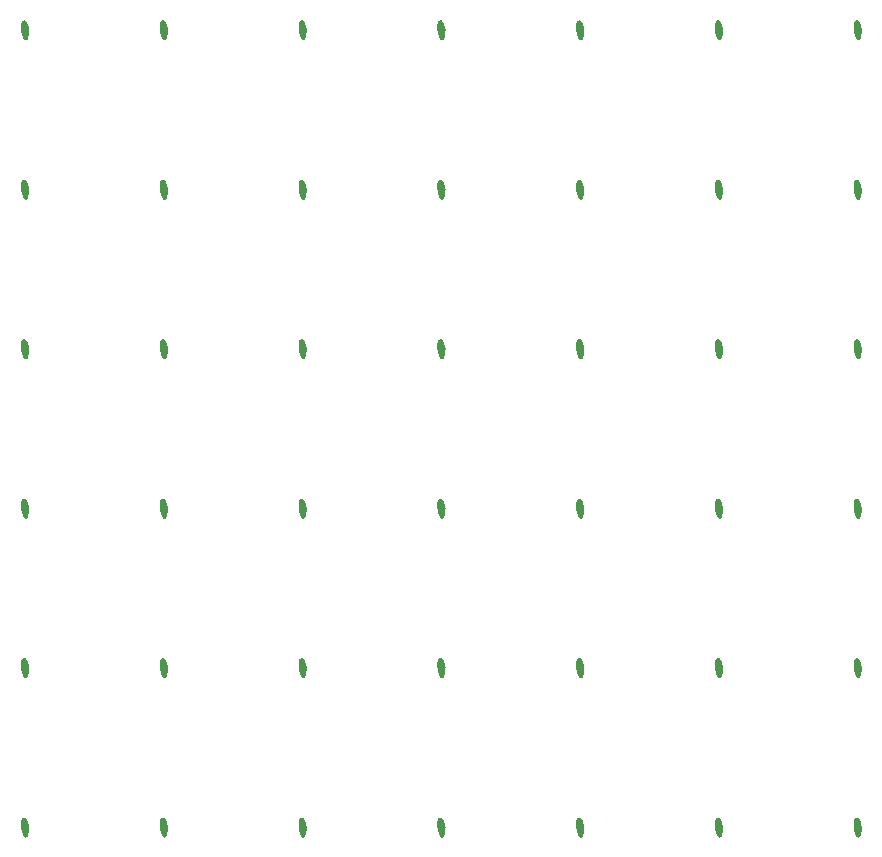
<source format=gbr>
G04 #@! TF.GenerationSoftware,KiCad,Pcbnew,5.1.0-060a0da~80~ubuntu18.04.1*
G04 #@! TF.CreationDate,2019-05-11T20:40:31+02:00*
G04 #@! TF.ProjectId,spi_connector_board_micromatch_only_5x5_panel,7370695f-636f-46e6-9e65-63746f725f62,rev?*
G04 #@! TF.SameCoordinates,Original*
G04 #@! TF.FileFunction,Legend,Bot*
G04 #@! TF.FilePolarity,Positive*
%FSLAX46Y46*%
G04 Gerber Fmt 4.6, Leading zero omitted, Abs format (unit mm)*
G04 Created by KiCad (PCBNEW 5.1.0-060a0da~80~ubuntu18.04.1) date 2019-05-11 20:40:31*
%MOMM*%
%LPD*%
G04 APERTURE LIST*
%ADD10C,0.010000*%
G04 APERTURE END LIST*
D10*
G36*
X159800201Y-148534262D02*
G01*
X159820348Y-148532035D01*
X159837863Y-148528436D01*
X159853188Y-148522692D01*
X159866766Y-148514029D01*
X159879039Y-148501676D01*
X159890450Y-148484860D01*
X159901440Y-148462807D01*
X159912453Y-148434745D01*
X159923931Y-148399901D01*
X159936316Y-148357502D01*
X159950050Y-148306775D01*
X159965577Y-148246948D01*
X159966299Y-148244133D01*
X159983506Y-148171526D01*
X159997540Y-148099724D01*
X160008689Y-148026557D01*
X160017238Y-147949850D01*
X160023474Y-147867431D01*
X160027609Y-147779240D01*
X160028717Y-147745595D01*
X160029222Y-147719475D01*
X160028933Y-147698251D01*
X160027658Y-147679297D01*
X160025208Y-147659986D01*
X160021391Y-147637691D01*
X160016016Y-147609783D01*
X160014872Y-147603980D01*
X159998391Y-147525289D01*
X159980865Y-147450594D01*
X159962546Y-147380661D01*
X159943687Y-147316259D01*
X159924541Y-147258155D01*
X159905359Y-147207118D01*
X159886394Y-147163915D01*
X159867900Y-147129314D01*
X159850657Y-147104707D01*
X159839953Y-147091251D01*
X159825677Y-147072283D01*
X159809975Y-147050689D01*
X159799487Y-147035848D01*
X159773986Y-147001725D01*
X159750222Y-146974799D01*
X159728922Y-146955816D01*
X159711823Y-146945894D01*
X159699848Y-146943302D01*
X159682149Y-146941642D01*
X159667639Y-146941288D01*
X159651049Y-146942134D01*
X159635769Y-146944976D01*
X159618746Y-146950697D01*
X159596929Y-146960182D01*
X159587960Y-146964382D01*
X159565192Y-146976106D01*
X159543706Y-146988819D01*
X159526652Y-147000582D01*
X159520199Y-147006045D01*
X159497298Y-147034290D01*
X159477228Y-147072117D01*
X159459972Y-147119580D01*
X159445507Y-147176731D01*
X159436959Y-147222980D01*
X159434442Y-147240236D01*
X159432422Y-147258413D01*
X159430848Y-147278826D01*
X159429672Y-147302792D01*
X159428843Y-147331625D01*
X159428312Y-147366641D01*
X159428029Y-147409156D01*
X159427945Y-147460484D01*
X159427945Y-147461740D01*
X159428068Y-147518222D01*
X159428514Y-147566569D01*
X159429403Y-147608808D01*
X159430857Y-147646963D01*
X159432997Y-147683058D01*
X159435942Y-147719118D01*
X159439814Y-147757167D01*
X159444734Y-147799231D01*
X159450823Y-147847333D01*
X159451068Y-147849222D01*
X159460126Y-147906246D01*
X159472976Y-147968701D01*
X159489031Y-148034699D01*
X159507706Y-148102352D01*
X159528413Y-148169773D01*
X159550565Y-148235073D01*
X159573577Y-148296365D01*
X159596862Y-148351761D01*
X159619832Y-148399374D01*
X159625030Y-148409063D01*
X159652897Y-148453165D01*
X159683983Y-148490483D01*
X159684588Y-148491104D01*
X159707380Y-148512381D01*
X159728068Y-148526098D01*
X159749763Y-148533417D01*
X159775575Y-148535498D01*
X159800201Y-148534262D01*
X159800201Y-148534262D01*
G37*
X159800201Y-148534262D02*
X159820348Y-148532035D01*
X159837863Y-148528436D01*
X159853188Y-148522692D01*
X159866766Y-148514029D01*
X159879039Y-148501676D01*
X159890450Y-148484860D01*
X159901440Y-148462807D01*
X159912453Y-148434745D01*
X159923931Y-148399901D01*
X159936316Y-148357502D01*
X159950050Y-148306775D01*
X159965577Y-148246948D01*
X159966299Y-148244133D01*
X159983506Y-148171526D01*
X159997540Y-148099724D01*
X160008689Y-148026557D01*
X160017238Y-147949850D01*
X160023474Y-147867431D01*
X160027609Y-147779240D01*
X160028717Y-147745595D01*
X160029222Y-147719475D01*
X160028933Y-147698251D01*
X160027658Y-147679297D01*
X160025208Y-147659986D01*
X160021391Y-147637691D01*
X160016016Y-147609783D01*
X160014872Y-147603980D01*
X159998391Y-147525289D01*
X159980865Y-147450594D01*
X159962546Y-147380661D01*
X159943687Y-147316259D01*
X159924541Y-147258155D01*
X159905359Y-147207118D01*
X159886394Y-147163915D01*
X159867900Y-147129314D01*
X159850657Y-147104707D01*
X159839953Y-147091251D01*
X159825677Y-147072283D01*
X159809975Y-147050689D01*
X159799487Y-147035848D01*
X159773986Y-147001725D01*
X159750222Y-146974799D01*
X159728922Y-146955816D01*
X159711823Y-146945894D01*
X159699848Y-146943302D01*
X159682149Y-146941642D01*
X159667639Y-146941288D01*
X159651049Y-146942134D01*
X159635769Y-146944976D01*
X159618746Y-146950697D01*
X159596929Y-146960182D01*
X159587960Y-146964382D01*
X159565192Y-146976106D01*
X159543706Y-146988819D01*
X159526652Y-147000582D01*
X159520199Y-147006045D01*
X159497298Y-147034290D01*
X159477228Y-147072117D01*
X159459972Y-147119580D01*
X159445507Y-147176731D01*
X159436959Y-147222980D01*
X159434442Y-147240236D01*
X159432422Y-147258413D01*
X159430848Y-147278826D01*
X159429672Y-147302792D01*
X159428843Y-147331625D01*
X159428312Y-147366641D01*
X159428029Y-147409156D01*
X159427945Y-147460484D01*
X159427945Y-147461740D01*
X159428068Y-147518222D01*
X159428514Y-147566569D01*
X159429403Y-147608808D01*
X159430857Y-147646963D01*
X159432997Y-147683058D01*
X159435942Y-147719118D01*
X159439814Y-147757167D01*
X159444734Y-147799231D01*
X159450823Y-147847333D01*
X159451068Y-147849222D01*
X159460126Y-147906246D01*
X159472976Y-147968701D01*
X159489031Y-148034699D01*
X159507706Y-148102352D01*
X159528413Y-148169773D01*
X159550565Y-148235073D01*
X159573577Y-148296365D01*
X159596862Y-148351761D01*
X159619832Y-148399374D01*
X159625030Y-148409063D01*
X159652897Y-148453165D01*
X159683983Y-148490483D01*
X159684588Y-148491104D01*
X159707380Y-148512381D01*
X159728068Y-148526098D01*
X159749763Y-148533417D01*
X159775575Y-148535498D01*
X159800201Y-148534262D01*
G36*
X148050201Y-148534262D02*
G01*
X148070348Y-148532035D01*
X148087863Y-148528436D01*
X148103188Y-148522692D01*
X148116766Y-148514029D01*
X148129039Y-148501676D01*
X148140450Y-148484860D01*
X148151440Y-148462807D01*
X148162453Y-148434745D01*
X148173931Y-148399901D01*
X148186316Y-148357502D01*
X148200050Y-148306775D01*
X148215577Y-148246948D01*
X148216299Y-148244133D01*
X148233506Y-148171526D01*
X148247540Y-148099724D01*
X148258689Y-148026557D01*
X148267238Y-147949850D01*
X148273474Y-147867431D01*
X148277609Y-147779240D01*
X148278717Y-147745595D01*
X148279222Y-147719475D01*
X148278933Y-147698251D01*
X148277658Y-147679297D01*
X148275208Y-147659986D01*
X148271391Y-147637691D01*
X148266016Y-147609783D01*
X148264872Y-147603980D01*
X148248391Y-147525289D01*
X148230865Y-147450594D01*
X148212546Y-147380661D01*
X148193687Y-147316259D01*
X148174541Y-147258155D01*
X148155359Y-147207118D01*
X148136394Y-147163915D01*
X148117900Y-147129314D01*
X148100657Y-147104707D01*
X148089953Y-147091251D01*
X148075677Y-147072283D01*
X148059975Y-147050689D01*
X148049487Y-147035848D01*
X148023986Y-147001725D01*
X148000222Y-146974799D01*
X147978922Y-146955816D01*
X147961823Y-146945894D01*
X147949848Y-146943302D01*
X147932149Y-146941642D01*
X147917639Y-146941288D01*
X147901049Y-146942134D01*
X147885769Y-146944976D01*
X147868746Y-146950697D01*
X147846929Y-146960182D01*
X147837960Y-146964382D01*
X147815192Y-146976106D01*
X147793706Y-146988819D01*
X147776652Y-147000582D01*
X147770199Y-147006045D01*
X147747298Y-147034290D01*
X147727228Y-147072117D01*
X147709972Y-147119580D01*
X147695507Y-147176731D01*
X147686959Y-147222980D01*
X147684442Y-147240236D01*
X147682422Y-147258413D01*
X147680848Y-147278826D01*
X147679672Y-147302792D01*
X147678843Y-147331625D01*
X147678312Y-147366641D01*
X147678029Y-147409156D01*
X147677945Y-147460484D01*
X147677945Y-147461740D01*
X147678068Y-147518222D01*
X147678514Y-147566569D01*
X147679403Y-147608808D01*
X147680857Y-147646963D01*
X147682997Y-147683058D01*
X147685942Y-147719118D01*
X147689814Y-147757167D01*
X147694734Y-147799231D01*
X147700823Y-147847333D01*
X147701068Y-147849222D01*
X147710126Y-147906246D01*
X147722976Y-147968701D01*
X147739031Y-148034699D01*
X147757706Y-148102352D01*
X147778413Y-148169773D01*
X147800565Y-148235073D01*
X147823577Y-148296365D01*
X147846862Y-148351761D01*
X147869832Y-148399374D01*
X147875030Y-148409063D01*
X147902897Y-148453165D01*
X147933983Y-148490483D01*
X147934588Y-148491104D01*
X147957380Y-148512381D01*
X147978068Y-148526098D01*
X147999763Y-148533417D01*
X148025575Y-148535498D01*
X148050201Y-148534262D01*
X148050201Y-148534262D01*
G37*
X148050201Y-148534262D02*
X148070348Y-148532035D01*
X148087863Y-148528436D01*
X148103188Y-148522692D01*
X148116766Y-148514029D01*
X148129039Y-148501676D01*
X148140450Y-148484860D01*
X148151440Y-148462807D01*
X148162453Y-148434745D01*
X148173931Y-148399901D01*
X148186316Y-148357502D01*
X148200050Y-148306775D01*
X148215577Y-148246948D01*
X148216299Y-148244133D01*
X148233506Y-148171526D01*
X148247540Y-148099724D01*
X148258689Y-148026557D01*
X148267238Y-147949850D01*
X148273474Y-147867431D01*
X148277609Y-147779240D01*
X148278717Y-147745595D01*
X148279222Y-147719475D01*
X148278933Y-147698251D01*
X148277658Y-147679297D01*
X148275208Y-147659986D01*
X148271391Y-147637691D01*
X148266016Y-147609783D01*
X148264872Y-147603980D01*
X148248391Y-147525289D01*
X148230865Y-147450594D01*
X148212546Y-147380661D01*
X148193687Y-147316259D01*
X148174541Y-147258155D01*
X148155359Y-147207118D01*
X148136394Y-147163915D01*
X148117900Y-147129314D01*
X148100657Y-147104707D01*
X148089953Y-147091251D01*
X148075677Y-147072283D01*
X148059975Y-147050689D01*
X148049487Y-147035848D01*
X148023986Y-147001725D01*
X148000222Y-146974799D01*
X147978922Y-146955816D01*
X147961823Y-146945894D01*
X147949848Y-146943302D01*
X147932149Y-146941642D01*
X147917639Y-146941288D01*
X147901049Y-146942134D01*
X147885769Y-146944976D01*
X147868746Y-146950697D01*
X147846929Y-146960182D01*
X147837960Y-146964382D01*
X147815192Y-146976106D01*
X147793706Y-146988819D01*
X147776652Y-147000582D01*
X147770199Y-147006045D01*
X147747298Y-147034290D01*
X147727228Y-147072117D01*
X147709972Y-147119580D01*
X147695507Y-147176731D01*
X147686959Y-147222980D01*
X147684442Y-147240236D01*
X147682422Y-147258413D01*
X147680848Y-147278826D01*
X147679672Y-147302792D01*
X147678843Y-147331625D01*
X147678312Y-147366641D01*
X147678029Y-147409156D01*
X147677945Y-147460484D01*
X147677945Y-147461740D01*
X147678068Y-147518222D01*
X147678514Y-147566569D01*
X147679403Y-147608808D01*
X147680857Y-147646963D01*
X147682997Y-147683058D01*
X147685942Y-147719118D01*
X147689814Y-147757167D01*
X147694734Y-147799231D01*
X147700823Y-147847333D01*
X147701068Y-147849222D01*
X147710126Y-147906246D01*
X147722976Y-147968701D01*
X147739031Y-148034699D01*
X147757706Y-148102352D01*
X147778413Y-148169773D01*
X147800565Y-148235073D01*
X147823577Y-148296365D01*
X147846862Y-148351761D01*
X147869832Y-148399374D01*
X147875030Y-148409063D01*
X147902897Y-148453165D01*
X147933983Y-148490483D01*
X147934588Y-148491104D01*
X147957380Y-148512381D01*
X147978068Y-148526098D01*
X147999763Y-148533417D01*
X148025575Y-148535498D01*
X148050201Y-148534262D01*
G36*
X136300201Y-148534262D02*
G01*
X136320348Y-148532035D01*
X136337863Y-148528436D01*
X136353188Y-148522692D01*
X136366766Y-148514029D01*
X136379039Y-148501676D01*
X136390450Y-148484860D01*
X136401440Y-148462807D01*
X136412453Y-148434745D01*
X136423931Y-148399901D01*
X136436316Y-148357502D01*
X136450050Y-148306775D01*
X136465577Y-148246948D01*
X136466299Y-148244133D01*
X136483506Y-148171526D01*
X136497540Y-148099724D01*
X136508689Y-148026557D01*
X136517238Y-147949850D01*
X136523474Y-147867431D01*
X136527609Y-147779240D01*
X136528717Y-147745595D01*
X136529222Y-147719475D01*
X136528933Y-147698251D01*
X136527658Y-147679297D01*
X136525208Y-147659986D01*
X136521391Y-147637691D01*
X136516016Y-147609783D01*
X136514872Y-147603980D01*
X136498391Y-147525289D01*
X136480865Y-147450594D01*
X136462546Y-147380661D01*
X136443687Y-147316259D01*
X136424541Y-147258155D01*
X136405359Y-147207118D01*
X136386394Y-147163915D01*
X136367900Y-147129314D01*
X136350657Y-147104707D01*
X136339953Y-147091251D01*
X136325677Y-147072283D01*
X136309975Y-147050689D01*
X136299487Y-147035848D01*
X136273986Y-147001725D01*
X136250222Y-146974799D01*
X136228922Y-146955816D01*
X136211823Y-146945894D01*
X136199848Y-146943302D01*
X136182149Y-146941642D01*
X136167639Y-146941288D01*
X136151049Y-146942134D01*
X136135769Y-146944976D01*
X136118746Y-146950697D01*
X136096929Y-146960182D01*
X136087960Y-146964382D01*
X136065192Y-146976106D01*
X136043706Y-146988819D01*
X136026652Y-147000582D01*
X136020199Y-147006045D01*
X135997298Y-147034290D01*
X135977228Y-147072117D01*
X135959972Y-147119580D01*
X135945507Y-147176731D01*
X135936959Y-147222980D01*
X135934442Y-147240236D01*
X135932422Y-147258413D01*
X135930848Y-147278826D01*
X135929672Y-147302792D01*
X135928843Y-147331625D01*
X135928312Y-147366641D01*
X135928029Y-147409156D01*
X135927945Y-147460484D01*
X135927945Y-147461740D01*
X135928068Y-147518222D01*
X135928514Y-147566569D01*
X135929403Y-147608808D01*
X135930857Y-147646963D01*
X135932997Y-147683058D01*
X135935942Y-147719118D01*
X135939814Y-147757167D01*
X135944734Y-147799231D01*
X135950823Y-147847333D01*
X135951068Y-147849222D01*
X135960126Y-147906246D01*
X135972976Y-147968701D01*
X135989031Y-148034699D01*
X136007706Y-148102352D01*
X136028413Y-148169773D01*
X136050565Y-148235073D01*
X136073577Y-148296365D01*
X136096862Y-148351761D01*
X136119832Y-148399374D01*
X136125030Y-148409063D01*
X136152897Y-148453165D01*
X136183983Y-148490483D01*
X136184588Y-148491104D01*
X136207380Y-148512381D01*
X136228068Y-148526098D01*
X136249763Y-148533417D01*
X136275575Y-148535498D01*
X136300201Y-148534262D01*
X136300201Y-148534262D01*
G37*
X136300201Y-148534262D02*
X136320348Y-148532035D01*
X136337863Y-148528436D01*
X136353188Y-148522692D01*
X136366766Y-148514029D01*
X136379039Y-148501676D01*
X136390450Y-148484860D01*
X136401440Y-148462807D01*
X136412453Y-148434745D01*
X136423931Y-148399901D01*
X136436316Y-148357502D01*
X136450050Y-148306775D01*
X136465577Y-148246948D01*
X136466299Y-148244133D01*
X136483506Y-148171526D01*
X136497540Y-148099724D01*
X136508689Y-148026557D01*
X136517238Y-147949850D01*
X136523474Y-147867431D01*
X136527609Y-147779240D01*
X136528717Y-147745595D01*
X136529222Y-147719475D01*
X136528933Y-147698251D01*
X136527658Y-147679297D01*
X136525208Y-147659986D01*
X136521391Y-147637691D01*
X136516016Y-147609783D01*
X136514872Y-147603980D01*
X136498391Y-147525289D01*
X136480865Y-147450594D01*
X136462546Y-147380661D01*
X136443687Y-147316259D01*
X136424541Y-147258155D01*
X136405359Y-147207118D01*
X136386394Y-147163915D01*
X136367900Y-147129314D01*
X136350657Y-147104707D01*
X136339953Y-147091251D01*
X136325677Y-147072283D01*
X136309975Y-147050689D01*
X136299487Y-147035848D01*
X136273986Y-147001725D01*
X136250222Y-146974799D01*
X136228922Y-146955816D01*
X136211823Y-146945894D01*
X136199848Y-146943302D01*
X136182149Y-146941642D01*
X136167639Y-146941288D01*
X136151049Y-146942134D01*
X136135769Y-146944976D01*
X136118746Y-146950697D01*
X136096929Y-146960182D01*
X136087960Y-146964382D01*
X136065192Y-146976106D01*
X136043706Y-146988819D01*
X136026652Y-147000582D01*
X136020199Y-147006045D01*
X135997298Y-147034290D01*
X135977228Y-147072117D01*
X135959972Y-147119580D01*
X135945507Y-147176731D01*
X135936959Y-147222980D01*
X135934442Y-147240236D01*
X135932422Y-147258413D01*
X135930848Y-147278826D01*
X135929672Y-147302792D01*
X135928843Y-147331625D01*
X135928312Y-147366641D01*
X135928029Y-147409156D01*
X135927945Y-147460484D01*
X135927945Y-147461740D01*
X135928068Y-147518222D01*
X135928514Y-147566569D01*
X135929403Y-147608808D01*
X135930857Y-147646963D01*
X135932997Y-147683058D01*
X135935942Y-147719118D01*
X135939814Y-147757167D01*
X135944734Y-147799231D01*
X135950823Y-147847333D01*
X135951068Y-147849222D01*
X135960126Y-147906246D01*
X135972976Y-147968701D01*
X135989031Y-148034699D01*
X136007706Y-148102352D01*
X136028413Y-148169773D01*
X136050565Y-148235073D01*
X136073577Y-148296365D01*
X136096862Y-148351761D01*
X136119832Y-148399374D01*
X136125030Y-148409063D01*
X136152897Y-148453165D01*
X136183983Y-148490483D01*
X136184588Y-148491104D01*
X136207380Y-148512381D01*
X136228068Y-148526098D01*
X136249763Y-148533417D01*
X136275575Y-148535498D01*
X136300201Y-148534262D01*
G36*
X124550201Y-148534262D02*
G01*
X124570348Y-148532035D01*
X124587863Y-148528436D01*
X124603188Y-148522692D01*
X124616766Y-148514029D01*
X124629039Y-148501676D01*
X124640450Y-148484860D01*
X124651440Y-148462807D01*
X124662453Y-148434745D01*
X124673931Y-148399901D01*
X124686316Y-148357502D01*
X124700050Y-148306775D01*
X124715577Y-148246948D01*
X124716299Y-148244133D01*
X124733506Y-148171526D01*
X124747540Y-148099724D01*
X124758689Y-148026557D01*
X124767238Y-147949850D01*
X124773474Y-147867431D01*
X124777609Y-147779240D01*
X124778717Y-147745595D01*
X124779222Y-147719475D01*
X124778933Y-147698251D01*
X124777658Y-147679297D01*
X124775208Y-147659986D01*
X124771391Y-147637691D01*
X124766016Y-147609783D01*
X124764872Y-147603980D01*
X124748391Y-147525289D01*
X124730865Y-147450594D01*
X124712546Y-147380661D01*
X124693687Y-147316259D01*
X124674541Y-147258155D01*
X124655359Y-147207118D01*
X124636394Y-147163915D01*
X124617900Y-147129314D01*
X124600657Y-147104707D01*
X124589953Y-147091251D01*
X124575677Y-147072283D01*
X124559975Y-147050689D01*
X124549487Y-147035848D01*
X124523986Y-147001725D01*
X124500222Y-146974799D01*
X124478922Y-146955816D01*
X124461823Y-146945894D01*
X124449848Y-146943302D01*
X124432149Y-146941642D01*
X124417639Y-146941288D01*
X124401049Y-146942134D01*
X124385769Y-146944976D01*
X124368746Y-146950697D01*
X124346929Y-146960182D01*
X124337960Y-146964382D01*
X124315192Y-146976106D01*
X124293706Y-146988819D01*
X124276652Y-147000582D01*
X124270199Y-147006045D01*
X124247298Y-147034290D01*
X124227228Y-147072117D01*
X124209972Y-147119580D01*
X124195507Y-147176731D01*
X124186959Y-147222980D01*
X124184442Y-147240236D01*
X124182422Y-147258413D01*
X124180848Y-147278826D01*
X124179672Y-147302792D01*
X124178843Y-147331625D01*
X124178312Y-147366641D01*
X124178029Y-147409156D01*
X124177945Y-147460484D01*
X124177945Y-147461740D01*
X124178068Y-147518222D01*
X124178514Y-147566569D01*
X124179403Y-147608808D01*
X124180857Y-147646963D01*
X124182997Y-147683058D01*
X124185942Y-147719118D01*
X124189814Y-147757167D01*
X124194734Y-147799231D01*
X124200823Y-147847333D01*
X124201068Y-147849222D01*
X124210126Y-147906246D01*
X124222976Y-147968701D01*
X124239031Y-148034699D01*
X124257706Y-148102352D01*
X124278413Y-148169773D01*
X124300565Y-148235073D01*
X124323577Y-148296365D01*
X124346862Y-148351761D01*
X124369832Y-148399374D01*
X124375030Y-148409063D01*
X124402897Y-148453165D01*
X124433983Y-148490483D01*
X124434588Y-148491104D01*
X124457380Y-148512381D01*
X124478068Y-148526098D01*
X124499763Y-148533417D01*
X124525575Y-148535498D01*
X124550201Y-148534262D01*
X124550201Y-148534262D01*
G37*
X124550201Y-148534262D02*
X124570348Y-148532035D01*
X124587863Y-148528436D01*
X124603188Y-148522692D01*
X124616766Y-148514029D01*
X124629039Y-148501676D01*
X124640450Y-148484860D01*
X124651440Y-148462807D01*
X124662453Y-148434745D01*
X124673931Y-148399901D01*
X124686316Y-148357502D01*
X124700050Y-148306775D01*
X124715577Y-148246948D01*
X124716299Y-148244133D01*
X124733506Y-148171526D01*
X124747540Y-148099724D01*
X124758689Y-148026557D01*
X124767238Y-147949850D01*
X124773474Y-147867431D01*
X124777609Y-147779240D01*
X124778717Y-147745595D01*
X124779222Y-147719475D01*
X124778933Y-147698251D01*
X124777658Y-147679297D01*
X124775208Y-147659986D01*
X124771391Y-147637691D01*
X124766016Y-147609783D01*
X124764872Y-147603980D01*
X124748391Y-147525289D01*
X124730865Y-147450594D01*
X124712546Y-147380661D01*
X124693687Y-147316259D01*
X124674541Y-147258155D01*
X124655359Y-147207118D01*
X124636394Y-147163915D01*
X124617900Y-147129314D01*
X124600657Y-147104707D01*
X124589953Y-147091251D01*
X124575677Y-147072283D01*
X124559975Y-147050689D01*
X124549487Y-147035848D01*
X124523986Y-147001725D01*
X124500222Y-146974799D01*
X124478922Y-146955816D01*
X124461823Y-146945894D01*
X124449848Y-146943302D01*
X124432149Y-146941642D01*
X124417639Y-146941288D01*
X124401049Y-146942134D01*
X124385769Y-146944976D01*
X124368746Y-146950697D01*
X124346929Y-146960182D01*
X124337960Y-146964382D01*
X124315192Y-146976106D01*
X124293706Y-146988819D01*
X124276652Y-147000582D01*
X124270199Y-147006045D01*
X124247298Y-147034290D01*
X124227228Y-147072117D01*
X124209972Y-147119580D01*
X124195507Y-147176731D01*
X124186959Y-147222980D01*
X124184442Y-147240236D01*
X124182422Y-147258413D01*
X124180848Y-147278826D01*
X124179672Y-147302792D01*
X124178843Y-147331625D01*
X124178312Y-147366641D01*
X124178029Y-147409156D01*
X124177945Y-147460484D01*
X124177945Y-147461740D01*
X124178068Y-147518222D01*
X124178514Y-147566569D01*
X124179403Y-147608808D01*
X124180857Y-147646963D01*
X124182997Y-147683058D01*
X124185942Y-147719118D01*
X124189814Y-147757167D01*
X124194734Y-147799231D01*
X124200823Y-147847333D01*
X124201068Y-147849222D01*
X124210126Y-147906246D01*
X124222976Y-147968701D01*
X124239031Y-148034699D01*
X124257706Y-148102352D01*
X124278413Y-148169773D01*
X124300565Y-148235073D01*
X124323577Y-148296365D01*
X124346862Y-148351761D01*
X124369832Y-148399374D01*
X124375030Y-148409063D01*
X124402897Y-148453165D01*
X124433983Y-148490483D01*
X124434588Y-148491104D01*
X124457380Y-148512381D01*
X124478068Y-148526098D01*
X124499763Y-148533417D01*
X124525575Y-148535498D01*
X124550201Y-148534262D01*
G36*
X112800201Y-148534262D02*
G01*
X112820348Y-148532035D01*
X112837863Y-148528436D01*
X112853188Y-148522692D01*
X112866766Y-148514029D01*
X112879039Y-148501676D01*
X112890450Y-148484860D01*
X112901440Y-148462807D01*
X112912453Y-148434745D01*
X112923931Y-148399901D01*
X112936316Y-148357502D01*
X112950050Y-148306775D01*
X112965577Y-148246948D01*
X112966299Y-148244133D01*
X112983506Y-148171526D01*
X112997540Y-148099724D01*
X113008689Y-148026557D01*
X113017238Y-147949850D01*
X113023474Y-147867431D01*
X113027609Y-147779240D01*
X113028717Y-147745595D01*
X113029222Y-147719475D01*
X113028933Y-147698251D01*
X113027658Y-147679297D01*
X113025208Y-147659986D01*
X113021391Y-147637691D01*
X113016016Y-147609783D01*
X113014872Y-147603980D01*
X112998391Y-147525289D01*
X112980865Y-147450594D01*
X112962546Y-147380661D01*
X112943687Y-147316259D01*
X112924541Y-147258155D01*
X112905359Y-147207118D01*
X112886394Y-147163915D01*
X112867900Y-147129314D01*
X112850657Y-147104707D01*
X112839953Y-147091251D01*
X112825677Y-147072283D01*
X112809975Y-147050689D01*
X112799487Y-147035848D01*
X112773986Y-147001725D01*
X112750222Y-146974799D01*
X112728922Y-146955816D01*
X112711823Y-146945894D01*
X112699848Y-146943302D01*
X112682149Y-146941642D01*
X112667639Y-146941288D01*
X112651049Y-146942134D01*
X112635769Y-146944976D01*
X112618746Y-146950697D01*
X112596929Y-146960182D01*
X112587960Y-146964382D01*
X112565192Y-146976106D01*
X112543706Y-146988819D01*
X112526652Y-147000582D01*
X112520199Y-147006045D01*
X112497298Y-147034290D01*
X112477228Y-147072117D01*
X112459972Y-147119580D01*
X112445507Y-147176731D01*
X112436959Y-147222980D01*
X112434442Y-147240236D01*
X112432422Y-147258413D01*
X112430848Y-147278826D01*
X112429672Y-147302792D01*
X112428843Y-147331625D01*
X112428312Y-147366641D01*
X112428029Y-147409156D01*
X112427945Y-147460484D01*
X112427945Y-147461740D01*
X112428068Y-147518222D01*
X112428514Y-147566569D01*
X112429403Y-147608808D01*
X112430857Y-147646963D01*
X112432997Y-147683058D01*
X112435942Y-147719118D01*
X112439814Y-147757167D01*
X112444734Y-147799231D01*
X112450823Y-147847333D01*
X112451068Y-147849222D01*
X112460126Y-147906246D01*
X112472976Y-147968701D01*
X112489031Y-148034699D01*
X112507706Y-148102352D01*
X112528413Y-148169773D01*
X112550565Y-148235073D01*
X112573577Y-148296365D01*
X112596862Y-148351761D01*
X112619832Y-148399374D01*
X112625030Y-148409063D01*
X112652897Y-148453165D01*
X112683983Y-148490483D01*
X112684588Y-148491104D01*
X112707380Y-148512381D01*
X112728068Y-148526098D01*
X112749763Y-148533417D01*
X112775575Y-148535498D01*
X112800201Y-148534262D01*
X112800201Y-148534262D01*
G37*
X112800201Y-148534262D02*
X112820348Y-148532035D01*
X112837863Y-148528436D01*
X112853188Y-148522692D01*
X112866766Y-148514029D01*
X112879039Y-148501676D01*
X112890450Y-148484860D01*
X112901440Y-148462807D01*
X112912453Y-148434745D01*
X112923931Y-148399901D01*
X112936316Y-148357502D01*
X112950050Y-148306775D01*
X112965577Y-148246948D01*
X112966299Y-148244133D01*
X112983506Y-148171526D01*
X112997540Y-148099724D01*
X113008689Y-148026557D01*
X113017238Y-147949850D01*
X113023474Y-147867431D01*
X113027609Y-147779240D01*
X113028717Y-147745595D01*
X113029222Y-147719475D01*
X113028933Y-147698251D01*
X113027658Y-147679297D01*
X113025208Y-147659986D01*
X113021391Y-147637691D01*
X113016016Y-147609783D01*
X113014872Y-147603980D01*
X112998391Y-147525289D01*
X112980865Y-147450594D01*
X112962546Y-147380661D01*
X112943687Y-147316259D01*
X112924541Y-147258155D01*
X112905359Y-147207118D01*
X112886394Y-147163915D01*
X112867900Y-147129314D01*
X112850657Y-147104707D01*
X112839953Y-147091251D01*
X112825677Y-147072283D01*
X112809975Y-147050689D01*
X112799487Y-147035848D01*
X112773986Y-147001725D01*
X112750222Y-146974799D01*
X112728922Y-146955816D01*
X112711823Y-146945894D01*
X112699848Y-146943302D01*
X112682149Y-146941642D01*
X112667639Y-146941288D01*
X112651049Y-146942134D01*
X112635769Y-146944976D01*
X112618746Y-146950697D01*
X112596929Y-146960182D01*
X112587960Y-146964382D01*
X112565192Y-146976106D01*
X112543706Y-146988819D01*
X112526652Y-147000582D01*
X112520199Y-147006045D01*
X112497298Y-147034290D01*
X112477228Y-147072117D01*
X112459972Y-147119580D01*
X112445507Y-147176731D01*
X112436959Y-147222980D01*
X112434442Y-147240236D01*
X112432422Y-147258413D01*
X112430848Y-147278826D01*
X112429672Y-147302792D01*
X112428843Y-147331625D01*
X112428312Y-147366641D01*
X112428029Y-147409156D01*
X112427945Y-147460484D01*
X112427945Y-147461740D01*
X112428068Y-147518222D01*
X112428514Y-147566569D01*
X112429403Y-147608808D01*
X112430857Y-147646963D01*
X112432997Y-147683058D01*
X112435942Y-147719118D01*
X112439814Y-147757167D01*
X112444734Y-147799231D01*
X112450823Y-147847333D01*
X112451068Y-147849222D01*
X112460126Y-147906246D01*
X112472976Y-147968701D01*
X112489031Y-148034699D01*
X112507706Y-148102352D01*
X112528413Y-148169773D01*
X112550565Y-148235073D01*
X112573577Y-148296365D01*
X112596862Y-148351761D01*
X112619832Y-148399374D01*
X112625030Y-148409063D01*
X112652897Y-148453165D01*
X112683983Y-148490483D01*
X112684588Y-148491104D01*
X112707380Y-148512381D01*
X112728068Y-148526098D01*
X112749763Y-148533417D01*
X112775575Y-148535498D01*
X112800201Y-148534262D01*
G36*
X101050201Y-148534262D02*
G01*
X101070348Y-148532035D01*
X101087863Y-148528436D01*
X101103188Y-148522692D01*
X101116766Y-148514029D01*
X101129039Y-148501676D01*
X101140450Y-148484860D01*
X101151440Y-148462807D01*
X101162453Y-148434745D01*
X101173931Y-148399901D01*
X101186316Y-148357502D01*
X101200050Y-148306775D01*
X101215577Y-148246948D01*
X101216299Y-148244133D01*
X101233506Y-148171526D01*
X101247540Y-148099724D01*
X101258689Y-148026557D01*
X101267238Y-147949850D01*
X101273474Y-147867431D01*
X101277609Y-147779240D01*
X101278717Y-147745595D01*
X101279222Y-147719475D01*
X101278933Y-147698251D01*
X101277658Y-147679297D01*
X101275208Y-147659986D01*
X101271391Y-147637691D01*
X101266016Y-147609783D01*
X101264872Y-147603980D01*
X101248391Y-147525289D01*
X101230865Y-147450594D01*
X101212546Y-147380661D01*
X101193687Y-147316259D01*
X101174541Y-147258155D01*
X101155359Y-147207118D01*
X101136394Y-147163915D01*
X101117900Y-147129314D01*
X101100657Y-147104707D01*
X101089953Y-147091251D01*
X101075677Y-147072283D01*
X101059975Y-147050689D01*
X101049487Y-147035848D01*
X101023986Y-147001725D01*
X101000222Y-146974799D01*
X100978922Y-146955816D01*
X100961823Y-146945894D01*
X100949848Y-146943302D01*
X100932149Y-146941642D01*
X100917639Y-146941288D01*
X100901049Y-146942134D01*
X100885769Y-146944976D01*
X100868746Y-146950697D01*
X100846929Y-146960182D01*
X100837960Y-146964382D01*
X100815192Y-146976106D01*
X100793706Y-146988819D01*
X100776652Y-147000582D01*
X100770199Y-147006045D01*
X100747298Y-147034290D01*
X100727228Y-147072117D01*
X100709972Y-147119580D01*
X100695507Y-147176731D01*
X100686959Y-147222980D01*
X100684442Y-147240236D01*
X100682422Y-147258413D01*
X100680848Y-147278826D01*
X100679672Y-147302792D01*
X100678843Y-147331625D01*
X100678312Y-147366641D01*
X100678029Y-147409156D01*
X100677945Y-147460484D01*
X100677945Y-147461740D01*
X100678068Y-147518222D01*
X100678514Y-147566569D01*
X100679403Y-147608808D01*
X100680857Y-147646963D01*
X100682997Y-147683058D01*
X100685942Y-147719118D01*
X100689814Y-147757167D01*
X100694734Y-147799231D01*
X100700823Y-147847333D01*
X100701068Y-147849222D01*
X100710126Y-147906246D01*
X100722976Y-147968701D01*
X100739031Y-148034699D01*
X100757706Y-148102352D01*
X100778413Y-148169773D01*
X100800565Y-148235073D01*
X100823577Y-148296365D01*
X100846862Y-148351761D01*
X100869832Y-148399374D01*
X100875030Y-148409063D01*
X100902897Y-148453165D01*
X100933983Y-148490483D01*
X100934588Y-148491104D01*
X100957380Y-148512381D01*
X100978068Y-148526098D01*
X100999763Y-148533417D01*
X101025575Y-148535498D01*
X101050201Y-148534262D01*
X101050201Y-148534262D01*
G37*
X101050201Y-148534262D02*
X101070348Y-148532035D01*
X101087863Y-148528436D01*
X101103188Y-148522692D01*
X101116766Y-148514029D01*
X101129039Y-148501676D01*
X101140450Y-148484860D01*
X101151440Y-148462807D01*
X101162453Y-148434745D01*
X101173931Y-148399901D01*
X101186316Y-148357502D01*
X101200050Y-148306775D01*
X101215577Y-148246948D01*
X101216299Y-148244133D01*
X101233506Y-148171526D01*
X101247540Y-148099724D01*
X101258689Y-148026557D01*
X101267238Y-147949850D01*
X101273474Y-147867431D01*
X101277609Y-147779240D01*
X101278717Y-147745595D01*
X101279222Y-147719475D01*
X101278933Y-147698251D01*
X101277658Y-147679297D01*
X101275208Y-147659986D01*
X101271391Y-147637691D01*
X101266016Y-147609783D01*
X101264872Y-147603980D01*
X101248391Y-147525289D01*
X101230865Y-147450594D01*
X101212546Y-147380661D01*
X101193687Y-147316259D01*
X101174541Y-147258155D01*
X101155359Y-147207118D01*
X101136394Y-147163915D01*
X101117900Y-147129314D01*
X101100657Y-147104707D01*
X101089953Y-147091251D01*
X101075677Y-147072283D01*
X101059975Y-147050689D01*
X101049487Y-147035848D01*
X101023986Y-147001725D01*
X101000222Y-146974799D01*
X100978922Y-146955816D01*
X100961823Y-146945894D01*
X100949848Y-146943302D01*
X100932149Y-146941642D01*
X100917639Y-146941288D01*
X100901049Y-146942134D01*
X100885769Y-146944976D01*
X100868746Y-146950697D01*
X100846929Y-146960182D01*
X100837960Y-146964382D01*
X100815192Y-146976106D01*
X100793706Y-146988819D01*
X100776652Y-147000582D01*
X100770199Y-147006045D01*
X100747298Y-147034290D01*
X100727228Y-147072117D01*
X100709972Y-147119580D01*
X100695507Y-147176731D01*
X100686959Y-147222980D01*
X100684442Y-147240236D01*
X100682422Y-147258413D01*
X100680848Y-147278826D01*
X100679672Y-147302792D01*
X100678843Y-147331625D01*
X100678312Y-147366641D01*
X100678029Y-147409156D01*
X100677945Y-147460484D01*
X100677945Y-147461740D01*
X100678068Y-147518222D01*
X100678514Y-147566569D01*
X100679403Y-147608808D01*
X100680857Y-147646963D01*
X100682997Y-147683058D01*
X100685942Y-147719118D01*
X100689814Y-147757167D01*
X100694734Y-147799231D01*
X100700823Y-147847333D01*
X100701068Y-147849222D01*
X100710126Y-147906246D01*
X100722976Y-147968701D01*
X100739031Y-148034699D01*
X100757706Y-148102352D01*
X100778413Y-148169773D01*
X100800565Y-148235073D01*
X100823577Y-148296365D01*
X100846862Y-148351761D01*
X100869832Y-148399374D01*
X100875030Y-148409063D01*
X100902897Y-148453165D01*
X100933983Y-148490483D01*
X100934588Y-148491104D01*
X100957380Y-148512381D01*
X100978068Y-148526098D01*
X100999763Y-148533417D01*
X101025575Y-148535498D01*
X101050201Y-148534262D01*
G36*
X89300201Y-148534262D02*
G01*
X89320348Y-148532035D01*
X89337863Y-148528436D01*
X89353188Y-148522692D01*
X89366766Y-148514029D01*
X89379039Y-148501676D01*
X89390450Y-148484860D01*
X89401440Y-148462807D01*
X89412453Y-148434745D01*
X89423931Y-148399901D01*
X89436316Y-148357502D01*
X89450050Y-148306775D01*
X89465577Y-148246948D01*
X89466299Y-148244133D01*
X89483506Y-148171526D01*
X89497540Y-148099724D01*
X89508689Y-148026557D01*
X89517238Y-147949850D01*
X89523474Y-147867431D01*
X89527609Y-147779240D01*
X89528717Y-147745595D01*
X89529222Y-147719475D01*
X89528933Y-147698251D01*
X89527658Y-147679297D01*
X89525208Y-147659986D01*
X89521391Y-147637691D01*
X89516016Y-147609783D01*
X89514872Y-147603980D01*
X89498391Y-147525289D01*
X89480865Y-147450594D01*
X89462546Y-147380661D01*
X89443687Y-147316259D01*
X89424541Y-147258155D01*
X89405359Y-147207118D01*
X89386394Y-147163915D01*
X89367900Y-147129314D01*
X89350657Y-147104707D01*
X89339953Y-147091251D01*
X89325677Y-147072283D01*
X89309975Y-147050689D01*
X89299487Y-147035848D01*
X89273986Y-147001725D01*
X89250222Y-146974799D01*
X89228922Y-146955816D01*
X89211823Y-146945894D01*
X89199848Y-146943302D01*
X89182149Y-146941642D01*
X89167639Y-146941288D01*
X89151049Y-146942134D01*
X89135769Y-146944976D01*
X89118746Y-146950697D01*
X89096929Y-146960182D01*
X89087960Y-146964382D01*
X89065192Y-146976106D01*
X89043706Y-146988819D01*
X89026652Y-147000582D01*
X89020199Y-147006045D01*
X88997298Y-147034290D01*
X88977228Y-147072117D01*
X88959972Y-147119580D01*
X88945507Y-147176731D01*
X88936959Y-147222980D01*
X88934442Y-147240236D01*
X88932422Y-147258413D01*
X88930848Y-147278826D01*
X88929672Y-147302792D01*
X88928843Y-147331625D01*
X88928312Y-147366641D01*
X88928029Y-147409156D01*
X88927945Y-147460484D01*
X88927945Y-147461740D01*
X88928068Y-147518222D01*
X88928514Y-147566569D01*
X88929403Y-147608808D01*
X88930857Y-147646963D01*
X88932997Y-147683058D01*
X88935942Y-147719118D01*
X88939814Y-147757167D01*
X88944734Y-147799231D01*
X88950823Y-147847333D01*
X88951068Y-147849222D01*
X88960126Y-147906246D01*
X88972976Y-147968701D01*
X88989031Y-148034699D01*
X89007706Y-148102352D01*
X89028413Y-148169773D01*
X89050565Y-148235073D01*
X89073577Y-148296365D01*
X89096862Y-148351761D01*
X89119832Y-148399374D01*
X89125030Y-148409063D01*
X89152897Y-148453165D01*
X89183983Y-148490483D01*
X89184588Y-148491104D01*
X89207380Y-148512381D01*
X89228068Y-148526098D01*
X89249763Y-148533417D01*
X89275575Y-148535498D01*
X89300201Y-148534262D01*
X89300201Y-148534262D01*
G37*
X89300201Y-148534262D02*
X89320348Y-148532035D01*
X89337863Y-148528436D01*
X89353188Y-148522692D01*
X89366766Y-148514029D01*
X89379039Y-148501676D01*
X89390450Y-148484860D01*
X89401440Y-148462807D01*
X89412453Y-148434745D01*
X89423931Y-148399901D01*
X89436316Y-148357502D01*
X89450050Y-148306775D01*
X89465577Y-148246948D01*
X89466299Y-148244133D01*
X89483506Y-148171526D01*
X89497540Y-148099724D01*
X89508689Y-148026557D01*
X89517238Y-147949850D01*
X89523474Y-147867431D01*
X89527609Y-147779240D01*
X89528717Y-147745595D01*
X89529222Y-147719475D01*
X89528933Y-147698251D01*
X89527658Y-147679297D01*
X89525208Y-147659986D01*
X89521391Y-147637691D01*
X89516016Y-147609783D01*
X89514872Y-147603980D01*
X89498391Y-147525289D01*
X89480865Y-147450594D01*
X89462546Y-147380661D01*
X89443687Y-147316259D01*
X89424541Y-147258155D01*
X89405359Y-147207118D01*
X89386394Y-147163915D01*
X89367900Y-147129314D01*
X89350657Y-147104707D01*
X89339953Y-147091251D01*
X89325677Y-147072283D01*
X89309975Y-147050689D01*
X89299487Y-147035848D01*
X89273986Y-147001725D01*
X89250222Y-146974799D01*
X89228922Y-146955816D01*
X89211823Y-146945894D01*
X89199848Y-146943302D01*
X89182149Y-146941642D01*
X89167639Y-146941288D01*
X89151049Y-146942134D01*
X89135769Y-146944976D01*
X89118746Y-146950697D01*
X89096929Y-146960182D01*
X89087960Y-146964382D01*
X89065192Y-146976106D01*
X89043706Y-146988819D01*
X89026652Y-147000582D01*
X89020199Y-147006045D01*
X88997298Y-147034290D01*
X88977228Y-147072117D01*
X88959972Y-147119580D01*
X88945507Y-147176731D01*
X88936959Y-147222980D01*
X88934442Y-147240236D01*
X88932422Y-147258413D01*
X88930848Y-147278826D01*
X88929672Y-147302792D01*
X88928843Y-147331625D01*
X88928312Y-147366641D01*
X88928029Y-147409156D01*
X88927945Y-147460484D01*
X88927945Y-147461740D01*
X88928068Y-147518222D01*
X88928514Y-147566569D01*
X88929403Y-147608808D01*
X88930857Y-147646963D01*
X88932997Y-147683058D01*
X88935942Y-147719118D01*
X88939814Y-147757167D01*
X88944734Y-147799231D01*
X88950823Y-147847333D01*
X88951068Y-147849222D01*
X88960126Y-147906246D01*
X88972976Y-147968701D01*
X88989031Y-148034699D01*
X89007706Y-148102352D01*
X89028413Y-148169773D01*
X89050565Y-148235073D01*
X89073577Y-148296365D01*
X89096862Y-148351761D01*
X89119832Y-148399374D01*
X89125030Y-148409063D01*
X89152897Y-148453165D01*
X89183983Y-148490483D01*
X89184588Y-148491104D01*
X89207380Y-148512381D01*
X89228068Y-148526098D01*
X89249763Y-148533417D01*
X89275575Y-148535498D01*
X89300201Y-148534262D01*
G36*
X159800201Y-135034262D02*
G01*
X159820348Y-135032035D01*
X159837863Y-135028436D01*
X159853188Y-135022692D01*
X159866766Y-135014029D01*
X159879039Y-135001676D01*
X159890450Y-134984860D01*
X159901440Y-134962807D01*
X159912453Y-134934745D01*
X159923931Y-134899901D01*
X159936316Y-134857502D01*
X159950050Y-134806775D01*
X159965577Y-134746948D01*
X159966299Y-134744133D01*
X159983506Y-134671526D01*
X159997540Y-134599724D01*
X160008689Y-134526557D01*
X160017238Y-134449850D01*
X160023474Y-134367431D01*
X160027609Y-134279240D01*
X160028717Y-134245595D01*
X160029222Y-134219475D01*
X160028933Y-134198251D01*
X160027658Y-134179297D01*
X160025208Y-134159986D01*
X160021391Y-134137691D01*
X160016016Y-134109783D01*
X160014872Y-134103980D01*
X159998391Y-134025289D01*
X159980865Y-133950594D01*
X159962546Y-133880661D01*
X159943687Y-133816259D01*
X159924541Y-133758155D01*
X159905359Y-133707118D01*
X159886394Y-133663915D01*
X159867900Y-133629314D01*
X159850657Y-133604707D01*
X159839953Y-133591251D01*
X159825677Y-133572283D01*
X159809975Y-133550689D01*
X159799487Y-133535848D01*
X159773986Y-133501725D01*
X159750222Y-133474799D01*
X159728922Y-133455816D01*
X159711823Y-133445894D01*
X159699848Y-133443302D01*
X159682149Y-133441642D01*
X159667639Y-133441288D01*
X159651049Y-133442134D01*
X159635769Y-133444976D01*
X159618746Y-133450697D01*
X159596929Y-133460182D01*
X159587960Y-133464382D01*
X159565192Y-133476106D01*
X159543706Y-133488819D01*
X159526652Y-133500582D01*
X159520199Y-133506045D01*
X159497298Y-133534290D01*
X159477228Y-133572117D01*
X159459972Y-133619580D01*
X159445507Y-133676731D01*
X159436959Y-133722980D01*
X159434442Y-133740236D01*
X159432422Y-133758413D01*
X159430848Y-133778826D01*
X159429672Y-133802792D01*
X159428843Y-133831625D01*
X159428312Y-133866641D01*
X159428029Y-133909156D01*
X159427945Y-133960484D01*
X159427945Y-133961740D01*
X159428068Y-134018222D01*
X159428514Y-134066569D01*
X159429403Y-134108808D01*
X159430857Y-134146963D01*
X159432997Y-134183058D01*
X159435942Y-134219118D01*
X159439814Y-134257167D01*
X159444734Y-134299231D01*
X159450823Y-134347333D01*
X159451068Y-134349222D01*
X159460126Y-134406246D01*
X159472976Y-134468701D01*
X159489031Y-134534699D01*
X159507706Y-134602352D01*
X159528413Y-134669773D01*
X159550565Y-134735073D01*
X159573577Y-134796365D01*
X159596862Y-134851761D01*
X159619832Y-134899374D01*
X159625030Y-134909063D01*
X159652897Y-134953165D01*
X159683983Y-134990483D01*
X159684588Y-134991104D01*
X159707380Y-135012381D01*
X159728068Y-135026098D01*
X159749763Y-135033417D01*
X159775575Y-135035498D01*
X159800201Y-135034262D01*
X159800201Y-135034262D01*
G37*
X159800201Y-135034262D02*
X159820348Y-135032035D01*
X159837863Y-135028436D01*
X159853188Y-135022692D01*
X159866766Y-135014029D01*
X159879039Y-135001676D01*
X159890450Y-134984860D01*
X159901440Y-134962807D01*
X159912453Y-134934745D01*
X159923931Y-134899901D01*
X159936316Y-134857502D01*
X159950050Y-134806775D01*
X159965577Y-134746948D01*
X159966299Y-134744133D01*
X159983506Y-134671526D01*
X159997540Y-134599724D01*
X160008689Y-134526557D01*
X160017238Y-134449850D01*
X160023474Y-134367431D01*
X160027609Y-134279240D01*
X160028717Y-134245595D01*
X160029222Y-134219475D01*
X160028933Y-134198251D01*
X160027658Y-134179297D01*
X160025208Y-134159986D01*
X160021391Y-134137691D01*
X160016016Y-134109783D01*
X160014872Y-134103980D01*
X159998391Y-134025289D01*
X159980865Y-133950594D01*
X159962546Y-133880661D01*
X159943687Y-133816259D01*
X159924541Y-133758155D01*
X159905359Y-133707118D01*
X159886394Y-133663915D01*
X159867900Y-133629314D01*
X159850657Y-133604707D01*
X159839953Y-133591251D01*
X159825677Y-133572283D01*
X159809975Y-133550689D01*
X159799487Y-133535848D01*
X159773986Y-133501725D01*
X159750222Y-133474799D01*
X159728922Y-133455816D01*
X159711823Y-133445894D01*
X159699848Y-133443302D01*
X159682149Y-133441642D01*
X159667639Y-133441288D01*
X159651049Y-133442134D01*
X159635769Y-133444976D01*
X159618746Y-133450697D01*
X159596929Y-133460182D01*
X159587960Y-133464382D01*
X159565192Y-133476106D01*
X159543706Y-133488819D01*
X159526652Y-133500582D01*
X159520199Y-133506045D01*
X159497298Y-133534290D01*
X159477228Y-133572117D01*
X159459972Y-133619580D01*
X159445507Y-133676731D01*
X159436959Y-133722980D01*
X159434442Y-133740236D01*
X159432422Y-133758413D01*
X159430848Y-133778826D01*
X159429672Y-133802792D01*
X159428843Y-133831625D01*
X159428312Y-133866641D01*
X159428029Y-133909156D01*
X159427945Y-133960484D01*
X159427945Y-133961740D01*
X159428068Y-134018222D01*
X159428514Y-134066569D01*
X159429403Y-134108808D01*
X159430857Y-134146963D01*
X159432997Y-134183058D01*
X159435942Y-134219118D01*
X159439814Y-134257167D01*
X159444734Y-134299231D01*
X159450823Y-134347333D01*
X159451068Y-134349222D01*
X159460126Y-134406246D01*
X159472976Y-134468701D01*
X159489031Y-134534699D01*
X159507706Y-134602352D01*
X159528413Y-134669773D01*
X159550565Y-134735073D01*
X159573577Y-134796365D01*
X159596862Y-134851761D01*
X159619832Y-134899374D01*
X159625030Y-134909063D01*
X159652897Y-134953165D01*
X159683983Y-134990483D01*
X159684588Y-134991104D01*
X159707380Y-135012381D01*
X159728068Y-135026098D01*
X159749763Y-135033417D01*
X159775575Y-135035498D01*
X159800201Y-135034262D01*
G36*
X148050201Y-135034262D02*
G01*
X148070348Y-135032035D01*
X148087863Y-135028436D01*
X148103188Y-135022692D01*
X148116766Y-135014029D01*
X148129039Y-135001676D01*
X148140450Y-134984860D01*
X148151440Y-134962807D01*
X148162453Y-134934745D01*
X148173931Y-134899901D01*
X148186316Y-134857502D01*
X148200050Y-134806775D01*
X148215577Y-134746948D01*
X148216299Y-134744133D01*
X148233506Y-134671526D01*
X148247540Y-134599724D01*
X148258689Y-134526557D01*
X148267238Y-134449850D01*
X148273474Y-134367431D01*
X148277609Y-134279240D01*
X148278717Y-134245595D01*
X148279222Y-134219475D01*
X148278933Y-134198251D01*
X148277658Y-134179297D01*
X148275208Y-134159986D01*
X148271391Y-134137691D01*
X148266016Y-134109783D01*
X148264872Y-134103980D01*
X148248391Y-134025289D01*
X148230865Y-133950594D01*
X148212546Y-133880661D01*
X148193687Y-133816259D01*
X148174541Y-133758155D01*
X148155359Y-133707118D01*
X148136394Y-133663915D01*
X148117900Y-133629314D01*
X148100657Y-133604707D01*
X148089953Y-133591251D01*
X148075677Y-133572283D01*
X148059975Y-133550689D01*
X148049487Y-133535848D01*
X148023986Y-133501725D01*
X148000222Y-133474799D01*
X147978922Y-133455816D01*
X147961823Y-133445894D01*
X147949848Y-133443302D01*
X147932149Y-133441642D01*
X147917639Y-133441288D01*
X147901049Y-133442134D01*
X147885769Y-133444976D01*
X147868746Y-133450697D01*
X147846929Y-133460182D01*
X147837960Y-133464382D01*
X147815192Y-133476106D01*
X147793706Y-133488819D01*
X147776652Y-133500582D01*
X147770199Y-133506045D01*
X147747298Y-133534290D01*
X147727228Y-133572117D01*
X147709972Y-133619580D01*
X147695507Y-133676731D01*
X147686959Y-133722980D01*
X147684442Y-133740236D01*
X147682422Y-133758413D01*
X147680848Y-133778826D01*
X147679672Y-133802792D01*
X147678843Y-133831625D01*
X147678312Y-133866641D01*
X147678029Y-133909156D01*
X147677945Y-133960484D01*
X147677945Y-133961740D01*
X147678068Y-134018222D01*
X147678514Y-134066569D01*
X147679403Y-134108808D01*
X147680857Y-134146963D01*
X147682997Y-134183058D01*
X147685942Y-134219118D01*
X147689814Y-134257167D01*
X147694734Y-134299231D01*
X147700823Y-134347333D01*
X147701068Y-134349222D01*
X147710126Y-134406246D01*
X147722976Y-134468701D01*
X147739031Y-134534699D01*
X147757706Y-134602352D01*
X147778413Y-134669773D01*
X147800565Y-134735073D01*
X147823577Y-134796365D01*
X147846862Y-134851761D01*
X147869832Y-134899374D01*
X147875030Y-134909063D01*
X147902897Y-134953165D01*
X147933983Y-134990483D01*
X147934588Y-134991104D01*
X147957380Y-135012381D01*
X147978068Y-135026098D01*
X147999763Y-135033417D01*
X148025575Y-135035498D01*
X148050201Y-135034262D01*
X148050201Y-135034262D01*
G37*
X148050201Y-135034262D02*
X148070348Y-135032035D01*
X148087863Y-135028436D01*
X148103188Y-135022692D01*
X148116766Y-135014029D01*
X148129039Y-135001676D01*
X148140450Y-134984860D01*
X148151440Y-134962807D01*
X148162453Y-134934745D01*
X148173931Y-134899901D01*
X148186316Y-134857502D01*
X148200050Y-134806775D01*
X148215577Y-134746948D01*
X148216299Y-134744133D01*
X148233506Y-134671526D01*
X148247540Y-134599724D01*
X148258689Y-134526557D01*
X148267238Y-134449850D01*
X148273474Y-134367431D01*
X148277609Y-134279240D01*
X148278717Y-134245595D01*
X148279222Y-134219475D01*
X148278933Y-134198251D01*
X148277658Y-134179297D01*
X148275208Y-134159986D01*
X148271391Y-134137691D01*
X148266016Y-134109783D01*
X148264872Y-134103980D01*
X148248391Y-134025289D01*
X148230865Y-133950594D01*
X148212546Y-133880661D01*
X148193687Y-133816259D01*
X148174541Y-133758155D01*
X148155359Y-133707118D01*
X148136394Y-133663915D01*
X148117900Y-133629314D01*
X148100657Y-133604707D01*
X148089953Y-133591251D01*
X148075677Y-133572283D01*
X148059975Y-133550689D01*
X148049487Y-133535848D01*
X148023986Y-133501725D01*
X148000222Y-133474799D01*
X147978922Y-133455816D01*
X147961823Y-133445894D01*
X147949848Y-133443302D01*
X147932149Y-133441642D01*
X147917639Y-133441288D01*
X147901049Y-133442134D01*
X147885769Y-133444976D01*
X147868746Y-133450697D01*
X147846929Y-133460182D01*
X147837960Y-133464382D01*
X147815192Y-133476106D01*
X147793706Y-133488819D01*
X147776652Y-133500582D01*
X147770199Y-133506045D01*
X147747298Y-133534290D01*
X147727228Y-133572117D01*
X147709972Y-133619580D01*
X147695507Y-133676731D01*
X147686959Y-133722980D01*
X147684442Y-133740236D01*
X147682422Y-133758413D01*
X147680848Y-133778826D01*
X147679672Y-133802792D01*
X147678843Y-133831625D01*
X147678312Y-133866641D01*
X147678029Y-133909156D01*
X147677945Y-133960484D01*
X147677945Y-133961740D01*
X147678068Y-134018222D01*
X147678514Y-134066569D01*
X147679403Y-134108808D01*
X147680857Y-134146963D01*
X147682997Y-134183058D01*
X147685942Y-134219118D01*
X147689814Y-134257167D01*
X147694734Y-134299231D01*
X147700823Y-134347333D01*
X147701068Y-134349222D01*
X147710126Y-134406246D01*
X147722976Y-134468701D01*
X147739031Y-134534699D01*
X147757706Y-134602352D01*
X147778413Y-134669773D01*
X147800565Y-134735073D01*
X147823577Y-134796365D01*
X147846862Y-134851761D01*
X147869832Y-134899374D01*
X147875030Y-134909063D01*
X147902897Y-134953165D01*
X147933983Y-134990483D01*
X147934588Y-134991104D01*
X147957380Y-135012381D01*
X147978068Y-135026098D01*
X147999763Y-135033417D01*
X148025575Y-135035498D01*
X148050201Y-135034262D01*
G36*
X136300201Y-135034262D02*
G01*
X136320348Y-135032035D01*
X136337863Y-135028436D01*
X136353188Y-135022692D01*
X136366766Y-135014029D01*
X136379039Y-135001676D01*
X136390450Y-134984860D01*
X136401440Y-134962807D01*
X136412453Y-134934745D01*
X136423931Y-134899901D01*
X136436316Y-134857502D01*
X136450050Y-134806775D01*
X136465577Y-134746948D01*
X136466299Y-134744133D01*
X136483506Y-134671526D01*
X136497540Y-134599724D01*
X136508689Y-134526557D01*
X136517238Y-134449850D01*
X136523474Y-134367431D01*
X136527609Y-134279240D01*
X136528717Y-134245595D01*
X136529222Y-134219475D01*
X136528933Y-134198251D01*
X136527658Y-134179297D01*
X136525208Y-134159986D01*
X136521391Y-134137691D01*
X136516016Y-134109783D01*
X136514872Y-134103980D01*
X136498391Y-134025289D01*
X136480865Y-133950594D01*
X136462546Y-133880661D01*
X136443687Y-133816259D01*
X136424541Y-133758155D01*
X136405359Y-133707118D01*
X136386394Y-133663915D01*
X136367900Y-133629314D01*
X136350657Y-133604707D01*
X136339953Y-133591251D01*
X136325677Y-133572283D01*
X136309975Y-133550689D01*
X136299487Y-133535848D01*
X136273986Y-133501725D01*
X136250222Y-133474799D01*
X136228922Y-133455816D01*
X136211823Y-133445894D01*
X136199848Y-133443302D01*
X136182149Y-133441642D01*
X136167639Y-133441288D01*
X136151049Y-133442134D01*
X136135769Y-133444976D01*
X136118746Y-133450697D01*
X136096929Y-133460182D01*
X136087960Y-133464382D01*
X136065192Y-133476106D01*
X136043706Y-133488819D01*
X136026652Y-133500582D01*
X136020199Y-133506045D01*
X135997298Y-133534290D01*
X135977228Y-133572117D01*
X135959972Y-133619580D01*
X135945507Y-133676731D01*
X135936959Y-133722980D01*
X135934442Y-133740236D01*
X135932422Y-133758413D01*
X135930848Y-133778826D01*
X135929672Y-133802792D01*
X135928843Y-133831625D01*
X135928312Y-133866641D01*
X135928029Y-133909156D01*
X135927945Y-133960484D01*
X135927945Y-133961740D01*
X135928068Y-134018222D01*
X135928514Y-134066569D01*
X135929403Y-134108808D01*
X135930857Y-134146963D01*
X135932997Y-134183058D01*
X135935942Y-134219118D01*
X135939814Y-134257167D01*
X135944734Y-134299231D01*
X135950823Y-134347333D01*
X135951068Y-134349222D01*
X135960126Y-134406246D01*
X135972976Y-134468701D01*
X135989031Y-134534699D01*
X136007706Y-134602352D01*
X136028413Y-134669773D01*
X136050565Y-134735073D01*
X136073577Y-134796365D01*
X136096862Y-134851761D01*
X136119832Y-134899374D01*
X136125030Y-134909063D01*
X136152897Y-134953165D01*
X136183983Y-134990483D01*
X136184588Y-134991104D01*
X136207380Y-135012381D01*
X136228068Y-135026098D01*
X136249763Y-135033417D01*
X136275575Y-135035498D01*
X136300201Y-135034262D01*
X136300201Y-135034262D01*
G37*
X136300201Y-135034262D02*
X136320348Y-135032035D01*
X136337863Y-135028436D01*
X136353188Y-135022692D01*
X136366766Y-135014029D01*
X136379039Y-135001676D01*
X136390450Y-134984860D01*
X136401440Y-134962807D01*
X136412453Y-134934745D01*
X136423931Y-134899901D01*
X136436316Y-134857502D01*
X136450050Y-134806775D01*
X136465577Y-134746948D01*
X136466299Y-134744133D01*
X136483506Y-134671526D01*
X136497540Y-134599724D01*
X136508689Y-134526557D01*
X136517238Y-134449850D01*
X136523474Y-134367431D01*
X136527609Y-134279240D01*
X136528717Y-134245595D01*
X136529222Y-134219475D01*
X136528933Y-134198251D01*
X136527658Y-134179297D01*
X136525208Y-134159986D01*
X136521391Y-134137691D01*
X136516016Y-134109783D01*
X136514872Y-134103980D01*
X136498391Y-134025289D01*
X136480865Y-133950594D01*
X136462546Y-133880661D01*
X136443687Y-133816259D01*
X136424541Y-133758155D01*
X136405359Y-133707118D01*
X136386394Y-133663915D01*
X136367900Y-133629314D01*
X136350657Y-133604707D01*
X136339953Y-133591251D01*
X136325677Y-133572283D01*
X136309975Y-133550689D01*
X136299487Y-133535848D01*
X136273986Y-133501725D01*
X136250222Y-133474799D01*
X136228922Y-133455816D01*
X136211823Y-133445894D01*
X136199848Y-133443302D01*
X136182149Y-133441642D01*
X136167639Y-133441288D01*
X136151049Y-133442134D01*
X136135769Y-133444976D01*
X136118746Y-133450697D01*
X136096929Y-133460182D01*
X136087960Y-133464382D01*
X136065192Y-133476106D01*
X136043706Y-133488819D01*
X136026652Y-133500582D01*
X136020199Y-133506045D01*
X135997298Y-133534290D01*
X135977228Y-133572117D01*
X135959972Y-133619580D01*
X135945507Y-133676731D01*
X135936959Y-133722980D01*
X135934442Y-133740236D01*
X135932422Y-133758413D01*
X135930848Y-133778826D01*
X135929672Y-133802792D01*
X135928843Y-133831625D01*
X135928312Y-133866641D01*
X135928029Y-133909156D01*
X135927945Y-133960484D01*
X135927945Y-133961740D01*
X135928068Y-134018222D01*
X135928514Y-134066569D01*
X135929403Y-134108808D01*
X135930857Y-134146963D01*
X135932997Y-134183058D01*
X135935942Y-134219118D01*
X135939814Y-134257167D01*
X135944734Y-134299231D01*
X135950823Y-134347333D01*
X135951068Y-134349222D01*
X135960126Y-134406246D01*
X135972976Y-134468701D01*
X135989031Y-134534699D01*
X136007706Y-134602352D01*
X136028413Y-134669773D01*
X136050565Y-134735073D01*
X136073577Y-134796365D01*
X136096862Y-134851761D01*
X136119832Y-134899374D01*
X136125030Y-134909063D01*
X136152897Y-134953165D01*
X136183983Y-134990483D01*
X136184588Y-134991104D01*
X136207380Y-135012381D01*
X136228068Y-135026098D01*
X136249763Y-135033417D01*
X136275575Y-135035498D01*
X136300201Y-135034262D01*
G36*
X124550201Y-135034262D02*
G01*
X124570348Y-135032035D01*
X124587863Y-135028436D01*
X124603188Y-135022692D01*
X124616766Y-135014029D01*
X124629039Y-135001676D01*
X124640450Y-134984860D01*
X124651440Y-134962807D01*
X124662453Y-134934745D01*
X124673931Y-134899901D01*
X124686316Y-134857502D01*
X124700050Y-134806775D01*
X124715577Y-134746948D01*
X124716299Y-134744133D01*
X124733506Y-134671526D01*
X124747540Y-134599724D01*
X124758689Y-134526557D01*
X124767238Y-134449850D01*
X124773474Y-134367431D01*
X124777609Y-134279240D01*
X124778717Y-134245595D01*
X124779222Y-134219475D01*
X124778933Y-134198251D01*
X124777658Y-134179297D01*
X124775208Y-134159986D01*
X124771391Y-134137691D01*
X124766016Y-134109783D01*
X124764872Y-134103980D01*
X124748391Y-134025289D01*
X124730865Y-133950594D01*
X124712546Y-133880661D01*
X124693687Y-133816259D01*
X124674541Y-133758155D01*
X124655359Y-133707118D01*
X124636394Y-133663915D01*
X124617900Y-133629314D01*
X124600657Y-133604707D01*
X124589953Y-133591251D01*
X124575677Y-133572283D01*
X124559975Y-133550689D01*
X124549487Y-133535848D01*
X124523986Y-133501725D01*
X124500222Y-133474799D01*
X124478922Y-133455816D01*
X124461823Y-133445894D01*
X124449848Y-133443302D01*
X124432149Y-133441642D01*
X124417639Y-133441288D01*
X124401049Y-133442134D01*
X124385769Y-133444976D01*
X124368746Y-133450697D01*
X124346929Y-133460182D01*
X124337960Y-133464382D01*
X124315192Y-133476106D01*
X124293706Y-133488819D01*
X124276652Y-133500582D01*
X124270199Y-133506045D01*
X124247298Y-133534290D01*
X124227228Y-133572117D01*
X124209972Y-133619580D01*
X124195507Y-133676731D01*
X124186959Y-133722980D01*
X124184442Y-133740236D01*
X124182422Y-133758413D01*
X124180848Y-133778826D01*
X124179672Y-133802792D01*
X124178843Y-133831625D01*
X124178312Y-133866641D01*
X124178029Y-133909156D01*
X124177945Y-133960484D01*
X124177945Y-133961740D01*
X124178068Y-134018222D01*
X124178514Y-134066569D01*
X124179403Y-134108808D01*
X124180857Y-134146963D01*
X124182997Y-134183058D01*
X124185942Y-134219118D01*
X124189814Y-134257167D01*
X124194734Y-134299231D01*
X124200823Y-134347333D01*
X124201068Y-134349222D01*
X124210126Y-134406246D01*
X124222976Y-134468701D01*
X124239031Y-134534699D01*
X124257706Y-134602352D01*
X124278413Y-134669773D01*
X124300565Y-134735073D01*
X124323577Y-134796365D01*
X124346862Y-134851761D01*
X124369832Y-134899374D01*
X124375030Y-134909063D01*
X124402897Y-134953165D01*
X124433983Y-134990483D01*
X124434588Y-134991104D01*
X124457380Y-135012381D01*
X124478068Y-135026098D01*
X124499763Y-135033417D01*
X124525575Y-135035498D01*
X124550201Y-135034262D01*
X124550201Y-135034262D01*
G37*
X124550201Y-135034262D02*
X124570348Y-135032035D01*
X124587863Y-135028436D01*
X124603188Y-135022692D01*
X124616766Y-135014029D01*
X124629039Y-135001676D01*
X124640450Y-134984860D01*
X124651440Y-134962807D01*
X124662453Y-134934745D01*
X124673931Y-134899901D01*
X124686316Y-134857502D01*
X124700050Y-134806775D01*
X124715577Y-134746948D01*
X124716299Y-134744133D01*
X124733506Y-134671526D01*
X124747540Y-134599724D01*
X124758689Y-134526557D01*
X124767238Y-134449850D01*
X124773474Y-134367431D01*
X124777609Y-134279240D01*
X124778717Y-134245595D01*
X124779222Y-134219475D01*
X124778933Y-134198251D01*
X124777658Y-134179297D01*
X124775208Y-134159986D01*
X124771391Y-134137691D01*
X124766016Y-134109783D01*
X124764872Y-134103980D01*
X124748391Y-134025289D01*
X124730865Y-133950594D01*
X124712546Y-133880661D01*
X124693687Y-133816259D01*
X124674541Y-133758155D01*
X124655359Y-133707118D01*
X124636394Y-133663915D01*
X124617900Y-133629314D01*
X124600657Y-133604707D01*
X124589953Y-133591251D01*
X124575677Y-133572283D01*
X124559975Y-133550689D01*
X124549487Y-133535848D01*
X124523986Y-133501725D01*
X124500222Y-133474799D01*
X124478922Y-133455816D01*
X124461823Y-133445894D01*
X124449848Y-133443302D01*
X124432149Y-133441642D01*
X124417639Y-133441288D01*
X124401049Y-133442134D01*
X124385769Y-133444976D01*
X124368746Y-133450697D01*
X124346929Y-133460182D01*
X124337960Y-133464382D01*
X124315192Y-133476106D01*
X124293706Y-133488819D01*
X124276652Y-133500582D01*
X124270199Y-133506045D01*
X124247298Y-133534290D01*
X124227228Y-133572117D01*
X124209972Y-133619580D01*
X124195507Y-133676731D01*
X124186959Y-133722980D01*
X124184442Y-133740236D01*
X124182422Y-133758413D01*
X124180848Y-133778826D01*
X124179672Y-133802792D01*
X124178843Y-133831625D01*
X124178312Y-133866641D01*
X124178029Y-133909156D01*
X124177945Y-133960484D01*
X124177945Y-133961740D01*
X124178068Y-134018222D01*
X124178514Y-134066569D01*
X124179403Y-134108808D01*
X124180857Y-134146963D01*
X124182997Y-134183058D01*
X124185942Y-134219118D01*
X124189814Y-134257167D01*
X124194734Y-134299231D01*
X124200823Y-134347333D01*
X124201068Y-134349222D01*
X124210126Y-134406246D01*
X124222976Y-134468701D01*
X124239031Y-134534699D01*
X124257706Y-134602352D01*
X124278413Y-134669773D01*
X124300565Y-134735073D01*
X124323577Y-134796365D01*
X124346862Y-134851761D01*
X124369832Y-134899374D01*
X124375030Y-134909063D01*
X124402897Y-134953165D01*
X124433983Y-134990483D01*
X124434588Y-134991104D01*
X124457380Y-135012381D01*
X124478068Y-135026098D01*
X124499763Y-135033417D01*
X124525575Y-135035498D01*
X124550201Y-135034262D01*
G36*
X112800201Y-135034262D02*
G01*
X112820348Y-135032035D01*
X112837863Y-135028436D01*
X112853188Y-135022692D01*
X112866766Y-135014029D01*
X112879039Y-135001676D01*
X112890450Y-134984860D01*
X112901440Y-134962807D01*
X112912453Y-134934745D01*
X112923931Y-134899901D01*
X112936316Y-134857502D01*
X112950050Y-134806775D01*
X112965577Y-134746948D01*
X112966299Y-134744133D01*
X112983506Y-134671526D01*
X112997540Y-134599724D01*
X113008689Y-134526557D01*
X113017238Y-134449850D01*
X113023474Y-134367431D01*
X113027609Y-134279240D01*
X113028717Y-134245595D01*
X113029222Y-134219475D01*
X113028933Y-134198251D01*
X113027658Y-134179297D01*
X113025208Y-134159986D01*
X113021391Y-134137691D01*
X113016016Y-134109783D01*
X113014872Y-134103980D01*
X112998391Y-134025289D01*
X112980865Y-133950594D01*
X112962546Y-133880661D01*
X112943687Y-133816259D01*
X112924541Y-133758155D01*
X112905359Y-133707118D01*
X112886394Y-133663915D01*
X112867900Y-133629314D01*
X112850657Y-133604707D01*
X112839953Y-133591251D01*
X112825677Y-133572283D01*
X112809975Y-133550689D01*
X112799487Y-133535848D01*
X112773986Y-133501725D01*
X112750222Y-133474799D01*
X112728922Y-133455816D01*
X112711823Y-133445894D01*
X112699848Y-133443302D01*
X112682149Y-133441642D01*
X112667639Y-133441288D01*
X112651049Y-133442134D01*
X112635769Y-133444976D01*
X112618746Y-133450697D01*
X112596929Y-133460182D01*
X112587960Y-133464382D01*
X112565192Y-133476106D01*
X112543706Y-133488819D01*
X112526652Y-133500582D01*
X112520199Y-133506045D01*
X112497298Y-133534290D01*
X112477228Y-133572117D01*
X112459972Y-133619580D01*
X112445507Y-133676731D01*
X112436959Y-133722980D01*
X112434442Y-133740236D01*
X112432422Y-133758413D01*
X112430848Y-133778826D01*
X112429672Y-133802792D01*
X112428843Y-133831625D01*
X112428312Y-133866641D01*
X112428029Y-133909156D01*
X112427945Y-133960484D01*
X112427945Y-133961740D01*
X112428068Y-134018222D01*
X112428514Y-134066569D01*
X112429403Y-134108808D01*
X112430857Y-134146963D01*
X112432997Y-134183058D01*
X112435942Y-134219118D01*
X112439814Y-134257167D01*
X112444734Y-134299231D01*
X112450823Y-134347333D01*
X112451068Y-134349222D01*
X112460126Y-134406246D01*
X112472976Y-134468701D01*
X112489031Y-134534699D01*
X112507706Y-134602352D01*
X112528413Y-134669773D01*
X112550565Y-134735073D01*
X112573577Y-134796365D01*
X112596862Y-134851761D01*
X112619832Y-134899374D01*
X112625030Y-134909063D01*
X112652897Y-134953165D01*
X112683983Y-134990483D01*
X112684588Y-134991104D01*
X112707380Y-135012381D01*
X112728068Y-135026098D01*
X112749763Y-135033417D01*
X112775575Y-135035498D01*
X112800201Y-135034262D01*
X112800201Y-135034262D01*
G37*
X112800201Y-135034262D02*
X112820348Y-135032035D01*
X112837863Y-135028436D01*
X112853188Y-135022692D01*
X112866766Y-135014029D01*
X112879039Y-135001676D01*
X112890450Y-134984860D01*
X112901440Y-134962807D01*
X112912453Y-134934745D01*
X112923931Y-134899901D01*
X112936316Y-134857502D01*
X112950050Y-134806775D01*
X112965577Y-134746948D01*
X112966299Y-134744133D01*
X112983506Y-134671526D01*
X112997540Y-134599724D01*
X113008689Y-134526557D01*
X113017238Y-134449850D01*
X113023474Y-134367431D01*
X113027609Y-134279240D01*
X113028717Y-134245595D01*
X113029222Y-134219475D01*
X113028933Y-134198251D01*
X113027658Y-134179297D01*
X113025208Y-134159986D01*
X113021391Y-134137691D01*
X113016016Y-134109783D01*
X113014872Y-134103980D01*
X112998391Y-134025289D01*
X112980865Y-133950594D01*
X112962546Y-133880661D01*
X112943687Y-133816259D01*
X112924541Y-133758155D01*
X112905359Y-133707118D01*
X112886394Y-133663915D01*
X112867900Y-133629314D01*
X112850657Y-133604707D01*
X112839953Y-133591251D01*
X112825677Y-133572283D01*
X112809975Y-133550689D01*
X112799487Y-133535848D01*
X112773986Y-133501725D01*
X112750222Y-133474799D01*
X112728922Y-133455816D01*
X112711823Y-133445894D01*
X112699848Y-133443302D01*
X112682149Y-133441642D01*
X112667639Y-133441288D01*
X112651049Y-133442134D01*
X112635769Y-133444976D01*
X112618746Y-133450697D01*
X112596929Y-133460182D01*
X112587960Y-133464382D01*
X112565192Y-133476106D01*
X112543706Y-133488819D01*
X112526652Y-133500582D01*
X112520199Y-133506045D01*
X112497298Y-133534290D01*
X112477228Y-133572117D01*
X112459972Y-133619580D01*
X112445507Y-133676731D01*
X112436959Y-133722980D01*
X112434442Y-133740236D01*
X112432422Y-133758413D01*
X112430848Y-133778826D01*
X112429672Y-133802792D01*
X112428843Y-133831625D01*
X112428312Y-133866641D01*
X112428029Y-133909156D01*
X112427945Y-133960484D01*
X112427945Y-133961740D01*
X112428068Y-134018222D01*
X112428514Y-134066569D01*
X112429403Y-134108808D01*
X112430857Y-134146963D01*
X112432997Y-134183058D01*
X112435942Y-134219118D01*
X112439814Y-134257167D01*
X112444734Y-134299231D01*
X112450823Y-134347333D01*
X112451068Y-134349222D01*
X112460126Y-134406246D01*
X112472976Y-134468701D01*
X112489031Y-134534699D01*
X112507706Y-134602352D01*
X112528413Y-134669773D01*
X112550565Y-134735073D01*
X112573577Y-134796365D01*
X112596862Y-134851761D01*
X112619832Y-134899374D01*
X112625030Y-134909063D01*
X112652897Y-134953165D01*
X112683983Y-134990483D01*
X112684588Y-134991104D01*
X112707380Y-135012381D01*
X112728068Y-135026098D01*
X112749763Y-135033417D01*
X112775575Y-135035498D01*
X112800201Y-135034262D01*
G36*
X101050201Y-135034262D02*
G01*
X101070348Y-135032035D01*
X101087863Y-135028436D01*
X101103188Y-135022692D01*
X101116766Y-135014029D01*
X101129039Y-135001676D01*
X101140450Y-134984860D01*
X101151440Y-134962807D01*
X101162453Y-134934745D01*
X101173931Y-134899901D01*
X101186316Y-134857502D01*
X101200050Y-134806775D01*
X101215577Y-134746948D01*
X101216299Y-134744133D01*
X101233506Y-134671526D01*
X101247540Y-134599724D01*
X101258689Y-134526557D01*
X101267238Y-134449850D01*
X101273474Y-134367431D01*
X101277609Y-134279240D01*
X101278717Y-134245595D01*
X101279222Y-134219475D01*
X101278933Y-134198251D01*
X101277658Y-134179297D01*
X101275208Y-134159986D01*
X101271391Y-134137691D01*
X101266016Y-134109783D01*
X101264872Y-134103980D01*
X101248391Y-134025289D01*
X101230865Y-133950594D01*
X101212546Y-133880661D01*
X101193687Y-133816259D01*
X101174541Y-133758155D01*
X101155359Y-133707118D01*
X101136394Y-133663915D01*
X101117900Y-133629314D01*
X101100657Y-133604707D01*
X101089953Y-133591251D01*
X101075677Y-133572283D01*
X101059975Y-133550689D01*
X101049487Y-133535848D01*
X101023986Y-133501725D01*
X101000222Y-133474799D01*
X100978922Y-133455816D01*
X100961823Y-133445894D01*
X100949848Y-133443302D01*
X100932149Y-133441642D01*
X100917639Y-133441288D01*
X100901049Y-133442134D01*
X100885769Y-133444976D01*
X100868746Y-133450697D01*
X100846929Y-133460182D01*
X100837960Y-133464382D01*
X100815192Y-133476106D01*
X100793706Y-133488819D01*
X100776652Y-133500582D01*
X100770199Y-133506045D01*
X100747298Y-133534290D01*
X100727228Y-133572117D01*
X100709972Y-133619580D01*
X100695507Y-133676731D01*
X100686959Y-133722980D01*
X100684442Y-133740236D01*
X100682422Y-133758413D01*
X100680848Y-133778826D01*
X100679672Y-133802792D01*
X100678843Y-133831625D01*
X100678312Y-133866641D01*
X100678029Y-133909156D01*
X100677945Y-133960484D01*
X100677945Y-133961740D01*
X100678068Y-134018222D01*
X100678514Y-134066569D01*
X100679403Y-134108808D01*
X100680857Y-134146963D01*
X100682997Y-134183058D01*
X100685942Y-134219118D01*
X100689814Y-134257167D01*
X100694734Y-134299231D01*
X100700823Y-134347333D01*
X100701068Y-134349222D01*
X100710126Y-134406246D01*
X100722976Y-134468701D01*
X100739031Y-134534699D01*
X100757706Y-134602352D01*
X100778413Y-134669773D01*
X100800565Y-134735073D01*
X100823577Y-134796365D01*
X100846862Y-134851761D01*
X100869832Y-134899374D01*
X100875030Y-134909063D01*
X100902897Y-134953165D01*
X100933983Y-134990483D01*
X100934588Y-134991104D01*
X100957380Y-135012381D01*
X100978068Y-135026098D01*
X100999763Y-135033417D01*
X101025575Y-135035498D01*
X101050201Y-135034262D01*
X101050201Y-135034262D01*
G37*
X101050201Y-135034262D02*
X101070348Y-135032035D01*
X101087863Y-135028436D01*
X101103188Y-135022692D01*
X101116766Y-135014029D01*
X101129039Y-135001676D01*
X101140450Y-134984860D01*
X101151440Y-134962807D01*
X101162453Y-134934745D01*
X101173931Y-134899901D01*
X101186316Y-134857502D01*
X101200050Y-134806775D01*
X101215577Y-134746948D01*
X101216299Y-134744133D01*
X101233506Y-134671526D01*
X101247540Y-134599724D01*
X101258689Y-134526557D01*
X101267238Y-134449850D01*
X101273474Y-134367431D01*
X101277609Y-134279240D01*
X101278717Y-134245595D01*
X101279222Y-134219475D01*
X101278933Y-134198251D01*
X101277658Y-134179297D01*
X101275208Y-134159986D01*
X101271391Y-134137691D01*
X101266016Y-134109783D01*
X101264872Y-134103980D01*
X101248391Y-134025289D01*
X101230865Y-133950594D01*
X101212546Y-133880661D01*
X101193687Y-133816259D01*
X101174541Y-133758155D01*
X101155359Y-133707118D01*
X101136394Y-133663915D01*
X101117900Y-133629314D01*
X101100657Y-133604707D01*
X101089953Y-133591251D01*
X101075677Y-133572283D01*
X101059975Y-133550689D01*
X101049487Y-133535848D01*
X101023986Y-133501725D01*
X101000222Y-133474799D01*
X100978922Y-133455816D01*
X100961823Y-133445894D01*
X100949848Y-133443302D01*
X100932149Y-133441642D01*
X100917639Y-133441288D01*
X100901049Y-133442134D01*
X100885769Y-133444976D01*
X100868746Y-133450697D01*
X100846929Y-133460182D01*
X100837960Y-133464382D01*
X100815192Y-133476106D01*
X100793706Y-133488819D01*
X100776652Y-133500582D01*
X100770199Y-133506045D01*
X100747298Y-133534290D01*
X100727228Y-133572117D01*
X100709972Y-133619580D01*
X100695507Y-133676731D01*
X100686959Y-133722980D01*
X100684442Y-133740236D01*
X100682422Y-133758413D01*
X100680848Y-133778826D01*
X100679672Y-133802792D01*
X100678843Y-133831625D01*
X100678312Y-133866641D01*
X100678029Y-133909156D01*
X100677945Y-133960484D01*
X100677945Y-133961740D01*
X100678068Y-134018222D01*
X100678514Y-134066569D01*
X100679403Y-134108808D01*
X100680857Y-134146963D01*
X100682997Y-134183058D01*
X100685942Y-134219118D01*
X100689814Y-134257167D01*
X100694734Y-134299231D01*
X100700823Y-134347333D01*
X100701068Y-134349222D01*
X100710126Y-134406246D01*
X100722976Y-134468701D01*
X100739031Y-134534699D01*
X100757706Y-134602352D01*
X100778413Y-134669773D01*
X100800565Y-134735073D01*
X100823577Y-134796365D01*
X100846862Y-134851761D01*
X100869832Y-134899374D01*
X100875030Y-134909063D01*
X100902897Y-134953165D01*
X100933983Y-134990483D01*
X100934588Y-134991104D01*
X100957380Y-135012381D01*
X100978068Y-135026098D01*
X100999763Y-135033417D01*
X101025575Y-135035498D01*
X101050201Y-135034262D01*
G36*
X89300201Y-135034262D02*
G01*
X89320348Y-135032035D01*
X89337863Y-135028436D01*
X89353188Y-135022692D01*
X89366766Y-135014029D01*
X89379039Y-135001676D01*
X89390450Y-134984860D01*
X89401440Y-134962807D01*
X89412453Y-134934745D01*
X89423931Y-134899901D01*
X89436316Y-134857502D01*
X89450050Y-134806775D01*
X89465577Y-134746948D01*
X89466299Y-134744133D01*
X89483506Y-134671526D01*
X89497540Y-134599724D01*
X89508689Y-134526557D01*
X89517238Y-134449850D01*
X89523474Y-134367431D01*
X89527609Y-134279240D01*
X89528717Y-134245595D01*
X89529222Y-134219475D01*
X89528933Y-134198251D01*
X89527658Y-134179297D01*
X89525208Y-134159986D01*
X89521391Y-134137691D01*
X89516016Y-134109783D01*
X89514872Y-134103980D01*
X89498391Y-134025289D01*
X89480865Y-133950594D01*
X89462546Y-133880661D01*
X89443687Y-133816259D01*
X89424541Y-133758155D01*
X89405359Y-133707118D01*
X89386394Y-133663915D01*
X89367900Y-133629314D01*
X89350657Y-133604707D01*
X89339953Y-133591251D01*
X89325677Y-133572283D01*
X89309975Y-133550689D01*
X89299487Y-133535848D01*
X89273986Y-133501725D01*
X89250222Y-133474799D01*
X89228922Y-133455816D01*
X89211823Y-133445894D01*
X89199848Y-133443302D01*
X89182149Y-133441642D01*
X89167639Y-133441288D01*
X89151049Y-133442134D01*
X89135769Y-133444976D01*
X89118746Y-133450697D01*
X89096929Y-133460182D01*
X89087960Y-133464382D01*
X89065192Y-133476106D01*
X89043706Y-133488819D01*
X89026652Y-133500582D01*
X89020199Y-133506045D01*
X88997298Y-133534290D01*
X88977228Y-133572117D01*
X88959972Y-133619580D01*
X88945507Y-133676731D01*
X88936959Y-133722980D01*
X88934442Y-133740236D01*
X88932422Y-133758413D01*
X88930848Y-133778826D01*
X88929672Y-133802792D01*
X88928843Y-133831625D01*
X88928312Y-133866641D01*
X88928029Y-133909156D01*
X88927945Y-133960484D01*
X88927945Y-133961740D01*
X88928068Y-134018222D01*
X88928514Y-134066569D01*
X88929403Y-134108808D01*
X88930857Y-134146963D01*
X88932997Y-134183058D01*
X88935942Y-134219118D01*
X88939814Y-134257167D01*
X88944734Y-134299231D01*
X88950823Y-134347333D01*
X88951068Y-134349222D01*
X88960126Y-134406246D01*
X88972976Y-134468701D01*
X88989031Y-134534699D01*
X89007706Y-134602352D01*
X89028413Y-134669773D01*
X89050565Y-134735073D01*
X89073577Y-134796365D01*
X89096862Y-134851761D01*
X89119832Y-134899374D01*
X89125030Y-134909063D01*
X89152897Y-134953165D01*
X89183983Y-134990483D01*
X89184588Y-134991104D01*
X89207380Y-135012381D01*
X89228068Y-135026098D01*
X89249763Y-135033417D01*
X89275575Y-135035498D01*
X89300201Y-135034262D01*
X89300201Y-135034262D01*
G37*
X89300201Y-135034262D02*
X89320348Y-135032035D01*
X89337863Y-135028436D01*
X89353188Y-135022692D01*
X89366766Y-135014029D01*
X89379039Y-135001676D01*
X89390450Y-134984860D01*
X89401440Y-134962807D01*
X89412453Y-134934745D01*
X89423931Y-134899901D01*
X89436316Y-134857502D01*
X89450050Y-134806775D01*
X89465577Y-134746948D01*
X89466299Y-134744133D01*
X89483506Y-134671526D01*
X89497540Y-134599724D01*
X89508689Y-134526557D01*
X89517238Y-134449850D01*
X89523474Y-134367431D01*
X89527609Y-134279240D01*
X89528717Y-134245595D01*
X89529222Y-134219475D01*
X89528933Y-134198251D01*
X89527658Y-134179297D01*
X89525208Y-134159986D01*
X89521391Y-134137691D01*
X89516016Y-134109783D01*
X89514872Y-134103980D01*
X89498391Y-134025289D01*
X89480865Y-133950594D01*
X89462546Y-133880661D01*
X89443687Y-133816259D01*
X89424541Y-133758155D01*
X89405359Y-133707118D01*
X89386394Y-133663915D01*
X89367900Y-133629314D01*
X89350657Y-133604707D01*
X89339953Y-133591251D01*
X89325677Y-133572283D01*
X89309975Y-133550689D01*
X89299487Y-133535848D01*
X89273986Y-133501725D01*
X89250222Y-133474799D01*
X89228922Y-133455816D01*
X89211823Y-133445894D01*
X89199848Y-133443302D01*
X89182149Y-133441642D01*
X89167639Y-133441288D01*
X89151049Y-133442134D01*
X89135769Y-133444976D01*
X89118746Y-133450697D01*
X89096929Y-133460182D01*
X89087960Y-133464382D01*
X89065192Y-133476106D01*
X89043706Y-133488819D01*
X89026652Y-133500582D01*
X89020199Y-133506045D01*
X88997298Y-133534290D01*
X88977228Y-133572117D01*
X88959972Y-133619580D01*
X88945507Y-133676731D01*
X88936959Y-133722980D01*
X88934442Y-133740236D01*
X88932422Y-133758413D01*
X88930848Y-133778826D01*
X88929672Y-133802792D01*
X88928843Y-133831625D01*
X88928312Y-133866641D01*
X88928029Y-133909156D01*
X88927945Y-133960484D01*
X88927945Y-133961740D01*
X88928068Y-134018222D01*
X88928514Y-134066569D01*
X88929403Y-134108808D01*
X88930857Y-134146963D01*
X88932997Y-134183058D01*
X88935942Y-134219118D01*
X88939814Y-134257167D01*
X88944734Y-134299231D01*
X88950823Y-134347333D01*
X88951068Y-134349222D01*
X88960126Y-134406246D01*
X88972976Y-134468701D01*
X88989031Y-134534699D01*
X89007706Y-134602352D01*
X89028413Y-134669773D01*
X89050565Y-134735073D01*
X89073577Y-134796365D01*
X89096862Y-134851761D01*
X89119832Y-134899374D01*
X89125030Y-134909063D01*
X89152897Y-134953165D01*
X89183983Y-134990483D01*
X89184588Y-134991104D01*
X89207380Y-135012381D01*
X89228068Y-135026098D01*
X89249763Y-135033417D01*
X89275575Y-135035498D01*
X89300201Y-135034262D01*
G36*
X159800201Y-121534262D02*
G01*
X159820348Y-121532035D01*
X159837863Y-121528436D01*
X159853188Y-121522692D01*
X159866766Y-121514029D01*
X159879039Y-121501676D01*
X159890450Y-121484860D01*
X159901440Y-121462807D01*
X159912453Y-121434745D01*
X159923931Y-121399901D01*
X159936316Y-121357502D01*
X159950050Y-121306775D01*
X159965577Y-121246948D01*
X159966299Y-121244133D01*
X159983506Y-121171526D01*
X159997540Y-121099724D01*
X160008689Y-121026557D01*
X160017238Y-120949850D01*
X160023474Y-120867431D01*
X160027609Y-120779240D01*
X160028717Y-120745595D01*
X160029222Y-120719475D01*
X160028933Y-120698251D01*
X160027658Y-120679297D01*
X160025208Y-120659986D01*
X160021391Y-120637691D01*
X160016016Y-120609783D01*
X160014872Y-120603980D01*
X159998391Y-120525289D01*
X159980865Y-120450594D01*
X159962546Y-120380661D01*
X159943687Y-120316259D01*
X159924541Y-120258155D01*
X159905359Y-120207118D01*
X159886394Y-120163915D01*
X159867900Y-120129314D01*
X159850657Y-120104707D01*
X159839953Y-120091251D01*
X159825677Y-120072283D01*
X159809975Y-120050689D01*
X159799487Y-120035848D01*
X159773986Y-120001725D01*
X159750222Y-119974799D01*
X159728922Y-119955816D01*
X159711823Y-119945894D01*
X159699848Y-119943302D01*
X159682149Y-119941642D01*
X159667639Y-119941288D01*
X159651049Y-119942134D01*
X159635769Y-119944976D01*
X159618746Y-119950697D01*
X159596929Y-119960182D01*
X159587960Y-119964382D01*
X159565192Y-119976106D01*
X159543706Y-119988819D01*
X159526652Y-120000582D01*
X159520199Y-120006045D01*
X159497298Y-120034290D01*
X159477228Y-120072117D01*
X159459972Y-120119580D01*
X159445507Y-120176731D01*
X159436959Y-120222980D01*
X159434442Y-120240236D01*
X159432422Y-120258413D01*
X159430848Y-120278826D01*
X159429672Y-120302792D01*
X159428843Y-120331625D01*
X159428312Y-120366641D01*
X159428029Y-120409156D01*
X159427945Y-120460484D01*
X159427945Y-120461740D01*
X159428068Y-120518222D01*
X159428514Y-120566569D01*
X159429403Y-120608808D01*
X159430857Y-120646963D01*
X159432997Y-120683058D01*
X159435942Y-120719118D01*
X159439814Y-120757167D01*
X159444734Y-120799231D01*
X159450823Y-120847333D01*
X159451068Y-120849222D01*
X159460126Y-120906246D01*
X159472976Y-120968701D01*
X159489031Y-121034699D01*
X159507706Y-121102352D01*
X159528413Y-121169773D01*
X159550565Y-121235073D01*
X159573577Y-121296365D01*
X159596862Y-121351761D01*
X159619832Y-121399374D01*
X159625030Y-121409063D01*
X159652897Y-121453165D01*
X159683983Y-121490483D01*
X159684588Y-121491104D01*
X159707380Y-121512381D01*
X159728068Y-121526098D01*
X159749763Y-121533417D01*
X159775575Y-121535498D01*
X159800201Y-121534262D01*
X159800201Y-121534262D01*
G37*
X159800201Y-121534262D02*
X159820348Y-121532035D01*
X159837863Y-121528436D01*
X159853188Y-121522692D01*
X159866766Y-121514029D01*
X159879039Y-121501676D01*
X159890450Y-121484860D01*
X159901440Y-121462807D01*
X159912453Y-121434745D01*
X159923931Y-121399901D01*
X159936316Y-121357502D01*
X159950050Y-121306775D01*
X159965577Y-121246948D01*
X159966299Y-121244133D01*
X159983506Y-121171526D01*
X159997540Y-121099724D01*
X160008689Y-121026557D01*
X160017238Y-120949850D01*
X160023474Y-120867431D01*
X160027609Y-120779240D01*
X160028717Y-120745595D01*
X160029222Y-120719475D01*
X160028933Y-120698251D01*
X160027658Y-120679297D01*
X160025208Y-120659986D01*
X160021391Y-120637691D01*
X160016016Y-120609783D01*
X160014872Y-120603980D01*
X159998391Y-120525289D01*
X159980865Y-120450594D01*
X159962546Y-120380661D01*
X159943687Y-120316259D01*
X159924541Y-120258155D01*
X159905359Y-120207118D01*
X159886394Y-120163915D01*
X159867900Y-120129314D01*
X159850657Y-120104707D01*
X159839953Y-120091251D01*
X159825677Y-120072283D01*
X159809975Y-120050689D01*
X159799487Y-120035848D01*
X159773986Y-120001725D01*
X159750222Y-119974799D01*
X159728922Y-119955816D01*
X159711823Y-119945894D01*
X159699848Y-119943302D01*
X159682149Y-119941642D01*
X159667639Y-119941288D01*
X159651049Y-119942134D01*
X159635769Y-119944976D01*
X159618746Y-119950697D01*
X159596929Y-119960182D01*
X159587960Y-119964382D01*
X159565192Y-119976106D01*
X159543706Y-119988819D01*
X159526652Y-120000582D01*
X159520199Y-120006045D01*
X159497298Y-120034290D01*
X159477228Y-120072117D01*
X159459972Y-120119580D01*
X159445507Y-120176731D01*
X159436959Y-120222980D01*
X159434442Y-120240236D01*
X159432422Y-120258413D01*
X159430848Y-120278826D01*
X159429672Y-120302792D01*
X159428843Y-120331625D01*
X159428312Y-120366641D01*
X159428029Y-120409156D01*
X159427945Y-120460484D01*
X159427945Y-120461740D01*
X159428068Y-120518222D01*
X159428514Y-120566569D01*
X159429403Y-120608808D01*
X159430857Y-120646963D01*
X159432997Y-120683058D01*
X159435942Y-120719118D01*
X159439814Y-120757167D01*
X159444734Y-120799231D01*
X159450823Y-120847333D01*
X159451068Y-120849222D01*
X159460126Y-120906246D01*
X159472976Y-120968701D01*
X159489031Y-121034699D01*
X159507706Y-121102352D01*
X159528413Y-121169773D01*
X159550565Y-121235073D01*
X159573577Y-121296365D01*
X159596862Y-121351761D01*
X159619832Y-121399374D01*
X159625030Y-121409063D01*
X159652897Y-121453165D01*
X159683983Y-121490483D01*
X159684588Y-121491104D01*
X159707380Y-121512381D01*
X159728068Y-121526098D01*
X159749763Y-121533417D01*
X159775575Y-121535498D01*
X159800201Y-121534262D01*
G36*
X148050201Y-121534262D02*
G01*
X148070348Y-121532035D01*
X148087863Y-121528436D01*
X148103188Y-121522692D01*
X148116766Y-121514029D01*
X148129039Y-121501676D01*
X148140450Y-121484860D01*
X148151440Y-121462807D01*
X148162453Y-121434745D01*
X148173931Y-121399901D01*
X148186316Y-121357502D01*
X148200050Y-121306775D01*
X148215577Y-121246948D01*
X148216299Y-121244133D01*
X148233506Y-121171526D01*
X148247540Y-121099724D01*
X148258689Y-121026557D01*
X148267238Y-120949850D01*
X148273474Y-120867431D01*
X148277609Y-120779240D01*
X148278717Y-120745595D01*
X148279222Y-120719475D01*
X148278933Y-120698251D01*
X148277658Y-120679297D01*
X148275208Y-120659986D01*
X148271391Y-120637691D01*
X148266016Y-120609783D01*
X148264872Y-120603980D01*
X148248391Y-120525289D01*
X148230865Y-120450594D01*
X148212546Y-120380661D01*
X148193687Y-120316259D01*
X148174541Y-120258155D01*
X148155359Y-120207118D01*
X148136394Y-120163915D01*
X148117900Y-120129314D01*
X148100657Y-120104707D01*
X148089953Y-120091251D01*
X148075677Y-120072283D01*
X148059975Y-120050689D01*
X148049487Y-120035848D01*
X148023986Y-120001725D01*
X148000222Y-119974799D01*
X147978922Y-119955816D01*
X147961823Y-119945894D01*
X147949848Y-119943302D01*
X147932149Y-119941642D01*
X147917639Y-119941288D01*
X147901049Y-119942134D01*
X147885769Y-119944976D01*
X147868746Y-119950697D01*
X147846929Y-119960182D01*
X147837960Y-119964382D01*
X147815192Y-119976106D01*
X147793706Y-119988819D01*
X147776652Y-120000582D01*
X147770199Y-120006045D01*
X147747298Y-120034290D01*
X147727228Y-120072117D01*
X147709972Y-120119580D01*
X147695507Y-120176731D01*
X147686959Y-120222980D01*
X147684442Y-120240236D01*
X147682422Y-120258413D01*
X147680848Y-120278826D01*
X147679672Y-120302792D01*
X147678843Y-120331625D01*
X147678312Y-120366641D01*
X147678029Y-120409156D01*
X147677945Y-120460484D01*
X147677945Y-120461740D01*
X147678068Y-120518222D01*
X147678514Y-120566569D01*
X147679403Y-120608808D01*
X147680857Y-120646963D01*
X147682997Y-120683058D01*
X147685942Y-120719118D01*
X147689814Y-120757167D01*
X147694734Y-120799231D01*
X147700823Y-120847333D01*
X147701068Y-120849222D01*
X147710126Y-120906246D01*
X147722976Y-120968701D01*
X147739031Y-121034699D01*
X147757706Y-121102352D01*
X147778413Y-121169773D01*
X147800565Y-121235073D01*
X147823577Y-121296365D01*
X147846862Y-121351761D01*
X147869832Y-121399374D01*
X147875030Y-121409063D01*
X147902897Y-121453165D01*
X147933983Y-121490483D01*
X147934588Y-121491104D01*
X147957380Y-121512381D01*
X147978068Y-121526098D01*
X147999763Y-121533417D01*
X148025575Y-121535498D01*
X148050201Y-121534262D01*
X148050201Y-121534262D01*
G37*
X148050201Y-121534262D02*
X148070348Y-121532035D01*
X148087863Y-121528436D01*
X148103188Y-121522692D01*
X148116766Y-121514029D01*
X148129039Y-121501676D01*
X148140450Y-121484860D01*
X148151440Y-121462807D01*
X148162453Y-121434745D01*
X148173931Y-121399901D01*
X148186316Y-121357502D01*
X148200050Y-121306775D01*
X148215577Y-121246948D01*
X148216299Y-121244133D01*
X148233506Y-121171526D01*
X148247540Y-121099724D01*
X148258689Y-121026557D01*
X148267238Y-120949850D01*
X148273474Y-120867431D01*
X148277609Y-120779240D01*
X148278717Y-120745595D01*
X148279222Y-120719475D01*
X148278933Y-120698251D01*
X148277658Y-120679297D01*
X148275208Y-120659986D01*
X148271391Y-120637691D01*
X148266016Y-120609783D01*
X148264872Y-120603980D01*
X148248391Y-120525289D01*
X148230865Y-120450594D01*
X148212546Y-120380661D01*
X148193687Y-120316259D01*
X148174541Y-120258155D01*
X148155359Y-120207118D01*
X148136394Y-120163915D01*
X148117900Y-120129314D01*
X148100657Y-120104707D01*
X148089953Y-120091251D01*
X148075677Y-120072283D01*
X148059975Y-120050689D01*
X148049487Y-120035848D01*
X148023986Y-120001725D01*
X148000222Y-119974799D01*
X147978922Y-119955816D01*
X147961823Y-119945894D01*
X147949848Y-119943302D01*
X147932149Y-119941642D01*
X147917639Y-119941288D01*
X147901049Y-119942134D01*
X147885769Y-119944976D01*
X147868746Y-119950697D01*
X147846929Y-119960182D01*
X147837960Y-119964382D01*
X147815192Y-119976106D01*
X147793706Y-119988819D01*
X147776652Y-120000582D01*
X147770199Y-120006045D01*
X147747298Y-120034290D01*
X147727228Y-120072117D01*
X147709972Y-120119580D01*
X147695507Y-120176731D01*
X147686959Y-120222980D01*
X147684442Y-120240236D01*
X147682422Y-120258413D01*
X147680848Y-120278826D01*
X147679672Y-120302792D01*
X147678843Y-120331625D01*
X147678312Y-120366641D01*
X147678029Y-120409156D01*
X147677945Y-120460484D01*
X147677945Y-120461740D01*
X147678068Y-120518222D01*
X147678514Y-120566569D01*
X147679403Y-120608808D01*
X147680857Y-120646963D01*
X147682997Y-120683058D01*
X147685942Y-120719118D01*
X147689814Y-120757167D01*
X147694734Y-120799231D01*
X147700823Y-120847333D01*
X147701068Y-120849222D01*
X147710126Y-120906246D01*
X147722976Y-120968701D01*
X147739031Y-121034699D01*
X147757706Y-121102352D01*
X147778413Y-121169773D01*
X147800565Y-121235073D01*
X147823577Y-121296365D01*
X147846862Y-121351761D01*
X147869832Y-121399374D01*
X147875030Y-121409063D01*
X147902897Y-121453165D01*
X147933983Y-121490483D01*
X147934588Y-121491104D01*
X147957380Y-121512381D01*
X147978068Y-121526098D01*
X147999763Y-121533417D01*
X148025575Y-121535498D01*
X148050201Y-121534262D01*
G36*
X136300201Y-121534262D02*
G01*
X136320348Y-121532035D01*
X136337863Y-121528436D01*
X136353188Y-121522692D01*
X136366766Y-121514029D01*
X136379039Y-121501676D01*
X136390450Y-121484860D01*
X136401440Y-121462807D01*
X136412453Y-121434745D01*
X136423931Y-121399901D01*
X136436316Y-121357502D01*
X136450050Y-121306775D01*
X136465577Y-121246948D01*
X136466299Y-121244133D01*
X136483506Y-121171526D01*
X136497540Y-121099724D01*
X136508689Y-121026557D01*
X136517238Y-120949850D01*
X136523474Y-120867431D01*
X136527609Y-120779240D01*
X136528717Y-120745595D01*
X136529222Y-120719475D01*
X136528933Y-120698251D01*
X136527658Y-120679297D01*
X136525208Y-120659986D01*
X136521391Y-120637691D01*
X136516016Y-120609783D01*
X136514872Y-120603980D01*
X136498391Y-120525289D01*
X136480865Y-120450594D01*
X136462546Y-120380661D01*
X136443687Y-120316259D01*
X136424541Y-120258155D01*
X136405359Y-120207118D01*
X136386394Y-120163915D01*
X136367900Y-120129314D01*
X136350657Y-120104707D01*
X136339953Y-120091251D01*
X136325677Y-120072283D01*
X136309975Y-120050689D01*
X136299487Y-120035848D01*
X136273986Y-120001725D01*
X136250222Y-119974799D01*
X136228922Y-119955816D01*
X136211823Y-119945894D01*
X136199848Y-119943302D01*
X136182149Y-119941642D01*
X136167639Y-119941288D01*
X136151049Y-119942134D01*
X136135769Y-119944976D01*
X136118746Y-119950697D01*
X136096929Y-119960182D01*
X136087960Y-119964382D01*
X136065192Y-119976106D01*
X136043706Y-119988819D01*
X136026652Y-120000582D01*
X136020199Y-120006045D01*
X135997298Y-120034290D01*
X135977228Y-120072117D01*
X135959972Y-120119580D01*
X135945507Y-120176731D01*
X135936959Y-120222980D01*
X135934442Y-120240236D01*
X135932422Y-120258413D01*
X135930848Y-120278826D01*
X135929672Y-120302792D01*
X135928843Y-120331625D01*
X135928312Y-120366641D01*
X135928029Y-120409156D01*
X135927945Y-120460484D01*
X135927945Y-120461740D01*
X135928068Y-120518222D01*
X135928514Y-120566569D01*
X135929403Y-120608808D01*
X135930857Y-120646963D01*
X135932997Y-120683058D01*
X135935942Y-120719118D01*
X135939814Y-120757167D01*
X135944734Y-120799231D01*
X135950823Y-120847333D01*
X135951068Y-120849222D01*
X135960126Y-120906246D01*
X135972976Y-120968701D01*
X135989031Y-121034699D01*
X136007706Y-121102352D01*
X136028413Y-121169773D01*
X136050565Y-121235073D01*
X136073577Y-121296365D01*
X136096862Y-121351761D01*
X136119832Y-121399374D01*
X136125030Y-121409063D01*
X136152897Y-121453165D01*
X136183983Y-121490483D01*
X136184588Y-121491104D01*
X136207380Y-121512381D01*
X136228068Y-121526098D01*
X136249763Y-121533417D01*
X136275575Y-121535498D01*
X136300201Y-121534262D01*
X136300201Y-121534262D01*
G37*
X136300201Y-121534262D02*
X136320348Y-121532035D01*
X136337863Y-121528436D01*
X136353188Y-121522692D01*
X136366766Y-121514029D01*
X136379039Y-121501676D01*
X136390450Y-121484860D01*
X136401440Y-121462807D01*
X136412453Y-121434745D01*
X136423931Y-121399901D01*
X136436316Y-121357502D01*
X136450050Y-121306775D01*
X136465577Y-121246948D01*
X136466299Y-121244133D01*
X136483506Y-121171526D01*
X136497540Y-121099724D01*
X136508689Y-121026557D01*
X136517238Y-120949850D01*
X136523474Y-120867431D01*
X136527609Y-120779240D01*
X136528717Y-120745595D01*
X136529222Y-120719475D01*
X136528933Y-120698251D01*
X136527658Y-120679297D01*
X136525208Y-120659986D01*
X136521391Y-120637691D01*
X136516016Y-120609783D01*
X136514872Y-120603980D01*
X136498391Y-120525289D01*
X136480865Y-120450594D01*
X136462546Y-120380661D01*
X136443687Y-120316259D01*
X136424541Y-120258155D01*
X136405359Y-120207118D01*
X136386394Y-120163915D01*
X136367900Y-120129314D01*
X136350657Y-120104707D01*
X136339953Y-120091251D01*
X136325677Y-120072283D01*
X136309975Y-120050689D01*
X136299487Y-120035848D01*
X136273986Y-120001725D01*
X136250222Y-119974799D01*
X136228922Y-119955816D01*
X136211823Y-119945894D01*
X136199848Y-119943302D01*
X136182149Y-119941642D01*
X136167639Y-119941288D01*
X136151049Y-119942134D01*
X136135769Y-119944976D01*
X136118746Y-119950697D01*
X136096929Y-119960182D01*
X136087960Y-119964382D01*
X136065192Y-119976106D01*
X136043706Y-119988819D01*
X136026652Y-120000582D01*
X136020199Y-120006045D01*
X135997298Y-120034290D01*
X135977228Y-120072117D01*
X135959972Y-120119580D01*
X135945507Y-120176731D01*
X135936959Y-120222980D01*
X135934442Y-120240236D01*
X135932422Y-120258413D01*
X135930848Y-120278826D01*
X135929672Y-120302792D01*
X135928843Y-120331625D01*
X135928312Y-120366641D01*
X135928029Y-120409156D01*
X135927945Y-120460484D01*
X135927945Y-120461740D01*
X135928068Y-120518222D01*
X135928514Y-120566569D01*
X135929403Y-120608808D01*
X135930857Y-120646963D01*
X135932997Y-120683058D01*
X135935942Y-120719118D01*
X135939814Y-120757167D01*
X135944734Y-120799231D01*
X135950823Y-120847333D01*
X135951068Y-120849222D01*
X135960126Y-120906246D01*
X135972976Y-120968701D01*
X135989031Y-121034699D01*
X136007706Y-121102352D01*
X136028413Y-121169773D01*
X136050565Y-121235073D01*
X136073577Y-121296365D01*
X136096862Y-121351761D01*
X136119832Y-121399374D01*
X136125030Y-121409063D01*
X136152897Y-121453165D01*
X136183983Y-121490483D01*
X136184588Y-121491104D01*
X136207380Y-121512381D01*
X136228068Y-121526098D01*
X136249763Y-121533417D01*
X136275575Y-121535498D01*
X136300201Y-121534262D01*
G36*
X124550201Y-121534262D02*
G01*
X124570348Y-121532035D01*
X124587863Y-121528436D01*
X124603188Y-121522692D01*
X124616766Y-121514029D01*
X124629039Y-121501676D01*
X124640450Y-121484860D01*
X124651440Y-121462807D01*
X124662453Y-121434745D01*
X124673931Y-121399901D01*
X124686316Y-121357502D01*
X124700050Y-121306775D01*
X124715577Y-121246948D01*
X124716299Y-121244133D01*
X124733506Y-121171526D01*
X124747540Y-121099724D01*
X124758689Y-121026557D01*
X124767238Y-120949850D01*
X124773474Y-120867431D01*
X124777609Y-120779240D01*
X124778717Y-120745595D01*
X124779222Y-120719475D01*
X124778933Y-120698251D01*
X124777658Y-120679297D01*
X124775208Y-120659986D01*
X124771391Y-120637691D01*
X124766016Y-120609783D01*
X124764872Y-120603980D01*
X124748391Y-120525289D01*
X124730865Y-120450594D01*
X124712546Y-120380661D01*
X124693687Y-120316259D01*
X124674541Y-120258155D01*
X124655359Y-120207118D01*
X124636394Y-120163915D01*
X124617900Y-120129314D01*
X124600657Y-120104707D01*
X124589953Y-120091251D01*
X124575677Y-120072283D01*
X124559975Y-120050689D01*
X124549487Y-120035848D01*
X124523986Y-120001725D01*
X124500222Y-119974799D01*
X124478922Y-119955816D01*
X124461823Y-119945894D01*
X124449848Y-119943302D01*
X124432149Y-119941642D01*
X124417639Y-119941288D01*
X124401049Y-119942134D01*
X124385769Y-119944976D01*
X124368746Y-119950697D01*
X124346929Y-119960182D01*
X124337960Y-119964382D01*
X124315192Y-119976106D01*
X124293706Y-119988819D01*
X124276652Y-120000582D01*
X124270199Y-120006045D01*
X124247298Y-120034290D01*
X124227228Y-120072117D01*
X124209972Y-120119580D01*
X124195507Y-120176731D01*
X124186959Y-120222980D01*
X124184442Y-120240236D01*
X124182422Y-120258413D01*
X124180848Y-120278826D01*
X124179672Y-120302792D01*
X124178843Y-120331625D01*
X124178312Y-120366641D01*
X124178029Y-120409156D01*
X124177945Y-120460484D01*
X124177945Y-120461740D01*
X124178068Y-120518222D01*
X124178514Y-120566569D01*
X124179403Y-120608808D01*
X124180857Y-120646963D01*
X124182997Y-120683058D01*
X124185942Y-120719118D01*
X124189814Y-120757167D01*
X124194734Y-120799231D01*
X124200823Y-120847333D01*
X124201068Y-120849222D01*
X124210126Y-120906246D01*
X124222976Y-120968701D01*
X124239031Y-121034699D01*
X124257706Y-121102352D01*
X124278413Y-121169773D01*
X124300565Y-121235073D01*
X124323577Y-121296365D01*
X124346862Y-121351761D01*
X124369832Y-121399374D01*
X124375030Y-121409063D01*
X124402897Y-121453165D01*
X124433983Y-121490483D01*
X124434588Y-121491104D01*
X124457380Y-121512381D01*
X124478068Y-121526098D01*
X124499763Y-121533417D01*
X124525575Y-121535498D01*
X124550201Y-121534262D01*
X124550201Y-121534262D01*
G37*
X124550201Y-121534262D02*
X124570348Y-121532035D01*
X124587863Y-121528436D01*
X124603188Y-121522692D01*
X124616766Y-121514029D01*
X124629039Y-121501676D01*
X124640450Y-121484860D01*
X124651440Y-121462807D01*
X124662453Y-121434745D01*
X124673931Y-121399901D01*
X124686316Y-121357502D01*
X124700050Y-121306775D01*
X124715577Y-121246948D01*
X124716299Y-121244133D01*
X124733506Y-121171526D01*
X124747540Y-121099724D01*
X124758689Y-121026557D01*
X124767238Y-120949850D01*
X124773474Y-120867431D01*
X124777609Y-120779240D01*
X124778717Y-120745595D01*
X124779222Y-120719475D01*
X124778933Y-120698251D01*
X124777658Y-120679297D01*
X124775208Y-120659986D01*
X124771391Y-120637691D01*
X124766016Y-120609783D01*
X124764872Y-120603980D01*
X124748391Y-120525289D01*
X124730865Y-120450594D01*
X124712546Y-120380661D01*
X124693687Y-120316259D01*
X124674541Y-120258155D01*
X124655359Y-120207118D01*
X124636394Y-120163915D01*
X124617900Y-120129314D01*
X124600657Y-120104707D01*
X124589953Y-120091251D01*
X124575677Y-120072283D01*
X124559975Y-120050689D01*
X124549487Y-120035848D01*
X124523986Y-120001725D01*
X124500222Y-119974799D01*
X124478922Y-119955816D01*
X124461823Y-119945894D01*
X124449848Y-119943302D01*
X124432149Y-119941642D01*
X124417639Y-119941288D01*
X124401049Y-119942134D01*
X124385769Y-119944976D01*
X124368746Y-119950697D01*
X124346929Y-119960182D01*
X124337960Y-119964382D01*
X124315192Y-119976106D01*
X124293706Y-119988819D01*
X124276652Y-120000582D01*
X124270199Y-120006045D01*
X124247298Y-120034290D01*
X124227228Y-120072117D01*
X124209972Y-120119580D01*
X124195507Y-120176731D01*
X124186959Y-120222980D01*
X124184442Y-120240236D01*
X124182422Y-120258413D01*
X124180848Y-120278826D01*
X124179672Y-120302792D01*
X124178843Y-120331625D01*
X124178312Y-120366641D01*
X124178029Y-120409156D01*
X124177945Y-120460484D01*
X124177945Y-120461740D01*
X124178068Y-120518222D01*
X124178514Y-120566569D01*
X124179403Y-120608808D01*
X124180857Y-120646963D01*
X124182997Y-120683058D01*
X124185942Y-120719118D01*
X124189814Y-120757167D01*
X124194734Y-120799231D01*
X124200823Y-120847333D01*
X124201068Y-120849222D01*
X124210126Y-120906246D01*
X124222976Y-120968701D01*
X124239031Y-121034699D01*
X124257706Y-121102352D01*
X124278413Y-121169773D01*
X124300565Y-121235073D01*
X124323577Y-121296365D01*
X124346862Y-121351761D01*
X124369832Y-121399374D01*
X124375030Y-121409063D01*
X124402897Y-121453165D01*
X124433983Y-121490483D01*
X124434588Y-121491104D01*
X124457380Y-121512381D01*
X124478068Y-121526098D01*
X124499763Y-121533417D01*
X124525575Y-121535498D01*
X124550201Y-121534262D01*
G36*
X112800201Y-121534262D02*
G01*
X112820348Y-121532035D01*
X112837863Y-121528436D01*
X112853188Y-121522692D01*
X112866766Y-121514029D01*
X112879039Y-121501676D01*
X112890450Y-121484860D01*
X112901440Y-121462807D01*
X112912453Y-121434745D01*
X112923931Y-121399901D01*
X112936316Y-121357502D01*
X112950050Y-121306775D01*
X112965577Y-121246948D01*
X112966299Y-121244133D01*
X112983506Y-121171526D01*
X112997540Y-121099724D01*
X113008689Y-121026557D01*
X113017238Y-120949850D01*
X113023474Y-120867431D01*
X113027609Y-120779240D01*
X113028717Y-120745595D01*
X113029222Y-120719475D01*
X113028933Y-120698251D01*
X113027658Y-120679297D01*
X113025208Y-120659986D01*
X113021391Y-120637691D01*
X113016016Y-120609783D01*
X113014872Y-120603980D01*
X112998391Y-120525289D01*
X112980865Y-120450594D01*
X112962546Y-120380661D01*
X112943687Y-120316259D01*
X112924541Y-120258155D01*
X112905359Y-120207118D01*
X112886394Y-120163915D01*
X112867900Y-120129314D01*
X112850657Y-120104707D01*
X112839953Y-120091251D01*
X112825677Y-120072283D01*
X112809975Y-120050689D01*
X112799487Y-120035848D01*
X112773986Y-120001725D01*
X112750222Y-119974799D01*
X112728922Y-119955816D01*
X112711823Y-119945894D01*
X112699848Y-119943302D01*
X112682149Y-119941642D01*
X112667639Y-119941288D01*
X112651049Y-119942134D01*
X112635769Y-119944976D01*
X112618746Y-119950697D01*
X112596929Y-119960182D01*
X112587960Y-119964382D01*
X112565192Y-119976106D01*
X112543706Y-119988819D01*
X112526652Y-120000582D01*
X112520199Y-120006045D01*
X112497298Y-120034290D01*
X112477228Y-120072117D01*
X112459972Y-120119580D01*
X112445507Y-120176731D01*
X112436959Y-120222980D01*
X112434442Y-120240236D01*
X112432422Y-120258413D01*
X112430848Y-120278826D01*
X112429672Y-120302792D01*
X112428843Y-120331625D01*
X112428312Y-120366641D01*
X112428029Y-120409156D01*
X112427945Y-120460484D01*
X112427945Y-120461740D01*
X112428068Y-120518222D01*
X112428514Y-120566569D01*
X112429403Y-120608808D01*
X112430857Y-120646963D01*
X112432997Y-120683058D01*
X112435942Y-120719118D01*
X112439814Y-120757167D01*
X112444734Y-120799231D01*
X112450823Y-120847333D01*
X112451068Y-120849222D01*
X112460126Y-120906246D01*
X112472976Y-120968701D01*
X112489031Y-121034699D01*
X112507706Y-121102352D01*
X112528413Y-121169773D01*
X112550565Y-121235073D01*
X112573577Y-121296365D01*
X112596862Y-121351761D01*
X112619832Y-121399374D01*
X112625030Y-121409063D01*
X112652897Y-121453165D01*
X112683983Y-121490483D01*
X112684588Y-121491104D01*
X112707380Y-121512381D01*
X112728068Y-121526098D01*
X112749763Y-121533417D01*
X112775575Y-121535498D01*
X112800201Y-121534262D01*
X112800201Y-121534262D01*
G37*
X112800201Y-121534262D02*
X112820348Y-121532035D01*
X112837863Y-121528436D01*
X112853188Y-121522692D01*
X112866766Y-121514029D01*
X112879039Y-121501676D01*
X112890450Y-121484860D01*
X112901440Y-121462807D01*
X112912453Y-121434745D01*
X112923931Y-121399901D01*
X112936316Y-121357502D01*
X112950050Y-121306775D01*
X112965577Y-121246948D01*
X112966299Y-121244133D01*
X112983506Y-121171526D01*
X112997540Y-121099724D01*
X113008689Y-121026557D01*
X113017238Y-120949850D01*
X113023474Y-120867431D01*
X113027609Y-120779240D01*
X113028717Y-120745595D01*
X113029222Y-120719475D01*
X113028933Y-120698251D01*
X113027658Y-120679297D01*
X113025208Y-120659986D01*
X113021391Y-120637691D01*
X113016016Y-120609783D01*
X113014872Y-120603980D01*
X112998391Y-120525289D01*
X112980865Y-120450594D01*
X112962546Y-120380661D01*
X112943687Y-120316259D01*
X112924541Y-120258155D01*
X112905359Y-120207118D01*
X112886394Y-120163915D01*
X112867900Y-120129314D01*
X112850657Y-120104707D01*
X112839953Y-120091251D01*
X112825677Y-120072283D01*
X112809975Y-120050689D01*
X112799487Y-120035848D01*
X112773986Y-120001725D01*
X112750222Y-119974799D01*
X112728922Y-119955816D01*
X112711823Y-119945894D01*
X112699848Y-119943302D01*
X112682149Y-119941642D01*
X112667639Y-119941288D01*
X112651049Y-119942134D01*
X112635769Y-119944976D01*
X112618746Y-119950697D01*
X112596929Y-119960182D01*
X112587960Y-119964382D01*
X112565192Y-119976106D01*
X112543706Y-119988819D01*
X112526652Y-120000582D01*
X112520199Y-120006045D01*
X112497298Y-120034290D01*
X112477228Y-120072117D01*
X112459972Y-120119580D01*
X112445507Y-120176731D01*
X112436959Y-120222980D01*
X112434442Y-120240236D01*
X112432422Y-120258413D01*
X112430848Y-120278826D01*
X112429672Y-120302792D01*
X112428843Y-120331625D01*
X112428312Y-120366641D01*
X112428029Y-120409156D01*
X112427945Y-120460484D01*
X112427945Y-120461740D01*
X112428068Y-120518222D01*
X112428514Y-120566569D01*
X112429403Y-120608808D01*
X112430857Y-120646963D01*
X112432997Y-120683058D01*
X112435942Y-120719118D01*
X112439814Y-120757167D01*
X112444734Y-120799231D01*
X112450823Y-120847333D01*
X112451068Y-120849222D01*
X112460126Y-120906246D01*
X112472976Y-120968701D01*
X112489031Y-121034699D01*
X112507706Y-121102352D01*
X112528413Y-121169773D01*
X112550565Y-121235073D01*
X112573577Y-121296365D01*
X112596862Y-121351761D01*
X112619832Y-121399374D01*
X112625030Y-121409063D01*
X112652897Y-121453165D01*
X112683983Y-121490483D01*
X112684588Y-121491104D01*
X112707380Y-121512381D01*
X112728068Y-121526098D01*
X112749763Y-121533417D01*
X112775575Y-121535498D01*
X112800201Y-121534262D01*
G36*
X101050201Y-121534262D02*
G01*
X101070348Y-121532035D01*
X101087863Y-121528436D01*
X101103188Y-121522692D01*
X101116766Y-121514029D01*
X101129039Y-121501676D01*
X101140450Y-121484860D01*
X101151440Y-121462807D01*
X101162453Y-121434745D01*
X101173931Y-121399901D01*
X101186316Y-121357502D01*
X101200050Y-121306775D01*
X101215577Y-121246948D01*
X101216299Y-121244133D01*
X101233506Y-121171526D01*
X101247540Y-121099724D01*
X101258689Y-121026557D01*
X101267238Y-120949850D01*
X101273474Y-120867431D01*
X101277609Y-120779240D01*
X101278717Y-120745595D01*
X101279222Y-120719475D01*
X101278933Y-120698251D01*
X101277658Y-120679297D01*
X101275208Y-120659986D01*
X101271391Y-120637691D01*
X101266016Y-120609783D01*
X101264872Y-120603980D01*
X101248391Y-120525289D01*
X101230865Y-120450594D01*
X101212546Y-120380661D01*
X101193687Y-120316259D01*
X101174541Y-120258155D01*
X101155359Y-120207118D01*
X101136394Y-120163915D01*
X101117900Y-120129314D01*
X101100657Y-120104707D01*
X101089953Y-120091251D01*
X101075677Y-120072283D01*
X101059975Y-120050689D01*
X101049487Y-120035848D01*
X101023986Y-120001725D01*
X101000222Y-119974799D01*
X100978922Y-119955816D01*
X100961823Y-119945894D01*
X100949848Y-119943302D01*
X100932149Y-119941642D01*
X100917639Y-119941288D01*
X100901049Y-119942134D01*
X100885769Y-119944976D01*
X100868746Y-119950697D01*
X100846929Y-119960182D01*
X100837960Y-119964382D01*
X100815192Y-119976106D01*
X100793706Y-119988819D01*
X100776652Y-120000582D01*
X100770199Y-120006045D01*
X100747298Y-120034290D01*
X100727228Y-120072117D01*
X100709972Y-120119580D01*
X100695507Y-120176731D01*
X100686959Y-120222980D01*
X100684442Y-120240236D01*
X100682422Y-120258413D01*
X100680848Y-120278826D01*
X100679672Y-120302792D01*
X100678843Y-120331625D01*
X100678312Y-120366641D01*
X100678029Y-120409156D01*
X100677945Y-120460484D01*
X100677945Y-120461740D01*
X100678068Y-120518222D01*
X100678514Y-120566569D01*
X100679403Y-120608808D01*
X100680857Y-120646963D01*
X100682997Y-120683058D01*
X100685942Y-120719118D01*
X100689814Y-120757167D01*
X100694734Y-120799231D01*
X100700823Y-120847333D01*
X100701068Y-120849222D01*
X100710126Y-120906246D01*
X100722976Y-120968701D01*
X100739031Y-121034699D01*
X100757706Y-121102352D01*
X100778413Y-121169773D01*
X100800565Y-121235073D01*
X100823577Y-121296365D01*
X100846862Y-121351761D01*
X100869832Y-121399374D01*
X100875030Y-121409063D01*
X100902897Y-121453165D01*
X100933983Y-121490483D01*
X100934588Y-121491104D01*
X100957380Y-121512381D01*
X100978068Y-121526098D01*
X100999763Y-121533417D01*
X101025575Y-121535498D01*
X101050201Y-121534262D01*
X101050201Y-121534262D01*
G37*
X101050201Y-121534262D02*
X101070348Y-121532035D01*
X101087863Y-121528436D01*
X101103188Y-121522692D01*
X101116766Y-121514029D01*
X101129039Y-121501676D01*
X101140450Y-121484860D01*
X101151440Y-121462807D01*
X101162453Y-121434745D01*
X101173931Y-121399901D01*
X101186316Y-121357502D01*
X101200050Y-121306775D01*
X101215577Y-121246948D01*
X101216299Y-121244133D01*
X101233506Y-121171526D01*
X101247540Y-121099724D01*
X101258689Y-121026557D01*
X101267238Y-120949850D01*
X101273474Y-120867431D01*
X101277609Y-120779240D01*
X101278717Y-120745595D01*
X101279222Y-120719475D01*
X101278933Y-120698251D01*
X101277658Y-120679297D01*
X101275208Y-120659986D01*
X101271391Y-120637691D01*
X101266016Y-120609783D01*
X101264872Y-120603980D01*
X101248391Y-120525289D01*
X101230865Y-120450594D01*
X101212546Y-120380661D01*
X101193687Y-120316259D01*
X101174541Y-120258155D01*
X101155359Y-120207118D01*
X101136394Y-120163915D01*
X101117900Y-120129314D01*
X101100657Y-120104707D01*
X101089953Y-120091251D01*
X101075677Y-120072283D01*
X101059975Y-120050689D01*
X101049487Y-120035848D01*
X101023986Y-120001725D01*
X101000222Y-119974799D01*
X100978922Y-119955816D01*
X100961823Y-119945894D01*
X100949848Y-119943302D01*
X100932149Y-119941642D01*
X100917639Y-119941288D01*
X100901049Y-119942134D01*
X100885769Y-119944976D01*
X100868746Y-119950697D01*
X100846929Y-119960182D01*
X100837960Y-119964382D01*
X100815192Y-119976106D01*
X100793706Y-119988819D01*
X100776652Y-120000582D01*
X100770199Y-120006045D01*
X100747298Y-120034290D01*
X100727228Y-120072117D01*
X100709972Y-120119580D01*
X100695507Y-120176731D01*
X100686959Y-120222980D01*
X100684442Y-120240236D01*
X100682422Y-120258413D01*
X100680848Y-120278826D01*
X100679672Y-120302792D01*
X100678843Y-120331625D01*
X100678312Y-120366641D01*
X100678029Y-120409156D01*
X100677945Y-120460484D01*
X100677945Y-120461740D01*
X100678068Y-120518222D01*
X100678514Y-120566569D01*
X100679403Y-120608808D01*
X100680857Y-120646963D01*
X100682997Y-120683058D01*
X100685942Y-120719118D01*
X100689814Y-120757167D01*
X100694734Y-120799231D01*
X100700823Y-120847333D01*
X100701068Y-120849222D01*
X100710126Y-120906246D01*
X100722976Y-120968701D01*
X100739031Y-121034699D01*
X100757706Y-121102352D01*
X100778413Y-121169773D01*
X100800565Y-121235073D01*
X100823577Y-121296365D01*
X100846862Y-121351761D01*
X100869832Y-121399374D01*
X100875030Y-121409063D01*
X100902897Y-121453165D01*
X100933983Y-121490483D01*
X100934588Y-121491104D01*
X100957380Y-121512381D01*
X100978068Y-121526098D01*
X100999763Y-121533417D01*
X101025575Y-121535498D01*
X101050201Y-121534262D01*
G36*
X89300201Y-121534262D02*
G01*
X89320348Y-121532035D01*
X89337863Y-121528436D01*
X89353188Y-121522692D01*
X89366766Y-121514029D01*
X89379039Y-121501676D01*
X89390450Y-121484860D01*
X89401440Y-121462807D01*
X89412453Y-121434745D01*
X89423931Y-121399901D01*
X89436316Y-121357502D01*
X89450050Y-121306775D01*
X89465577Y-121246948D01*
X89466299Y-121244133D01*
X89483506Y-121171526D01*
X89497540Y-121099724D01*
X89508689Y-121026557D01*
X89517238Y-120949850D01*
X89523474Y-120867431D01*
X89527609Y-120779240D01*
X89528717Y-120745595D01*
X89529222Y-120719475D01*
X89528933Y-120698251D01*
X89527658Y-120679297D01*
X89525208Y-120659986D01*
X89521391Y-120637691D01*
X89516016Y-120609783D01*
X89514872Y-120603980D01*
X89498391Y-120525289D01*
X89480865Y-120450594D01*
X89462546Y-120380661D01*
X89443687Y-120316259D01*
X89424541Y-120258155D01*
X89405359Y-120207118D01*
X89386394Y-120163915D01*
X89367900Y-120129314D01*
X89350657Y-120104707D01*
X89339953Y-120091251D01*
X89325677Y-120072283D01*
X89309975Y-120050689D01*
X89299487Y-120035848D01*
X89273986Y-120001725D01*
X89250222Y-119974799D01*
X89228922Y-119955816D01*
X89211823Y-119945894D01*
X89199848Y-119943302D01*
X89182149Y-119941642D01*
X89167639Y-119941288D01*
X89151049Y-119942134D01*
X89135769Y-119944976D01*
X89118746Y-119950697D01*
X89096929Y-119960182D01*
X89087960Y-119964382D01*
X89065192Y-119976106D01*
X89043706Y-119988819D01*
X89026652Y-120000582D01*
X89020199Y-120006045D01*
X88997298Y-120034290D01*
X88977228Y-120072117D01*
X88959972Y-120119580D01*
X88945507Y-120176731D01*
X88936959Y-120222980D01*
X88934442Y-120240236D01*
X88932422Y-120258413D01*
X88930848Y-120278826D01*
X88929672Y-120302792D01*
X88928843Y-120331625D01*
X88928312Y-120366641D01*
X88928029Y-120409156D01*
X88927945Y-120460484D01*
X88927945Y-120461740D01*
X88928068Y-120518222D01*
X88928514Y-120566569D01*
X88929403Y-120608808D01*
X88930857Y-120646963D01*
X88932997Y-120683058D01*
X88935942Y-120719118D01*
X88939814Y-120757167D01*
X88944734Y-120799231D01*
X88950823Y-120847333D01*
X88951068Y-120849222D01*
X88960126Y-120906246D01*
X88972976Y-120968701D01*
X88989031Y-121034699D01*
X89007706Y-121102352D01*
X89028413Y-121169773D01*
X89050565Y-121235073D01*
X89073577Y-121296365D01*
X89096862Y-121351761D01*
X89119832Y-121399374D01*
X89125030Y-121409063D01*
X89152897Y-121453165D01*
X89183983Y-121490483D01*
X89184588Y-121491104D01*
X89207380Y-121512381D01*
X89228068Y-121526098D01*
X89249763Y-121533417D01*
X89275575Y-121535498D01*
X89300201Y-121534262D01*
X89300201Y-121534262D01*
G37*
X89300201Y-121534262D02*
X89320348Y-121532035D01*
X89337863Y-121528436D01*
X89353188Y-121522692D01*
X89366766Y-121514029D01*
X89379039Y-121501676D01*
X89390450Y-121484860D01*
X89401440Y-121462807D01*
X89412453Y-121434745D01*
X89423931Y-121399901D01*
X89436316Y-121357502D01*
X89450050Y-121306775D01*
X89465577Y-121246948D01*
X89466299Y-121244133D01*
X89483506Y-121171526D01*
X89497540Y-121099724D01*
X89508689Y-121026557D01*
X89517238Y-120949850D01*
X89523474Y-120867431D01*
X89527609Y-120779240D01*
X89528717Y-120745595D01*
X89529222Y-120719475D01*
X89528933Y-120698251D01*
X89527658Y-120679297D01*
X89525208Y-120659986D01*
X89521391Y-120637691D01*
X89516016Y-120609783D01*
X89514872Y-120603980D01*
X89498391Y-120525289D01*
X89480865Y-120450594D01*
X89462546Y-120380661D01*
X89443687Y-120316259D01*
X89424541Y-120258155D01*
X89405359Y-120207118D01*
X89386394Y-120163915D01*
X89367900Y-120129314D01*
X89350657Y-120104707D01*
X89339953Y-120091251D01*
X89325677Y-120072283D01*
X89309975Y-120050689D01*
X89299487Y-120035848D01*
X89273986Y-120001725D01*
X89250222Y-119974799D01*
X89228922Y-119955816D01*
X89211823Y-119945894D01*
X89199848Y-119943302D01*
X89182149Y-119941642D01*
X89167639Y-119941288D01*
X89151049Y-119942134D01*
X89135769Y-119944976D01*
X89118746Y-119950697D01*
X89096929Y-119960182D01*
X89087960Y-119964382D01*
X89065192Y-119976106D01*
X89043706Y-119988819D01*
X89026652Y-120000582D01*
X89020199Y-120006045D01*
X88997298Y-120034290D01*
X88977228Y-120072117D01*
X88959972Y-120119580D01*
X88945507Y-120176731D01*
X88936959Y-120222980D01*
X88934442Y-120240236D01*
X88932422Y-120258413D01*
X88930848Y-120278826D01*
X88929672Y-120302792D01*
X88928843Y-120331625D01*
X88928312Y-120366641D01*
X88928029Y-120409156D01*
X88927945Y-120460484D01*
X88927945Y-120461740D01*
X88928068Y-120518222D01*
X88928514Y-120566569D01*
X88929403Y-120608808D01*
X88930857Y-120646963D01*
X88932997Y-120683058D01*
X88935942Y-120719118D01*
X88939814Y-120757167D01*
X88944734Y-120799231D01*
X88950823Y-120847333D01*
X88951068Y-120849222D01*
X88960126Y-120906246D01*
X88972976Y-120968701D01*
X88989031Y-121034699D01*
X89007706Y-121102352D01*
X89028413Y-121169773D01*
X89050565Y-121235073D01*
X89073577Y-121296365D01*
X89096862Y-121351761D01*
X89119832Y-121399374D01*
X89125030Y-121409063D01*
X89152897Y-121453165D01*
X89183983Y-121490483D01*
X89184588Y-121491104D01*
X89207380Y-121512381D01*
X89228068Y-121526098D01*
X89249763Y-121533417D01*
X89275575Y-121535498D01*
X89300201Y-121534262D01*
G36*
X159800201Y-108034262D02*
G01*
X159820348Y-108032035D01*
X159837863Y-108028436D01*
X159853188Y-108022692D01*
X159866766Y-108014029D01*
X159879039Y-108001676D01*
X159890450Y-107984860D01*
X159901440Y-107962807D01*
X159912453Y-107934745D01*
X159923931Y-107899901D01*
X159936316Y-107857502D01*
X159950050Y-107806775D01*
X159965577Y-107746948D01*
X159966299Y-107744133D01*
X159983506Y-107671526D01*
X159997540Y-107599724D01*
X160008689Y-107526557D01*
X160017238Y-107449850D01*
X160023474Y-107367431D01*
X160027609Y-107279240D01*
X160028717Y-107245595D01*
X160029222Y-107219475D01*
X160028933Y-107198251D01*
X160027658Y-107179297D01*
X160025208Y-107159986D01*
X160021391Y-107137691D01*
X160016016Y-107109783D01*
X160014872Y-107103980D01*
X159998391Y-107025289D01*
X159980865Y-106950594D01*
X159962546Y-106880661D01*
X159943687Y-106816259D01*
X159924541Y-106758155D01*
X159905359Y-106707118D01*
X159886394Y-106663915D01*
X159867900Y-106629314D01*
X159850657Y-106604707D01*
X159839953Y-106591251D01*
X159825677Y-106572283D01*
X159809975Y-106550689D01*
X159799487Y-106535848D01*
X159773986Y-106501725D01*
X159750222Y-106474799D01*
X159728922Y-106455816D01*
X159711823Y-106445894D01*
X159699848Y-106443302D01*
X159682149Y-106441642D01*
X159667639Y-106441288D01*
X159651049Y-106442134D01*
X159635769Y-106444976D01*
X159618746Y-106450697D01*
X159596929Y-106460182D01*
X159587960Y-106464382D01*
X159565192Y-106476106D01*
X159543706Y-106488819D01*
X159526652Y-106500582D01*
X159520199Y-106506045D01*
X159497298Y-106534290D01*
X159477228Y-106572117D01*
X159459972Y-106619580D01*
X159445507Y-106676731D01*
X159436959Y-106722980D01*
X159434442Y-106740236D01*
X159432422Y-106758413D01*
X159430848Y-106778826D01*
X159429672Y-106802792D01*
X159428843Y-106831625D01*
X159428312Y-106866641D01*
X159428029Y-106909156D01*
X159427945Y-106960484D01*
X159427945Y-106961740D01*
X159428068Y-107018222D01*
X159428514Y-107066569D01*
X159429403Y-107108808D01*
X159430857Y-107146963D01*
X159432997Y-107183058D01*
X159435942Y-107219118D01*
X159439814Y-107257167D01*
X159444734Y-107299231D01*
X159450823Y-107347333D01*
X159451068Y-107349222D01*
X159460126Y-107406246D01*
X159472976Y-107468701D01*
X159489031Y-107534699D01*
X159507706Y-107602352D01*
X159528413Y-107669773D01*
X159550565Y-107735073D01*
X159573577Y-107796365D01*
X159596862Y-107851761D01*
X159619832Y-107899374D01*
X159625030Y-107909063D01*
X159652897Y-107953165D01*
X159683983Y-107990483D01*
X159684588Y-107991104D01*
X159707380Y-108012381D01*
X159728068Y-108026098D01*
X159749763Y-108033417D01*
X159775575Y-108035498D01*
X159800201Y-108034262D01*
X159800201Y-108034262D01*
G37*
X159800201Y-108034262D02*
X159820348Y-108032035D01*
X159837863Y-108028436D01*
X159853188Y-108022692D01*
X159866766Y-108014029D01*
X159879039Y-108001676D01*
X159890450Y-107984860D01*
X159901440Y-107962807D01*
X159912453Y-107934745D01*
X159923931Y-107899901D01*
X159936316Y-107857502D01*
X159950050Y-107806775D01*
X159965577Y-107746948D01*
X159966299Y-107744133D01*
X159983506Y-107671526D01*
X159997540Y-107599724D01*
X160008689Y-107526557D01*
X160017238Y-107449850D01*
X160023474Y-107367431D01*
X160027609Y-107279240D01*
X160028717Y-107245595D01*
X160029222Y-107219475D01*
X160028933Y-107198251D01*
X160027658Y-107179297D01*
X160025208Y-107159986D01*
X160021391Y-107137691D01*
X160016016Y-107109783D01*
X160014872Y-107103980D01*
X159998391Y-107025289D01*
X159980865Y-106950594D01*
X159962546Y-106880661D01*
X159943687Y-106816259D01*
X159924541Y-106758155D01*
X159905359Y-106707118D01*
X159886394Y-106663915D01*
X159867900Y-106629314D01*
X159850657Y-106604707D01*
X159839953Y-106591251D01*
X159825677Y-106572283D01*
X159809975Y-106550689D01*
X159799487Y-106535848D01*
X159773986Y-106501725D01*
X159750222Y-106474799D01*
X159728922Y-106455816D01*
X159711823Y-106445894D01*
X159699848Y-106443302D01*
X159682149Y-106441642D01*
X159667639Y-106441288D01*
X159651049Y-106442134D01*
X159635769Y-106444976D01*
X159618746Y-106450697D01*
X159596929Y-106460182D01*
X159587960Y-106464382D01*
X159565192Y-106476106D01*
X159543706Y-106488819D01*
X159526652Y-106500582D01*
X159520199Y-106506045D01*
X159497298Y-106534290D01*
X159477228Y-106572117D01*
X159459972Y-106619580D01*
X159445507Y-106676731D01*
X159436959Y-106722980D01*
X159434442Y-106740236D01*
X159432422Y-106758413D01*
X159430848Y-106778826D01*
X159429672Y-106802792D01*
X159428843Y-106831625D01*
X159428312Y-106866641D01*
X159428029Y-106909156D01*
X159427945Y-106960484D01*
X159427945Y-106961740D01*
X159428068Y-107018222D01*
X159428514Y-107066569D01*
X159429403Y-107108808D01*
X159430857Y-107146963D01*
X159432997Y-107183058D01*
X159435942Y-107219118D01*
X159439814Y-107257167D01*
X159444734Y-107299231D01*
X159450823Y-107347333D01*
X159451068Y-107349222D01*
X159460126Y-107406246D01*
X159472976Y-107468701D01*
X159489031Y-107534699D01*
X159507706Y-107602352D01*
X159528413Y-107669773D01*
X159550565Y-107735073D01*
X159573577Y-107796365D01*
X159596862Y-107851761D01*
X159619832Y-107899374D01*
X159625030Y-107909063D01*
X159652897Y-107953165D01*
X159683983Y-107990483D01*
X159684588Y-107991104D01*
X159707380Y-108012381D01*
X159728068Y-108026098D01*
X159749763Y-108033417D01*
X159775575Y-108035498D01*
X159800201Y-108034262D01*
G36*
X148050201Y-108034262D02*
G01*
X148070348Y-108032035D01*
X148087863Y-108028436D01*
X148103188Y-108022692D01*
X148116766Y-108014029D01*
X148129039Y-108001676D01*
X148140450Y-107984860D01*
X148151440Y-107962807D01*
X148162453Y-107934745D01*
X148173931Y-107899901D01*
X148186316Y-107857502D01*
X148200050Y-107806775D01*
X148215577Y-107746948D01*
X148216299Y-107744133D01*
X148233506Y-107671526D01*
X148247540Y-107599724D01*
X148258689Y-107526557D01*
X148267238Y-107449850D01*
X148273474Y-107367431D01*
X148277609Y-107279240D01*
X148278717Y-107245595D01*
X148279222Y-107219475D01*
X148278933Y-107198251D01*
X148277658Y-107179297D01*
X148275208Y-107159986D01*
X148271391Y-107137691D01*
X148266016Y-107109783D01*
X148264872Y-107103980D01*
X148248391Y-107025289D01*
X148230865Y-106950594D01*
X148212546Y-106880661D01*
X148193687Y-106816259D01*
X148174541Y-106758155D01*
X148155359Y-106707118D01*
X148136394Y-106663915D01*
X148117900Y-106629314D01*
X148100657Y-106604707D01*
X148089953Y-106591251D01*
X148075677Y-106572283D01*
X148059975Y-106550689D01*
X148049487Y-106535848D01*
X148023986Y-106501725D01*
X148000222Y-106474799D01*
X147978922Y-106455816D01*
X147961823Y-106445894D01*
X147949848Y-106443302D01*
X147932149Y-106441642D01*
X147917639Y-106441288D01*
X147901049Y-106442134D01*
X147885769Y-106444976D01*
X147868746Y-106450697D01*
X147846929Y-106460182D01*
X147837960Y-106464382D01*
X147815192Y-106476106D01*
X147793706Y-106488819D01*
X147776652Y-106500582D01*
X147770199Y-106506045D01*
X147747298Y-106534290D01*
X147727228Y-106572117D01*
X147709972Y-106619580D01*
X147695507Y-106676731D01*
X147686959Y-106722980D01*
X147684442Y-106740236D01*
X147682422Y-106758413D01*
X147680848Y-106778826D01*
X147679672Y-106802792D01*
X147678843Y-106831625D01*
X147678312Y-106866641D01*
X147678029Y-106909156D01*
X147677945Y-106960484D01*
X147677945Y-106961740D01*
X147678068Y-107018222D01*
X147678514Y-107066569D01*
X147679403Y-107108808D01*
X147680857Y-107146963D01*
X147682997Y-107183058D01*
X147685942Y-107219118D01*
X147689814Y-107257167D01*
X147694734Y-107299231D01*
X147700823Y-107347333D01*
X147701068Y-107349222D01*
X147710126Y-107406246D01*
X147722976Y-107468701D01*
X147739031Y-107534699D01*
X147757706Y-107602352D01*
X147778413Y-107669773D01*
X147800565Y-107735073D01*
X147823577Y-107796365D01*
X147846862Y-107851761D01*
X147869832Y-107899374D01*
X147875030Y-107909063D01*
X147902897Y-107953165D01*
X147933983Y-107990483D01*
X147934588Y-107991104D01*
X147957380Y-108012381D01*
X147978068Y-108026098D01*
X147999763Y-108033417D01*
X148025575Y-108035498D01*
X148050201Y-108034262D01*
X148050201Y-108034262D01*
G37*
X148050201Y-108034262D02*
X148070348Y-108032035D01*
X148087863Y-108028436D01*
X148103188Y-108022692D01*
X148116766Y-108014029D01*
X148129039Y-108001676D01*
X148140450Y-107984860D01*
X148151440Y-107962807D01*
X148162453Y-107934745D01*
X148173931Y-107899901D01*
X148186316Y-107857502D01*
X148200050Y-107806775D01*
X148215577Y-107746948D01*
X148216299Y-107744133D01*
X148233506Y-107671526D01*
X148247540Y-107599724D01*
X148258689Y-107526557D01*
X148267238Y-107449850D01*
X148273474Y-107367431D01*
X148277609Y-107279240D01*
X148278717Y-107245595D01*
X148279222Y-107219475D01*
X148278933Y-107198251D01*
X148277658Y-107179297D01*
X148275208Y-107159986D01*
X148271391Y-107137691D01*
X148266016Y-107109783D01*
X148264872Y-107103980D01*
X148248391Y-107025289D01*
X148230865Y-106950594D01*
X148212546Y-106880661D01*
X148193687Y-106816259D01*
X148174541Y-106758155D01*
X148155359Y-106707118D01*
X148136394Y-106663915D01*
X148117900Y-106629314D01*
X148100657Y-106604707D01*
X148089953Y-106591251D01*
X148075677Y-106572283D01*
X148059975Y-106550689D01*
X148049487Y-106535848D01*
X148023986Y-106501725D01*
X148000222Y-106474799D01*
X147978922Y-106455816D01*
X147961823Y-106445894D01*
X147949848Y-106443302D01*
X147932149Y-106441642D01*
X147917639Y-106441288D01*
X147901049Y-106442134D01*
X147885769Y-106444976D01*
X147868746Y-106450697D01*
X147846929Y-106460182D01*
X147837960Y-106464382D01*
X147815192Y-106476106D01*
X147793706Y-106488819D01*
X147776652Y-106500582D01*
X147770199Y-106506045D01*
X147747298Y-106534290D01*
X147727228Y-106572117D01*
X147709972Y-106619580D01*
X147695507Y-106676731D01*
X147686959Y-106722980D01*
X147684442Y-106740236D01*
X147682422Y-106758413D01*
X147680848Y-106778826D01*
X147679672Y-106802792D01*
X147678843Y-106831625D01*
X147678312Y-106866641D01*
X147678029Y-106909156D01*
X147677945Y-106960484D01*
X147677945Y-106961740D01*
X147678068Y-107018222D01*
X147678514Y-107066569D01*
X147679403Y-107108808D01*
X147680857Y-107146963D01*
X147682997Y-107183058D01*
X147685942Y-107219118D01*
X147689814Y-107257167D01*
X147694734Y-107299231D01*
X147700823Y-107347333D01*
X147701068Y-107349222D01*
X147710126Y-107406246D01*
X147722976Y-107468701D01*
X147739031Y-107534699D01*
X147757706Y-107602352D01*
X147778413Y-107669773D01*
X147800565Y-107735073D01*
X147823577Y-107796365D01*
X147846862Y-107851761D01*
X147869832Y-107899374D01*
X147875030Y-107909063D01*
X147902897Y-107953165D01*
X147933983Y-107990483D01*
X147934588Y-107991104D01*
X147957380Y-108012381D01*
X147978068Y-108026098D01*
X147999763Y-108033417D01*
X148025575Y-108035498D01*
X148050201Y-108034262D01*
G36*
X136300201Y-108034262D02*
G01*
X136320348Y-108032035D01*
X136337863Y-108028436D01*
X136353188Y-108022692D01*
X136366766Y-108014029D01*
X136379039Y-108001676D01*
X136390450Y-107984860D01*
X136401440Y-107962807D01*
X136412453Y-107934745D01*
X136423931Y-107899901D01*
X136436316Y-107857502D01*
X136450050Y-107806775D01*
X136465577Y-107746948D01*
X136466299Y-107744133D01*
X136483506Y-107671526D01*
X136497540Y-107599724D01*
X136508689Y-107526557D01*
X136517238Y-107449850D01*
X136523474Y-107367431D01*
X136527609Y-107279240D01*
X136528717Y-107245595D01*
X136529222Y-107219475D01*
X136528933Y-107198251D01*
X136527658Y-107179297D01*
X136525208Y-107159986D01*
X136521391Y-107137691D01*
X136516016Y-107109783D01*
X136514872Y-107103980D01*
X136498391Y-107025289D01*
X136480865Y-106950594D01*
X136462546Y-106880661D01*
X136443687Y-106816259D01*
X136424541Y-106758155D01*
X136405359Y-106707118D01*
X136386394Y-106663915D01*
X136367900Y-106629314D01*
X136350657Y-106604707D01*
X136339953Y-106591251D01*
X136325677Y-106572283D01*
X136309975Y-106550689D01*
X136299487Y-106535848D01*
X136273986Y-106501725D01*
X136250222Y-106474799D01*
X136228922Y-106455816D01*
X136211823Y-106445894D01*
X136199848Y-106443302D01*
X136182149Y-106441642D01*
X136167639Y-106441288D01*
X136151049Y-106442134D01*
X136135769Y-106444976D01*
X136118746Y-106450697D01*
X136096929Y-106460182D01*
X136087960Y-106464382D01*
X136065192Y-106476106D01*
X136043706Y-106488819D01*
X136026652Y-106500582D01*
X136020199Y-106506045D01*
X135997298Y-106534290D01*
X135977228Y-106572117D01*
X135959972Y-106619580D01*
X135945507Y-106676731D01*
X135936959Y-106722980D01*
X135934442Y-106740236D01*
X135932422Y-106758413D01*
X135930848Y-106778826D01*
X135929672Y-106802792D01*
X135928843Y-106831625D01*
X135928312Y-106866641D01*
X135928029Y-106909156D01*
X135927945Y-106960484D01*
X135927945Y-106961740D01*
X135928068Y-107018222D01*
X135928514Y-107066569D01*
X135929403Y-107108808D01*
X135930857Y-107146963D01*
X135932997Y-107183058D01*
X135935942Y-107219118D01*
X135939814Y-107257167D01*
X135944734Y-107299231D01*
X135950823Y-107347333D01*
X135951068Y-107349222D01*
X135960126Y-107406246D01*
X135972976Y-107468701D01*
X135989031Y-107534699D01*
X136007706Y-107602352D01*
X136028413Y-107669773D01*
X136050565Y-107735073D01*
X136073577Y-107796365D01*
X136096862Y-107851761D01*
X136119832Y-107899374D01*
X136125030Y-107909063D01*
X136152897Y-107953165D01*
X136183983Y-107990483D01*
X136184588Y-107991104D01*
X136207380Y-108012381D01*
X136228068Y-108026098D01*
X136249763Y-108033417D01*
X136275575Y-108035498D01*
X136300201Y-108034262D01*
X136300201Y-108034262D01*
G37*
X136300201Y-108034262D02*
X136320348Y-108032035D01*
X136337863Y-108028436D01*
X136353188Y-108022692D01*
X136366766Y-108014029D01*
X136379039Y-108001676D01*
X136390450Y-107984860D01*
X136401440Y-107962807D01*
X136412453Y-107934745D01*
X136423931Y-107899901D01*
X136436316Y-107857502D01*
X136450050Y-107806775D01*
X136465577Y-107746948D01*
X136466299Y-107744133D01*
X136483506Y-107671526D01*
X136497540Y-107599724D01*
X136508689Y-107526557D01*
X136517238Y-107449850D01*
X136523474Y-107367431D01*
X136527609Y-107279240D01*
X136528717Y-107245595D01*
X136529222Y-107219475D01*
X136528933Y-107198251D01*
X136527658Y-107179297D01*
X136525208Y-107159986D01*
X136521391Y-107137691D01*
X136516016Y-107109783D01*
X136514872Y-107103980D01*
X136498391Y-107025289D01*
X136480865Y-106950594D01*
X136462546Y-106880661D01*
X136443687Y-106816259D01*
X136424541Y-106758155D01*
X136405359Y-106707118D01*
X136386394Y-106663915D01*
X136367900Y-106629314D01*
X136350657Y-106604707D01*
X136339953Y-106591251D01*
X136325677Y-106572283D01*
X136309975Y-106550689D01*
X136299487Y-106535848D01*
X136273986Y-106501725D01*
X136250222Y-106474799D01*
X136228922Y-106455816D01*
X136211823Y-106445894D01*
X136199848Y-106443302D01*
X136182149Y-106441642D01*
X136167639Y-106441288D01*
X136151049Y-106442134D01*
X136135769Y-106444976D01*
X136118746Y-106450697D01*
X136096929Y-106460182D01*
X136087960Y-106464382D01*
X136065192Y-106476106D01*
X136043706Y-106488819D01*
X136026652Y-106500582D01*
X136020199Y-106506045D01*
X135997298Y-106534290D01*
X135977228Y-106572117D01*
X135959972Y-106619580D01*
X135945507Y-106676731D01*
X135936959Y-106722980D01*
X135934442Y-106740236D01*
X135932422Y-106758413D01*
X135930848Y-106778826D01*
X135929672Y-106802792D01*
X135928843Y-106831625D01*
X135928312Y-106866641D01*
X135928029Y-106909156D01*
X135927945Y-106960484D01*
X135927945Y-106961740D01*
X135928068Y-107018222D01*
X135928514Y-107066569D01*
X135929403Y-107108808D01*
X135930857Y-107146963D01*
X135932997Y-107183058D01*
X135935942Y-107219118D01*
X135939814Y-107257167D01*
X135944734Y-107299231D01*
X135950823Y-107347333D01*
X135951068Y-107349222D01*
X135960126Y-107406246D01*
X135972976Y-107468701D01*
X135989031Y-107534699D01*
X136007706Y-107602352D01*
X136028413Y-107669773D01*
X136050565Y-107735073D01*
X136073577Y-107796365D01*
X136096862Y-107851761D01*
X136119832Y-107899374D01*
X136125030Y-107909063D01*
X136152897Y-107953165D01*
X136183983Y-107990483D01*
X136184588Y-107991104D01*
X136207380Y-108012381D01*
X136228068Y-108026098D01*
X136249763Y-108033417D01*
X136275575Y-108035498D01*
X136300201Y-108034262D01*
G36*
X124550201Y-108034262D02*
G01*
X124570348Y-108032035D01*
X124587863Y-108028436D01*
X124603188Y-108022692D01*
X124616766Y-108014029D01*
X124629039Y-108001676D01*
X124640450Y-107984860D01*
X124651440Y-107962807D01*
X124662453Y-107934745D01*
X124673931Y-107899901D01*
X124686316Y-107857502D01*
X124700050Y-107806775D01*
X124715577Y-107746948D01*
X124716299Y-107744133D01*
X124733506Y-107671526D01*
X124747540Y-107599724D01*
X124758689Y-107526557D01*
X124767238Y-107449850D01*
X124773474Y-107367431D01*
X124777609Y-107279240D01*
X124778717Y-107245595D01*
X124779222Y-107219475D01*
X124778933Y-107198251D01*
X124777658Y-107179297D01*
X124775208Y-107159986D01*
X124771391Y-107137691D01*
X124766016Y-107109783D01*
X124764872Y-107103980D01*
X124748391Y-107025289D01*
X124730865Y-106950594D01*
X124712546Y-106880661D01*
X124693687Y-106816259D01*
X124674541Y-106758155D01*
X124655359Y-106707118D01*
X124636394Y-106663915D01*
X124617900Y-106629314D01*
X124600657Y-106604707D01*
X124589953Y-106591251D01*
X124575677Y-106572283D01*
X124559975Y-106550689D01*
X124549487Y-106535848D01*
X124523986Y-106501725D01*
X124500222Y-106474799D01*
X124478922Y-106455816D01*
X124461823Y-106445894D01*
X124449848Y-106443302D01*
X124432149Y-106441642D01*
X124417639Y-106441288D01*
X124401049Y-106442134D01*
X124385769Y-106444976D01*
X124368746Y-106450697D01*
X124346929Y-106460182D01*
X124337960Y-106464382D01*
X124315192Y-106476106D01*
X124293706Y-106488819D01*
X124276652Y-106500582D01*
X124270199Y-106506045D01*
X124247298Y-106534290D01*
X124227228Y-106572117D01*
X124209972Y-106619580D01*
X124195507Y-106676731D01*
X124186959Y-106722980D01*
X124184442Y-106740236D01*
X124182422Y-106758413D01*
X124180848Y-106778826D01*
X124179672Y-106802792D01*
X124178843Y-106831625D01*
X124178312Y-106866641D01*
X124178029Y-106909156D01*
X124177945Y-106960484D01*
X124177945Y-106961740D01*
X124178068Y-107018222D01*
X124178514Y-107066569D01*
X124179403Y-107108808D01*
X124180857Y-107146963D01*
X124182997Y-107183058D01*
X124185942Y-107219118D01*
X124189814Y-107257167D01*
X124194734Y-107299231D01*
X124200823Y-107347333D01*
X124201068Y-107349222D01*
X124210126Y-107406246D01*
X124222976Y-107468701D01*
X124239031Y-107534699D01*
X124257706Y-107602352D01*
X124278413Y-107669773D01*
X124300565Y-107735073D01*
X124323577Y-107796365D01*
X124346862Y-107851761D01*
X124369832Y-107899374D01*
X124375030Y-107909063D01*
X124402897Y-107953165D01*
X124433983Y-107990483D01*
X124434588Y-107991104D01*
X124457380Y-108012381D01*
X124478068Y-108026098D01*
X124499763Y-108033417D01*
X124525575Y-108035498D01*
X124550201Y-108034262D01*
X124550201Y-108034262D01*
G37*
X124550201Y-108034262D02*
X124570348Y-108032035D01*
X124587863Y-108028436D01*
X124603188Y-108022692D01*
X124616766Y-108014029D01*
X124629039Y-108001676D01*
X124640450Y-107984860D01*
X124651440Y-107962807D01*
X124662453Y-107934745D01*
X124673931Y-107899901D01*
X124686316Y-107857502D01*
X124700050Y-107806775D01*
X124715577Y-107746948D01*
X124716299Y-107744133D01*
X124733506Y-107671526D01*
X124747540Y-107599724D01*
X124758689Y-107526557D01*
X124767238Y-107449850D01*
X124773474Y-107367431D01*
X124777609Y-107279240D01*
X124778717Y-107245595D01*
X124779222Y-107219475D01*
X124778933Y-107198251D01*
X124777658Y-107179297D01*
X124775208Y-107159986D01*
X124771391Y-107137691D01*
X124766016Y-107109783D01*
X124764872Y-107103980D01*
X124748391Y-107025289D01*
X124730865Y-106950594D01*
X124712546Y-106880661D01*
X124693687Y-106816259D01*
X124674541Y-106758155D01*
X124655359Y-106707118D01*
X124636394Y-106663915D01*
X124617900Y-106629314D01*
X124600657Y-106604707D01*
X124589953Y-106591251D01*
X124575677Y-106572283D01*
X124559975Y-106550689D01*
X124549487Y-106535848D01*
X124523986Y-106501725D01*
X124500222Y-106474799D01*
X124478922Y-106455816D01*
X124461823Y-106445894D01*
X124449848Y-106443302D01*
X124432149Y-106441642D01*
X124417639Y-106441288D01*
X124401049Y-106442134D01*
X124385769Y-106444976D01*
X124368746Y-106450697D01*
X124346929Y-106460182D01*
X124337960Y-106464382D01*
X124315192Y-106476106D01*
X124293706Y-106488819D01*
X124276652Y-106500582D01*
X124270199Y-106506045D01*
X124247298Y-106534290D01*
X124227228Y-106572117D01*
X124209972Y-106619580D01*
X124195507Y-106676731D01*
X124186959Y-106722980D01*
X124184442Y-106740236D01*
X124182422Y-106758413D01*
X124180848Y-106778826D01*
X124179672Y-106802792D01*
X124178843Y-106831625D01*
X124178312Y-106866641D01*
X124178029Y-106909156D01*
X124177945Y-106960484D01*
X124177945Y-106961740D01*
X124178068Y-107018222D01*
X124178514Y-107066569D01*
X124179403Y-107108808D01*
X124180857Y-107146963D01*
X124182997Y-107183058D01*
X124185942Y-107219118D01*
X124189814Y-107257167D01*
X124194734Y-107299231D01*
X124200823Y-107347333D01*
X124201068Y-107349222D01*
X124210126Y-107406246D01*
X124222976Y-107468701D01*
X124239031Y-107534699D01*
X124257706Y-107602352D01*
X124278413Y-107669773D01*
X124300565Y-107735073D01*
X124323577Y-107796365D01*
X124346862Y-107851761D01*
X124369832Y-107899374D01*
X124375030Y-107909063D01*
X124402897Y-107953165D01*
X124433983Y-107990483D01*
X124434588Y-107991104D01*
X124457380Y-108012381D01*
X124478068Y-108026098D01*
X124499763Y-108033417D01*
X124525575Y-108035498D01*
X124550201Y-108034262D01*
G36*
X112800201Y-108034262D02*
G01*
X112820348Y-108032035D01*
X112837863Y-108028436D01*
X112853188Y-108022692D01*
X112866766Y-108014029D01*
X112879039Y-108001676D01*
X112890450Y-107984860D01*
X112901440Y-107962807D01*
X112912453Y-107934745D01*
X112923931Y-107899901D01*
X112936316Y-107857502D01*
X112950050Y-107806775D01*
X112965577Y-107746948D01*
X112966299Y-107744133D01*
X112983506Y-107671526D01*
X112997540Y-107599724D01*
X113008689Y-107526557D01*
X113017238Y-107449850D01*
X113023474Y-107367431D01*
X113027609Y-107279240D01*
X113028717Y-107245595D01*
X113029222Y-107219475D01*
X113028933Y-107198251D01*
X113027658Y-107179297D01*
X113025208Y-107159986D01*
X113021391Y-107137691D01*
X113016016Y-107109783D01*
X113014872Y-107103980D01*
X112998391Y-107025289D01*
X112980865Y-106950594D01*
X112962546Y-106880661D01*
X112943687Y-106816259D01*
X112924541Y-106758155D01*
X112905359Y-106707118D01*
X112886394Y-106663915D01*
X112867900Y-106629314D01*
X112850657Y-106604707D01*
X112839953Y-106591251D01*
X112825677Y-106572283D01*
X112809975Y-106550689D01*
X112799487Y-106535848D01*
X112773986Y-106501725D01*
X112750222Y-106474799D01*
X112728922Y-106455816D01*
X112711823Y-106445894D01*
X112699848Y-106443302D01*
X112682149Y-106441642D01*
X112667639Y-106441288D01*
X112651049Y-106442134D01*
X112635769Y-106444976D01*
X112618746Y-106450697D01*
X112596929Y-106460182D01*
X112587960Y-106464382D01*
X112565192Y-106476106D01*
X112543706Y-106488819D01*
X112526652Y-106500582D01*
X112520199Y-106506045D01*
X112497298Y-106534290D01*
X112477228Y-106572117D01*
X112459972Y-106619580D01*
X112445507Y-106676731D01*
X112436959Y-106722980D01*
X112434442Y-106740236D01*
X112432422Y-106758413D01*
X112430848Y-106778826D01*
X112429672Y-106802792D01*
X112428843Y-106831625D01*
X112428312Y-106866641D01*
X112428029Y-106909156D01*
X112427945Y-106960484D01*
X112427945Y-106961740D01*
X112428068Y-107018222D01*
X112428514Y-107066569D01*
X112429403Y-107108808D01*
X112430857Y-107146963D01*
X112432997Y-107183058D01*
X112435942Y-107219118D01*
X112439814Y-107257167D01*
X112444734Y-107299231D01*
X112450823Y-107347333D01*
X112451068Y-107349222D01*
X112460126Y-107406246D01*
X112472976Y-107468701D01*
X112489031Y-107534699D01*
X112507706Y-107602352D01*
X112528413Y-107669773D01*
X112550565Y-107735073D01*
X112573577Y-107796365D01*
X112596862Y-107851761D01*
X112619832Y-107899374D01*
X112625030Y-107909063D01*
X112652897Y-107953165D01*
X112683983Y-107990483D01*
X112684588Y-107991104D01*
X112707380Y-108012381D01*
X112728068Y-108026098D01*
X112749763Y-108033417D01*
X112775575Y-108035498D01*
X112800201Y-108034262D01*
X112800201Y-108034262D01*
G37*
X112800201Y-108034262D02*
X112820348Y-108032035D01*
X112837863Y-108028436D01*
X112853188Y-108022692D01*
X112866766Y-108014029D01*
X112879039Y-108001676D01*
X112890450Y-107984860D01*
X112901440Y-107962807D01*
X112912453Y-107934745D01*
X112923931Y-107899901D01*
X112936316Y-107857502D01*
X112950050Y-107806775D01*
X112965577Y-107746948D01*
X112966299Y-107744133D01*
X112983506Y-107671526D01*
X112997540Y-107599724D01*
X113008689Y-107526557D01*
X113017238Y-107449850D01*
X113023474Y-107367431D01*
X113027609Y-107279240D01*
X113028717Y-107245595D01*
X113029222Y-107219475D01*
X113028933Y-107198251D01*
X113027658Y-107179297D01*
X113025208Y-107159986D01*
X113021391Y-107137691D01*
X113016016Y-107109783D01*
X113014872Y-107103980D01*
X112998391Y-107025289D01*
X112980865Y-106950594D01*
X112962546Y-106880661D01*
X112943687Y-106816259D01*
X112924541Y-106758155D01*
X112905359Y-106707118D01*
X112886394Y-106663915D01*
X112867900Y-106629314D01*
X112850657Y-106604707D01*
X112839953Y-106591251D01*
X112825677Y-106572283D01*
X112809975Y-106550689D01*
X112799487Y-106535848D01*
X112773986Y-106501725D01*
X112750222Y-106474799D01*
X112728922Y-106455816D01*
X112711823Y-106445894D01*
X112699848Y-106443302D01*
X112682149Y-106441642D01*
X112667639Y-106441288D01*
X112651049Y-106442134D01*
X112635769Y-106444976D01*
X112618746Y-106450697D01*
X112596929Y-106460182D01*
X112587960Y-106464382D01*
X112565192Y-106476106D01*
X112543706Y-106488819D01*
X112526652Y-106500582D01*
X112520199Y-106506045D01*
X112497298Y-106534290D01*
X112477228Y-106572117D01*
X112459972Y-106619580D01*
X112445507Y-106676731D01*
X112436959Y-106722980D01*
X112434442Y-106740236D01*
X112432422Y-106758413D01*
X112430848Y-106778826D01*
X112429672Y-106802792D01*
X112428843Y-106831625D01*
X112428312Y-106866641D01*
X112428029Y-106909156D01*
X112427945Y-106960484D01*
X112427945Y-106961740D01*
X112428068Y-107018222D01*
X112428514Y-107066569D01*
X112429403Y-107108808D01*
X112430857Y-107146963D01*
X112432997Y-107183058D01*
X112435942Y-107219118D01*
X112439814Y-107257167D01*
X112444734Y-107299231D01*
X112450823Y-107347333D01*
X112451068Y-107349222D01*
X112460126Y-107406246D01*
X112472976Y-107468701D01*
X112489031Y-107534699D01*
X112507706Y-107602352D01*
X112528413Y-107669773D01*
X112550565Y-107735073D01*
X112573577Y-107796365D01*
X112596862Y-107851761D01*
X112619832Y-107899374D01*
X112625030Y-107909063D01*
X112652897Y-107953165D01*
X112683983Y-107990483D01*
X112684588Y-107991104D01*
X112707380Y-108012381D01*
X112728068Y-108026098D01*
X112749763Y-108033417D01*
X112775575Y-108035498D01*
X112800201Y-108034262D01*
G36*
X101050201Y-108034262D02*
G01*
X101070348Y-108032035D01*
X101087863Y-108028436D01*
X101103188Y-108022692D01*
X101116766Y-108014029D01*
X101129039Y-108001676D01*
X101140450Y-107984860D01*
X101151440Y-107962807D01*
X101162453Y-107934745D01*
X101173931Y-107899901D01*
X101186316Y-107857502D01*
X101200050Y-107806775D01*
X101215577Y-107746948D01*
X101216299Y-107744133D01*
X101233506Y-107671526D01*
X101247540Y-107599724D01*
X101258689Y-107526557D01*
X101267238Y-107449850D01*
X101273474Y-107367431D01*
X101277609Y-107279240D01*
X101278717Y-107245595D01*
X101279222Y-107219475D01*
X101278933Y-107198251D01*
X101277658Y-107179297D01*
X101275208Y-107159986D01*
X101271391Y-107137691D01*
X101266016Y-107109783D01*
X101264872Y-107103980D01*
X101248391Y-107025289D01*
X101230865Y-106950594D01*
X101212546Y-106880661D01*
X101193687Y-106816259D01*
X101174541Y-106758155D01*
X101155359Y-106707118D01*
X101136394Y-106663915D01*
X101117900Y-106629314D01*
X101100657Y-106604707D01*
X101089953Y-106591251D01*
X101075677Y-106572283D01*
X101059975Y-106550689D01*
X101049487Y-106535848D01*
X101023986Y-106501725D01*
X101000222Y-106474799D01*
X100978922Y-106455816D01*
X100961823Y-106445894D01*
X100949848Y-106443302D01*
X100932149Y-106441642D01*
X100917639Y-106441288D01*
X100901049Y-106442134D01*
X100885769Y-106444976D01*
X100868746Y-106450697D01*
X100846929Y-106460182D01*
X100837960Y-106464382D01*
X100815192Y-106476106D01*
X100793706Y-106488819D01*
X100776652Y-106500582D01*
X100770199Y-106506045D01*
X100747298Y-106534290D01*
X100727228Y-106572117D01*
X100709972Y-106619580D01*
X100695507Y-106676731D01*
X100686959Y-106722980D01*
X100684442Y-106740236D01*
X100682422Y-106758413D01*
X100680848Y-106778826D01*
X100679672Y-106802792D01*
X100678843Y-106831625D01*
X100678312Y-106866641D01*
X100678029Y-106909156D01*
X100677945Y-106960484D01*
X100677945Y-106961740D01*
X100678068Y-107018222D01*
X100678514Y-107066569D01*
X100679403Y-107108808D01*
X100680857Y-107146963D01*
X100682997Y-107183058D01*
X100685942Y-107219118D01*
X100689814Y-107257167D01*
X100694734Y-107299231D01*
X100700823Y-107347333D01*
X100701068Y-107349222D01*
X100710126Y-107406246D01*
X100722976Y-107468701D01*
X100739031Y-107534699D01*
X100757706Y-107602352D01*
X100778413Y-107669773D01*
X100800565Y-107735073D01*
X100823577Y-107796365D01*
X100846862Y-107851761D01*
X100869832Y-107899374D01*
X100875030Y-107909063D01*
X100902897Y-107953165D01*
X100933983Y-107990483D01*
X100934588Y-107991104D01*
X100957380Y-108012381D01*
X100978068Y-108026098D01*
X100999763Y-108033417D01*
X101025575Y-108035498D01*
X101050201Y-108034262D01*
X101050201Y-108034262D01*
G37*
X101050201Y-108034262D02*
X101070348Y-108032035D01*
X101087863Y-108028436D01*
X101103188Y-108022692D01*
X101116766Y-108014029D01*
X101129039Y-108001676D01*
X101140450Y-107984860D01*
X101151440Y-107962807D01*
X101162453Y-107934745D01*
X101173931Y-107899901D01*
X101186316Y-107857502D01*
X101200050Y-107806775D01*
X101215577Y-107746948D01*
X101216299Y-107744133D01*
X101233506Y-107671526D01*
X101247540Y-107599724D01*
X101258689Y-107526557D01*
X101267238Y-107449850D01*
X101273474Y-107367431D01*
X101277609Y-107279240D01*
X101278717Y-107245595D01*
X101279222Y-107219475D01*
X101278933Y-107198251D01*
X101277658Y-107179297D01*
X101275208Y-107159986D01*
X101271391Y-107137691D01*
X101266016Y-107109783D01*
X101264872Y-107103980D01*
X101248391Y-107025289D01*
X101230865Y-106950594D01*
X101212546Y-106880661D01*
X101193687Y-106816259D01*
X101174541Y-106758155D01*
X101155359Y-106707118D01*
X101136394Y-106663915D01*
X101117900Y-106629314D01*
X101100657Y-106604707D01*
X101089953Y-106591251D01*
X101075677Y-106572283D01*
X101059975Y-106550689D01*
X101049487Y-106535848D01*
X101023986Y-106501725D01*
X101000222Y-106474799D01*
X100978922Y-106455816D01*
X100961823Y-106445894D01*
X100949848Y-106443302D01*
X100932149Y-106441642D01*
X100917639Y-106441288D01*
X100901049Y-106442134D01*
X100885769Y-106444976D01*
X100868746Y-106450697D01*
X100846929Y-106460182D01*
X100837960Y-106464382D01*
X100815192Y-106476106D01*
X100793706Y-106488819D01*
X100776652Y-106500582D01*
X100770199Y-106506045D01*
X100747298Y-106534290D01*
X100727228Y-106572117D01*
X100709972Y-106619580D01*
X100695507Y-106676731D01*
X100686959Y-106722980D01*
X100684442Y-106740236D01*
X100682422Y-106758413D01*
X100680848Y-106778826D01*
X100679672Y-106802792D01*
X100678843Y-106831625D01*
X100678312Y-106866641D01*
X100678029Y-106909156D01*
X100677945Y-106960484D01*
X100677945Y-106961740D01*
X100678068Y-107018222D01*
X100678514Y-107066569D01*
X100679403Y-107108808D01*
X100680857Y-107146963D01*
X100682997Y-107183058D01*
X100685942Y-107219118D01*
X100689814Y-107257167D01*
X100694734Y-107299231D01*
X100700823Y-107347333D01*
X100701068Y-107349222D01*
X100710126Y-107406246D01*
X100722976Y-107468701D01*
X100739031Y-107534699D01*
X100757706Y-107602352D01*
X100778413Y-107669773D01*
X100800565Y-107735073D01*
X100823577Y-107796365D01*
X100846862Y-107851761D01*
X100869832Y-107899374D01*
X100875030Y-107909063D01*
X100902897Y-107953165D01*
X100933983Y-107990483D01*
X100934588Y-107991104D01*
X100957380Y-108012381D01*
X100978068Y-108026098D01*
X100999763Y-108033417D01*
X101025575Y-108035498D01*
X101050201Y-108034262D01*
G36*
X89300201Y-108034262D02*
G01*
X89320348Y-108032035D01*
X89337863Y-108028436D01*
X89353188Y-108022692D01*
X89366766Y-108014029D01*
X89379039Y-108001676D01*
X89390450Y-107984860D01*
X89401440Y-107962807D01*
X89412453Y-107934745D01*
X89423931Y-107899901D01*
X89436316Y-107857502D01*
X89450050Y-107806775D01*
X89465577Y-107746948D01*
X89466299Y-107744133D01*
X89483506Y-107671526D01*
X89497540Y-107599724D01*
X89508689Y-107526557D01*
X89517238Y-107449850D01*
X89523474Y-107367431D01*
X89527609Y-107279240D01*
X89528717Y-107245595D01*
X89529222Y-107219475D01*
X89528933Y-107198251D01*
X89527658Y-107179297D01*
X89525208Y-107159986D01*
X89521391Y-107137691D01*
X89516016Y-107109783D01*
X89514872Y-107103980D01*
X89498391Y-107025289D01*
X89480865Y-106950594D01*
X89462546Y-106880661D01*
X89443687Y-106816259D01*
X89424541Y-106758155D01*
X89405359Y-106707118D01*
X89386394Y-106663915D01*
X89367900Y-106629314D01*
X89350657Y-106604707D01*
X89339953Y-106591251D01*
X89325677Y-106572283D01*
X89309975Y-106550689D01*
X89299487Y-106535848D01*
X89273986Y-106501725D01*
X89250222Y-106474799D01*
X89228922Y-106455816D01*
X89211823Y-106445894D01*
X89199848Y-106443302D01*
X89182149Y-106441642D01*
X89167639Y-106441288D01*
X89151049Y-106442134D01*
X89135769Y-106444976D01*
X89118746Y-106450697D01*
X89096929Y-106460182D01*
X89087960Y-106464382D01*
X89065192Y-106476106D01*
X89043706Y-106488819D01*
X89026652Y-106500582D01*
X89020199Y-106506045D01*
X88997298Y-106534290D01*
X88977228Y-106572117D01*
X88959972Y-106619580D01*
X88945507Y-106676731D01*
X88936959Y-106722980D01*
X88934442Y-106740236D01*
X88932422Y-106758413D01*
X88930848Y-106778826D01*
X88929672Y-106802792D01*
X88928843Y-106831625D01*
X88928312Y-106866641D01*
X88928029Y-106909156D01*
X88927945Y-106960484D01*
X88927945Y-106961740D01*
X88928068Y-107018222D01*
X88928514Y-107066569D01*
X88929403Y-107108808D01*
X88930857Y-107146963D01*
X88932997Y-107183058D01*
X88935942Y-107219118D01*
X88939814Y-107257167D01*
X88944734Y-107299231D01*
X88950823Y-107347333D01*
X88951068Y-107349222D01*
X88960126Y-107406246D01*
X88972976Y-107468701D01*
X88989031Y-107534699D01*
X89007706Y-107602352D01*
X89028413Y-107669773D01*
X89050565Y-107735073D01*
X89073577Y-107796365D01*
X89096862Y-107851761D01*
X89119832Y-107899374D01*
X89125030Y-107909063D01*
X89152897Y-107953165D01*
X89183983Y-107990483D01*
X89184588Y-107991104D01*
X89207380Y-108012381D01*
X89228068Y-108026098D01*
X89249763Y-108033417D01*
X89275575Y-108035498D01*
X89300201Y-108034262D01*
X89300201Y-108034262D01*
G37*
X89300201Y-108034262D02*
X89320348Y-108032035D01*
X89337863Y-108028436D01*
X89353188Y-108022692D01*
X89366766Y-108014029D01*
X89379039Y-108001676D01*
X89390450Y-107984860D01*
X89401440Y-107962807D01*
X89412453Y-107934745D01*
X89423931Y-107899901D01*
X89436316Y-107857502D01*
X89450050Y-107806775D01*
X89465577Y-107746948D01*
X89466299Y-107744133D01*
X89483506Y-107671526D01*
X89497540Y-107599724D01*
X89508689Y-107526557D01*
X89517238Y-107449850D01*
X89523474Y-107367431D01*
X89527609Y-107279240D01*
X89528717Y-107245595D01*
X89529222Y-107219475D01*
X89528933Y-107198251D01*
X89527658Y-107179297D01*
X89525208Y-107159986D01*
X89521391Y-107137691D01*
X89516016Y-107109783D01*
X89514872Y-107103980D01*
X89498391Y-107025289D01*
X89480865Y-106950594D01*
X89462546Y-106880661D01*
X89443687Y-106816259D01*
X89424541Y-106758155D01*
X89405359Y-106707118D01*
X89386394Y-106663915D01*
X89367900Y-106629314D01*
X89350657Y-106604707D01*
X89339953Y-106591251D01*
X89325677Y-106572283D01*
X89309975Y-106550689D01*
X89299487Y-106535848D01*
X89273986Y-106501725D01*
X89250222Y-106474799D01*
X89228922Y-106455816D01*
X89211823Y-106445894D01*
X89199848Y-106443302D01*
X89182149Y-106441642D01*
X89167639Y-106441288D01*
X89151049Y-106442134D01*
X89135769Y-106444976D01*
X89118746Y-106450697D01*
X89096929Y-106460182D01*
X89087960Y-106464382D01*
X89065192Y-106476106D01*
X89043706Y-106488819D01*
X89026652Y-106500582D01*
X89020199Y-106506045D01*
X88997298Y-106534290D01*
X88977228Y-106572117D01*
X88959972Y-106619580D01*
X88945507Y-106676731D01*
X88936959Y-106722980D01*
X88934442Y-106740236D01*
X88932422Y-106758413D01*
X88930848Y-106778826D01*
X88929672Y-106802792D01*
X88928843Y-106831625D01*
X88928312Y-106866641D01*
X88928029Y-106909156D01*
X88927945Y-106960484D01*
X88927945Y-106961740D01*
X88928068Y-107018222D01*
X88928514Y-107066569D01*
X88929403Y-107108808D01*
X88930857Y-107146963D01*
X88932997Y-107183058D01*
X88935942Y-107219118D01*
X88939814Y-107257167D01*
X88944734Y-107299231D01*
X88950823Y-107347333D01*
X88951068Y-107349222D01*
X88960126Y-107406246D01*
X88972976Y-107468701D01*
X88989031Y-107534699D01*
X89007706Y-107602352D01*
X89028413Y-107669773D01*
X89050565Y-107735073D01*
X89073577Y-107796365D01*
X89096862Y-107851761D01*
X89119832Y-107899374D01*
X89125030Y-107909063D01*
X89152897Y-107953165D01*
X89183983Y-107990483D01*
X89184588Y-107991104D01*
X89207380Y-108012381D01*
X89228068Y-108026098D01*
X89249763Y-108033417D01*
X89275575Y-108035498D01*
X89300201Y-108034262D01*
G36*
X159800201Y-94534262D02*
G01*
X159820348Y-94532035D01*
X159837863Y-94528436D01*
X159853188Y-94522692D01*
X159866766Y-94514029D01*
X159879039Y-94501676D01*
X159890450Y-94484860D01*
X159901440Y-94462807D01*
X159912453Y-94434745D01*
X159923931Y-94399901D01*
X159936316Y-94357502D01*
X159950050Y-94306775D01*
X159965577Y-94246948D01*
X159966299Y-94244133D01*
X159983506Y-94171526D01*
X159997540Y-94099724D01*
X160008689Y-94026557D01*
X160017238Y-93949850D01*
X160023474Y-93867431D01*
X160027609Y-93779240D01*
X160028717Y-93745595D01*
X160029222Y-93719475D01*
X160028933Y-93698251D01*
X160027658Y-93679297D01*
X160025208Y-93659986D01*
X160021391Y-93637691D01*
X160016016Y-93609783D01*
X160014872Y-93603980D01*
X159998391Y-93525289D01*
X159980865Y-93450594D01*
X159962546Y-93380661D01*
X159943687Y-93316259D01*
X159924541Y-93258155D01*
X159905359Y-93207118D01*
X159886394Y-93163915D01*
X159867900Y-93129314D01*
X159850657Y-93104707D01*
X159839953Y-93091251D01*
X159825677Y-93072283D01*
X159809975Y-93050689D01*
X159799487Y-93035848D01*
X159773986Y-93001725D01*
X159750222Y-92974799D01*
X159728922Y-92955816D01*
X159711823Y-92945894D01*
X159699848Y-92943302D01*
X159682149Y-92941642D01*
X159667639Y-92941288D01*
X159651049Y-92942134D01*
X159635769Y-92944976D01*
X159618746Y-92950697D01*
X159596929Y-92960182D01*
X159587960Y-92964382D01*
X159565192Y-92976106D01*
X159543706Y-92988819D01*
X159526652Y-93000582D01*
X159520199Y-93006045D01*
X159497298Y-93034290D01*
X159477228Y-93072117D01*
X159459972Y-93119580D01*
X159445507Y-93176731D01*
X159436959Y-93222980D01*
X159434442Y-93240236D01*
X159432422Y-93258413D01*
X159430848Y-93278826D01*
X159429672Y-93302792D01*
X159428843Y-93331625D01*
X159428312Y-93366641D01*
X159428029Y-93409156D01*
X159427945Y-93460484D01*
X159427945Y-93461740D01*
X159428068Y-93518222D01*
X159428514Y-93566569D01*
X159429403Y-93608808D01*
X159430857Y-93646963D01*
X159432997Y-93683058D01*
X159435942Y-93719118D01*
X159439814Y-93757167D01*
X159444734Y-93799231D01*
X159450823Y-93847333D01*
X159451068Y-93849222D01*
X159460126Y-93906246D01*
X159472976Y-93968701D01*
X159489031Y-94034699D01*
X159507706Y-94102352D01*
X159528413Y-94169773D01*
X159550565Y-94235073D01*
X159573577Y-94296365D01*
X159596862Y-94351761D01*
X159619832Y-94399374D01*
X159625030Y-94409063D01*
X159652897Y-94453165D01*
X159683983Y-94490483D01*
X159684588Y-94491104D01*
X159707380Y-94512381D01*
X159728068Y-94526098D01*
X159749763Y-94533417D01*
X159775575Y-94535498D01*
X159800201Y-94534262D01*
X159800201Y-94534262D01*
G37*
X159800201Y-94534262D02*
X159820348Y-94532035D01*
X159837863Y-94528436D01*
X159853188Y-94522692D01*
X159866766Y-94514029D01*
X159879039Y-94501676D01*
X159890450Y-94484860D01*
X159901440Y-94462807D01*
X159912453Y-94434745D01*
X159923931Y-94399901D01*
X159936316Y-94357502D01*
X159950050Y-94306775D01*
X159965577Y-94246948D01*
X159966299Y-94244133D01*
X159983506Y-94171526D01*
X159997540Y-94099724D01*
X160008689Y-94026557D01*
X160017238Y-93949850D01*
X160023474Y-93867431D01*
X160027609Y-93779240D01*
X160028717Y-93745595D01*
X160029222Y-93719475D01*
X160028933Y-93698251D01*
X160027658Y-93679297D01*
X160025208Y-93659986D01*
X160021391Y-93637691D01*
X160016016Y-93609783D01*
X160014872Y-93603980D01*
X159998391Y-93525289D01*
X159980865Y-93450594D01*
X159962546Y-93380661D01*
X159943687Y-93316259D01*
X159924541Y-93258155D01*
X159905359Y-93207118D01*
X159886394Y-93163915D01*
X159867900Y-93129314D01*
X159850657Y-93104707D01*
X159839953Y-93091251D01*
X159825677Y-93072283D01*
X159809975Y-93050689D01*
X159799487Y-93035848D01*
X159773986Y-93001725D01*
X159750222Y-92974799D01*
X159728922Y-92955816D01*
X159711823Y-92945894D01*
X159699848Y-92943302D01*
X159682149Y-92941642D01*
X159667639Y-92941288D01*
X159651049Y-92942134D01*
X159635769Y-92944976D01*
X159618746Y-92950697D01*
X159596929Y-92960182D01*
X159587960Y-92964382D01*
X159565192Y-92976106D01*
X159543706Y-92988819D01*
X159526652Y-93000582D01*
X159520199Y-93006045D01*
X159497298Y-93034290D01*
X159477228Y-93072117D01*
X159459972Y-93119580D01*
X159445507Y-93176731D01*
X159436959Y-93222980D01*
X159434442Y-93240236D01*
X159432422Y-93258413D01*
X159430848Y-93278826D01*
X159429672Y-93302792D01*
X159428843Y-93331625D01*
X159428312Y-93366641D01*
X159428029Y-93409156D01*
X159427945Y-93460484D01*
X159427945Y-93461740D01*
X159428068Y-93518222D01*
X159428514Y-93566569D01*
X159429403Y-93608808D01*
X159430857Y-93646963D01*
X159432997Y-93683058D01*
X159435942Y-93719118D01*
X159439814Y-93757167D01*
X159444734Y-93799231D01*
X159450823Y-93847333D01*
X159451068Y-93849222D01*
X159460126Y-93906246D01*
X159472976Y-93968701D01*
X159489031Y-94034699D01*
X159507706Y-94102352D01*
X159528413Y-94169773D01*
X159550565Y-94235073D01*
X159573577Y-94296365D01*
X159596862Y-94351761D01*
X159619832Y-94399374D01*
X159625030Y-94409063D01*
X159652897Y-94453165D01*
X159683983Y-94490483D01*
X159684588Y-94491104D01*
X159707380Y-94512381D01*
X159728068Y-94526098D01*
X159749763Y-94533417D01*
X159775575Y-94535498D01*
X159800201Y-94534262D01*
G36*
X148050201Y-94534262D02*
G01*
X148070348Y-94532035D01*
X148087863Y-94528436D01*
X148103188Y-94522692D01*
X148116766Y-94514029D01*
X148129039Y-94501676D01*
X148140450Y-94484860D01*
X148151440Y-94462807D01*
X148162453Y-94434745D01*
X148173931Y-94399901D01*
X148186316Y-94357502D01*
X148200050Y-94306775D01*
X148215577Y-94246948D01*
X148216299Y-94244133D01*
X148233506Y-94171526D01*
X148247540Y-94099724D01*
X148258689Y-94026557D01*
X148267238Y-93949850D01*
X148273474Y-93867431D01*
X148277609Y-93779240D01*
X148278717Y-93745595D01*
X148279222Y-93719475D01*
X148278933Y-93698251D01*
X148277658Y-93679297D01*
X148275208Y-93659986D01*
X148271391Y-93637691D01*
X148266016Y-93609783D01*
X148264872Y-93603980D01*
X148248391Y-93525289D01*
X148230865Y-93450594D01*
X148212546Y-93380661D01*
X148193687Y-93316259D01*
X148174541Y-93258155D01*
X148155359Y-93207118D01*
X148136394Y-93163915D01*
X148117900Y-93129314D01*
X148100657Y-93104707D01*
X148089953Y-93091251D01*
X148075677Y-93072283D01*
X148059975Y-93050689D01*
X148049487Y-93035848D01*
X148023986Y-93001725D01*
X148000222Y-92974799D01*
X147978922Y-92955816D01*
X147961823Y-92945894D01*
X147949848Y-92943302D01*
X147932149Y-92941642D01*
X147917639Y-92941288D01*
X147901049Y-92942134D01*
X147885769Y-92944976D01*
X147868746Y-92950697D01*
X147846929Y-92960182D01*
X147837960Y-92964382D01*
X147815192Y-92976106D01*
X147793706Y-92988819D01*
X147776652Y-93000582D01*
X147770199Y-93006045D01*
X147747298Y-93034290D01*
X147727228Y-93072117D01*
X147709972Y-93119580D01*
X147695507Y-93176731D01*
X147686959Y-93222980D01*
X147684442Y-93240236D01*
X147682422Y-93258413D01*
X147680848Y-93278826D01*
X147679672Y-93302792D01*
X147678843Y-93331625D01*
X147678312Y-93366641D01*
X147678029Y-93409156D01*
X147677945Y-93460484D01*
X147677945Y-93461740D01*
X147678068Y-93518222D01*
X147678514Y-93566569D01*
X147679403Y-93608808D01*
X147680857Y-93646963D01*
X147682997Y-93683058D01*
X147685942Y-93719118D01*
X147689814Y-93757167D01*
X147694734Y-93799231D01*
X147700823Y-93847333D01*
X147701068Y-93849222D01*
X147710126Y-93906246D01*
X147722976Y-93968701D01*
X147739031Y-94034699D01*
X147757706Y-94102352D01*
X147778413Y-94169773D01*
X147800565Y-94235073D01*
X147823577Y-94296365D01*
X147846862Y-94351761D01*
X147869832Y-94399374D01*
X147875030Y-94409063D01*
X147902897Y-94453165D01*
X147933983Y-94490483D01*
X147934588Y-94491104D01*
X147957380Y-94512381D01*
X147978068Y-94526098D01*
X147999763Y-94533417D01*
X148025575Y-94535498D01*
X148050201Y-94534262D01*
X148050201Y-94534262D01*
G37*
X148050201Y-94534262D02*
X148070348Y-94532035D01*
X148087863Y-94528436D01*
X148103188Y-94522692D01*
X148116766Y-94514029D01*
X148129039Y-94501676D01*
X148140450Y-94484860D01*
X148151440Y-94462807D01*
X148162453Y-94434745D01*
X148173931Y-94399901D01*
X148186316Y-94357502D01*
X148200050Y-94306775D01*
X148215577Y-94246948D01*
X148216299Y-94244133D01*
X148233506Y-94171526D01*
X148247540Y-94099724D01*
X148258689Y-94026557D01*
X148267238Y-93949850D01*
X148273474Y-93867431D01*
X148277609Y-93779240D01*
X148278717Y-93745595D01*
X148279222Y-93719475D01*
X148278933Y-93698251D01*
X148277658Y-93679297D01*
X148275208Y-93659986D01*
X148271391Y-93637691D01*
X148266016Y-93609783D01*
X148264872Y-93603980D01*
X148248391Y-93525289D01*
X148230865Y-93450594D01*
X148212546Y-93380661D01*
X148193687Y-93316259D01*
X148174541Y-93258155D01*
X148155359Y-93207118D01*
X148136394Y-93163915D01*
X148117900Y-93129314D01*
X148100657Y-93104707D01*
X148089953Y-93091251D01*
X148075677Y-93072283D01*
X148059975Y-93050689D01*
X148049487Y-93035848D01*
X148023986Y-93001725D01*
X148000222Y-92974799D01*
X147978922Y-92955816D01*
X147961823Y-92945894D01*
X147949848Y-92943302D01*
X147932149Y-92941642D01*
X147917639Y-92941288D01*
X147901049Y-92942134D01*
X147885769Y-92944976D01*
X147868746Y-92950697D01*
X147846929Y-92960182D01*
X147837960Y-92964382D01*
X147815192Y-92976106D01*
X147793706Y-92988819D01*
X147776652Y-93000582D01*
X147770199Y-93006045D01*
X147747298Y-93034290D01*
X147727228Y-93072117D01*
X147709972Y-93119580D01*
X147695507Y-93176731D01*
X147686959Y-93222980D01*
X147684442Y-93240236D01*
X147682422Y-93258413D01*
X147680848Y-93278826D01*
X147679672Y-93302792D01*
X147678843Y-93331625D01*
X147678312Y-93366641D01*
X147678029Y-93409156D01*
X147677945Y-93460484D01*
X147677945Y-93461740D01*
X147678068Y-93518222D01*
X147678514Y-93566569D01*
X147679403Y-93608808D01*
X147680857Y-93646963D01*
X147682997Y-93683058D01*
X147685942Y-93719118D01*
X147689814Y-93757167D01*
X147694734Y-93799231D01*
X147700823Y-93847333D01*
X147701068Y-93849222D01*
X147710126Y-93906246D01*
X147722976Y-93968701D01*
X147739031Y-94034699D01*
X147757706Y-94102352D01*
X147778413Y-94169773D01*
X147800565Y-94235073D01*
X147823577Y-94296365D01*
X147846862Y-94351761D01*
X147869832Y-94399374D01*
X147875030Y-94409063D01*
X147902897Y-94453165D01*
X147933983Y-94490483D01*
X147934588Y-94491104D01*
X147957380Y-94512381D01*
X147978068Y-94526098D01*
X147999763Y-94533417D01*
X148025575Y-94535498D01*
X148050201Y-94534262D01*
G36*
X136300201Y-94534262D02*
G01*
X136320348Y-94532035D01*
X136337863Y-94528436D01*
X136353188Y-94522692D01*
X136366766Y-94514029D01*
X136379039Y-94501676D01*
X136390450Y-94484860D01*
X136401440Y-94462807D01*
X136412453Y-94434745D01*
X136423931Y-94399901D01*
X136436316Y-94357502D01*
X136450050Y-94306775D01*
X136465577Y-94246948D01*
X136466299Y-94244133D01*
X136483506Y-94171526D01*
X136497540Y-94099724D01*
X136508689Y-94026557D01*
X136517238Y-93949850D01*
X136523474Y-93867431D01*
X136527609Y-93779240D01*
X136528717Y-93745595D01*
X136529222Y-93719475D01*
X136528933Y-93698251D01*
X136527658Y-93679297D01*
X136525208Y-93659986D01*
X136521391Y-93637691D01*
X136516016Y-93609783D01*
X136514872Y-93603980D01*
X136498391Y-93525289D01*
X136480865Y-93450594D01*
X136462546Y-93380661D01*
X136443687Y-93316259D01*
X136424541Y-93258155D01*
X136405359Y-93207118D01*
X136386394Y-93163915D01*
X136367900Y-93129314D01*
X136350657Y-93104707D01*
X136339953Y-93091251D01*
X136325677Y-93072283D01*
X136309975Y-93050689D01*
X136299487Y-93035848D01*
X136273986Y-93001725D01*
X136250222Y-92974799D01*
X136228922Y-92955816D01*
X136211823Y-92945894D01*
X136199848Y-92943302D01*
X136182149Y-92941642D01*
X136167639Y-92941288D01*
X136151049Y-92942134D01*
X136135769Y-92944976D01*
X136118746Y-92950697D01*
X136096929Y-92960182D01*
X136087960Y-92964382D01*
X136065192Y-92976106D01*
X136043706Y-92988819D01*
X136026652Y-93000582D01*
X136020199Y-93006045D01*
X135997298Y-93034290D01*
X135977228Y-93072117D01*
X135959972Y-93119580D01*
X135945507Y-93176731D01*
X135936959Y-93222980D01*
X135934442Y-93240236D01*
X135932422Y-93258413D01*
X135930848Y-93278826D01*
X135929672Y-93302792D01*
X135928843Y-93331625D01*
X135928312Y-93366641D01*
X135928029Y-93409156D01*
X135927945Y-93460484D01*
X135927945Y-93461740D01*
X135928068Y-93518222D01*
X135928514Y-93566569D01*
X135929403Y-93608808D01*
X135930857Y-93646963D01*
X135932997Y-93683058D01*
X135935942Y-93719118D01*
X135939814Y-93757167D01*
X135944734Y-93799231D01*
X135950823Y-93847333D01*
X135951068Y-93849222D01*
X135960126Y-93906246D01*
X135972976Y-93968701D01*
X135989031Y-94034699D01*
X136007706Y-94102352D01*
X136028413Y-94169773D01*
X136050565Y-94235073D01*
X136073577Y-94296365D01*
X136096862Y-94351761D01*
X136119832Y-94399374D01*
X136125030Y-94409063D01*
X136152897Y-94453165D01*
X136183983Y-94490483D01*
X136184588Y-94491104D01*
X136207380Y-94512381D01*
X136228068Y-94526098D01*
X136249763Y-94533417D01*
X136275575Y-94535498D01*
X136300201Y-94534262D01*
X136300201Y-94534262D01*
G37*
X136300201Y-94534262D02*
X136320348Y-94532035D01*
X136337863Y-94528436D01*
X136353188Y-94522692D01*
X136366766Y-94514029D01*
X136379039Y-94501676D01*
X136390450Y-94484860D01*
X136401440Y-94462807D01*
X136412453Y-94434745D01*
X136423931Y-94399901D01*
X136436316Y-94357502D01*
X136450050Y-94306775D01*
X136465577Y-94246948D01*
X136466299Y-94244133D01*
X136483506Y-94171526D01*
X136497540Y-94099724D01*
X136508689Y-94026557D01*
X136517238Y-93949850D01*
X136523474Y-93867431D01*
X136527609Y-93779240D01*
X136528717Y-93745595D01*
X136529222Y-93719475D01*
X136528933Y-93698251D01*
X136527658Y-93679297D01*
X136525208Y-93659986D01*
X136521391Y-93637691D01*
X136516016Y-93609783D01*
X136514872Y-93603980D01*
X136498391Y-93525289D01*
X136480865Y-93450594D01*
X136462546Y-93380661D01*
X136443687Y-93316259D01*
X136424541Y-93258155D01*
X136405359Y-93207118D01*
X136386394Y-93163915D01*
X136367900Y-93129314D01*
X136350657Y-93104707D01*
X136339953Y-93091251D01*
X136325677Y-93072283D01*
X136309975Y-93050689D01*
X136299487Y-93035848D01*
X136273986Y-93001725D01*
X136250222Y-92974799D01*
X136228922Y-92955816D01*
X136211823Y-92945894D01*
X136199848Y-92943302D01*
X136182149Y-92941642D01*
X136167639Y-92941288D01*
X136151049Y-92942134D01*
X136135769Y-92944976D01*
X136118746Y-92950697D01*
X136096929Y-92960182D01*
X136087960Y-92964382D01*
X136065192Y-92976106D01*
X136043706Y-92988819D01*
X136026652Y-93000582D01*
X136020199Y-93006045D01*
X135997298Y-93034290D01*
X135977228Y-93072117D01*
X135959972Y-93119580D01*
X135945507Y-93176731D01*
X135936959Y-93222980D01*
X135934442Y-93240236D01*
X135932422Y-93258413D01*
X135930848Y-93278826D01*
X135929672Y-93302792D01*
X135928843Y-93331625D01*
X135928312Y-93366641D01*
X135928029Y-93409156D01*
X135927945Y-93460484D01*
X135927945Y-93461740D01*
X135928068Y-93518222D01*
X135928514Y-93566569D01*
X135929403Y-93608808D01*
X135930857Y-93646963D01*
X135932997Y-93683058D01*
X135935942Y-93719118D01*
X135939814Y-93757167D01*
X135944734Y-93799231D01*
X135950823Y-93847333D01*
X135951068Y-93849222D01*
X135960126Y-93906246D01*
X135972976Y-93968701D01*
X135989031Y-94034699D01*
X136007706Y-94102352D01*
X136028413Y-94169773D01*
X136050565Y-94235073D01*
X136073577Y-94296365D01*
X136096862Y-94351761D01*
X136119832Y-94399374D01*
X136125030Y-94409063D01*
X136152897Y-94453165D01*
X136183983Y-94490483D01*
X136184588Y-94491104D01*
X136207380Y-94512381D01*
X136228068Y-94526098D01*
X136249763Y-94533417D01*
X136275575Y-94535498D01*
X136300201Y-94534262D01*
G36*
X124550201Y-94534262D02*
G01*
X124570348Y-94532035D01*
X124587863Y-94528436D01*
X124603188Y-94522692D01*
X124616766Y-94514029D01*
X124629039Y-94501676D01*
X124640450Y-94484860D01*
X124651440Y-94462807D01*
X124662453Y-94434745D01*
X124673931Y-94399901D01*
X124686316Y-94357502D01*
X124700050Y-94306775D01*
X124715577Y-94246948D01*
X124716299Y-94244133D01*
X124733506Y-94171526D01*
X124747540Y-94099724D01*
X124758689Y-94026557D01*
X124767238Y-93949850D01*
X124773474Y-93867431D01*
X124777609Y-93779240D01*
X124778717Y-93745595D01*
X124779222Y-93719475D01*
X124778933Y-93698251D01*
X124777658Y-93679297D01*
X124775208Y-93659986D01*
X124771391Y-93637691D01*
X124766016Y-93609783D01*
X124764872Y-93603980D01*
X124748391Y-93525289D01*
X124730865Y-93450594D01*
X124712546Y-93380661D01*
X124693687Y-93316259D01*
X124674541Y-93258155D01*
X124655359Y-93207118D01*
X124636394Y-93163915D01*
X124617900Y-93129314D01*
X124600657Y-93104707D01*
X124589953Y-93091251D01*
X124575677Y-93072283D01*
X124559975Y-93050689D01*
X124549487Y-93035848D01*
X124523986Y-93001725D01*
X124500222Y-92974799D01*
X124478922Y-92955816D01*
X124461823Y-92945894D01*
X124449848Y-92943302D01*
X124432149Y-92941642D01*
X124417639Y-92941288D01*
X124401049Y-92942134D01*
X124385769Y-92944976D01*
X124368746Y-92950697D01*
X124346929Y-92960182D01*
X124337960Y-92964382D01*
X124315192Y-92976106D01*
X124293706Y-92988819D01*
X124276652Y-93000582D01*
X124270199Y-93006045D01*
X124247298Y-93034290D01*
X124227228Y-93072117D01*
X124209972Y-93119580D01*
X124195507Y-93176731D01*
X124186959Y-93222980D01*
X124184442Y-93240236D01*
X124182422Y-93258413D01*
X124180848Y-93278826D01*
X124179672Y-93302792D01*
X124178843Y-93331625D01*
X124178312Y-93366641D01*
X124178029Y-93409156D01*
X124177945Y-93460484D01*
X124177945Y-93461740D01*
X124178068Y-93518222D01*
X124178514Y-93566569D01*
X124179403Y-93608808D01*
X124180857Y-93646963D01*
X124182997Y-93683058D01*
X124185942Y-93719118D01*
X124189814Y-93757167D01*
X124194734Y-93799231D01*
X124200823Y-93847333D01*
X124201068Y-93849222D01*
X124210126Y-93906246D01*
X124222976Y-93968701D01*
X124239031Y-94034699D01*
X124257706Y-94102352D01*
X124278413Y-94169773D01*
X124300565Y-94235073D01*
X124323577Y-94296365D01*
X124346862Y-94351761D01*
X124369832Y-94399374D01*
X124375030Y-94409063D01*
X124402897Y-94453165D01*
X124433983Y-94490483D01*
X124434588Y-94491104D01*
X124457380Y-94512381D01*
X124478068Y-94526098D01*
X124499763Y-94533417D01*
X124525575Y-94535498D01*
X124550201Y-94534262D01*
X124550201Y-94534262D01*
G37*
X124550201Y-94534262D02*
X124570348Y-94532035D01*
X124587863Y-94528436D01*
X124603188Y-94522692D01*
X124616766Y-94514029D01*
X124629039Y-94501676D01*
X124640450Y-94484860D01*
X124651440Y-94462807D01*
X124662453Y-94434745D01*
X124673931Y-94399901D01*
X124686316Y-94357502D01*
X124700050Y-94306775D01*
X124715577Y-94246948D01*
X124716299Y-94244133D01*
X124733506Y-94171526D01*
X124747540Y-94099724D01*
X124758689Y-94026557D01*
X124767238Y-93949850D01*
X124773474Y-93867431D01*
X124777609Y-93779240D01*
X124778717Y-93745595D01*
X124779222Y-93719475D01*
X124778933Y-93698251D01*
X124777658Y-93679297D01*
X124775208Y-93659986D01*
X124771391Y-93637691D01*
X124766016Y-93609783D01*
X124764872Y-93603980D01*
X124748391Y-93525289D01*
X124730865Y-93450594D01*
X124712546Y-93380661D01*
X124693687Y-93316259D01*
X124674541Y-93258155D01*
X124655359Y-93207118D01*
X124636394Y-93163915D01*
X124617900Y-93129314D01*
X124600657Y-93104707D01*
X124589953Y-93091251D01*
X124575677Y-93072283D01*
X124559975Y-93050689D01*
X124549487Y-93035848D01*
X124523986Y-93001725D01*
X124500222Y-92974799D01*
X124478922Y-92955816D01*
X124461823Y-92945894D01*
X124449848Y-92943302D01*
X124432149Y-92941642D01*
X124417639Y-92941288D01*
X124401049Y-92942134D01*
X124385769Y-92944976D01*
X124368746Y-92950697D01*
X124346929Y-92960182D01*
X124337960Y-92964382D01*
X124315192Y-92976106D01*
X124293706Y-92988819D01*
X124276652Y-93000582D01*
X124270199Y-93006045D01*
X124247298Y-93034290D01*
X124227228Y-93072117D01*
X124209972Y-93119580D01*
X124195507Y-93176731D01*
X124186959Y-93222980D01*
X124184442Y-93240236D01*
X124182422Y-93258413D01*
X124180848Y-93278826D01*
X124179672Y-93302792D01*
X124178843Y-93331625D01*
X124178312Y-93366641D01*
X124178029Y-93409156D01*
X124177945Y-93460484D01*
X124177945Y-93461740D01*
X124178068Y-93518222D01*
X124178514Y-93566569D01*
X124179403Y-93608808D01*
X124180857Y-93646963D01*
X124182997Y-93683058D01*
X124185942Y-93719118D01*
X124189814Y-93757167D01*
X124194734Y-93799231D01*
X124200823Y-93847333D01*
X124201068Y-93849222D01*
X124210126Y-93906246D01*
X124222976Y-93968701D01*
X124239031Y-94034699D01*
X124257706Y-94102352D01*
X124278413Y-94169773D01*
X124300565Y-94235073D01*
X124323577Y-94296365D01*
X124346862Y-94351761D01*
X124369832Y-94399374D01*
X124375030Y-94409063D01*
X124402897Y-94453165D01*
X124433983Y-94490483D01*
X124434588Y-94491104D01*
X124457380Y-94512381D01*
X124478068Y-94526098D01*
X124499763Y-94533417D01*
X124525575Y-94535498D01*
X124550201Y-94534262D01*
G36*
X112800201Y-94534262D02*
G01*
X112820348Y-94532035D01*
X112837863Y-94528436D01*
X112853188Y-94522692D01*
X112866766Y-94514029D01*
X112879039Y-94501676D01*
X112890450Y-94484860D01*
X112901440Y-94462807D01*
X112912453Y-94434745D01*
X112923931Y-94399901D01*
X112936316Y-94357502D01*
X112950050Y-94306775D01*
X112965577Y-94246948D01*
X112966299Y-94244133D01*
X112983506Y-94171526D01*
X112997540Y-94099724D01*
X113008689Y-94026557D01*
X113017238Y-93949850D01*
X113023474Y-93867431D01*
X113027609Y-93779240D01*
X113028717Y-93745595D01*
X113029222Y-93719475D01*
X113028933Y-93698251D01*
X113027658Y-93679297D01*
X113025208Y-93659986D01*
X113021391Y-93637691D01*
X113016016Y-93609783D01*
X113014872Y-93603980D01*
X112998391Y-93525289D01*
X112980865Y-93450594D01*
X112962546Y-93380661D01*
X112943687Y-93316259D01*
X112924541Y-93258155D01*
X112905359Y-93207118D01*
X112886394Y-93163915D01*
X112867900Y-93129314D01*
X112850657Y-93104707D01*
X112839953Y-93091251D01*
X112825677Y-93072283D01*
X112809975Y-93050689D01*
X112799487Y-93035848D01*
X112773986Y-93001725D01*
X112750222Y-92974799D01*
X112728922Y-92955816D01*
X112711823Y-92945894D01*
X112699848Y-92943302D01*
X112682149Y-92941642D01*
X112667639Y-92941288D01*
X112651049Y-92942134D01*
X112635769Y-92944976D01*
X112618746Y-92950697D01*
X112596929Y-92960182D01*
X112587960Y-92964382D01*
X112565192Y-92976106D01*
X112543706Y-92988819D01*
X112526652Y-93000582D01*
X112520199Y-93006045D01*
X112497298Y-93034290D01*
X112477228Y-93072117D01*
X112459972Y-93119580D01*
X112445507Y-93176731D01*
X112436959Y-93222980D01*
X112434442Y-93240236D01*
X112432422Y-93258413D01*
X112430848Y-93278826D01*
X112429672Y-93302792D01*
X112428843Y-93331625D01*
X112428312Y-93366641D01*
X112428029Y-93409156D01*
X112427945Y-93460484D01*
X112427945Y-93461740D01*
X112428068Y-93518222D01*
X112428514Y-93566569D01*
X112429403Y-93608808D01*
X112430857Y-93646963D01*
X112432997Y-93683058D01*
X112435942Y-93719118D01*
X112439814Y-93757167D01*
X112444734Y-93799231D01*
X112450823Y-93847333D01*
X112451068Y-93849222D01*
X112460126Y-93906246D01*
X112472976Y-93968701D01*
X112489031Y-94034699D01*
X112507706Y-94102352D01*
X112528413Y-94169773D01*
X112550565Y-94235073D01*
X112573577Y-94296365D01*
X112596862Y-94351761D01*
X112619832Y-94399374D01*
X112625030Y-94409063D01*
X112652897Y-94453165D01*
X112683983Y-94490483D01*
X112684588Y-94491104D01*
X112707380Y-94512381D01*
X112728068Y-94526098D01*
X112749763Y-94533417D01*
X112775575Y-94535498D01*
X112800201Y-94534262D01*
X112800201Y-94534262D01*
G37*
X112800201Y-94534262D02*
X112820348Y-94532035D01*
X112837863Y-94528436D01*
X112853188Y-94522692D01*
X112866766Y-94514029D01*
X112879039Y-94501676D01*
X112890450Y-94484860D01*
X112901440Y-94462807D01*
X112912453Y-94434745D01*
X112923931Y-94399901D01*
X112936316Y-94357502D01*
X112950050Y-94306775D01*
X112965577Y-94246948D01*
X112966299Y-94244133D01*
X112983506Y-94171526D01*
X112997540Y-94099724D01*
X113008689Y-94026557D01*
X113017238Y-93949850D01*
X113023474Y-93867431D01*
X113027609Y-93779240D01*
X113028717Y-93745595D01*
X113029222Y-93719475D01*
X113028933Y-93698251D01*
X113027658Y-93679297D01*
X113025208Y-93659986D01*
X113021391Y-93637691D01*
X113016016Y-93609783D01*
X113014872Y-93603980D01*
X112998391Y-93525289D01*
X112980865Y-93450594D01*
X112962546Y-93380661D01*
X112943687Y-93316259D01*
X112924541Y-93258155D01*
X112905359Y-93207118D01*
X112886394Y-93163915D01*
X112867900Y-93129314D01*
X112850657Y-93104707D01*
X112839953Y-93091251D01*
X112825677Y-93072283D01*
X112809975Y-93050689D01*
X112799487Y-93035848D01*
X112773986Y-93001725D01*
X112750222Y-92974799D01*
X112728922Y-92955816D01*
X112711823Y-92945894D01*
X112699848Y-92943302D01*
X112682149Y-92941642D01*
X112667639Y-92941288D01*
X112651049Y-92942134D01*
X112635769Y-92944976D01*
X112618746Y-92950697D01*
X112596929Y-92960182D01*
X112587960Y-92964382D01*
X112565192Y-92976106D01*
X112543706Y-92988819D01*
X112526652Y-93000582D01*
X112520199Y-93006045D01*
X112497298Y-93034290D01*
X112477228Y-93072117D01*
X112459972Y-93119580D01*
X112445507Y-93176731D01*
X112436959Y-93222980D01*
X112434442Y-93240236D01*
X112432422Y-93258413D01*
X112430848Y-93278826D01*
X112429672Y-93302792D01*
X112428843Y-93331625D01*
X112428312Y-93366641D01*
X112428029Y-93409156D01*
X112427945Y-93460484D01*
X112427945Y-93461740D01*
X112428068Y-93518222D01*
X112428514Y-93566569D01*
X112429403Y-93608808D01*
X112430857Y-93646963D01*
X112432997Y-93683058D01*
X112435942Y-93719118D01*
X112439814Y-93757167D01*
X112444734Y-93799231D01*
X112450823Y-93847333D01*
X112451068Y-93849222D01*
X112460126Y-93906246D01*
X112472976Y-93968701D01*
X112489031Y-94034699D01*
X112507706Y-94102352D01*
X112528413Y-94169773D01*
X112550565Y-94235073D01*
X112573577Y-94296365D01*
X112596862Y-94351761D01*
X112619832Y-94399374D01*
X112625030Y-94409063D01*
X112652897Y-94453165D01*
X112683983Y-94490483D01*
X112684588Y-94491104D01*
X112707380Y-94512381D01*
X112728068Y-94526098D01*
X112749763Y-94533417D01*
X112775575Y-94535498D01*
X112800201Y-94534262D01*
G36*
X101050201Y-94534262D02*
G01*
X101070348Y-94532035D01*
X101087863Y-94528436D01*
X101103188Y-94522692D01*
X101116766Y-94514029D01*
X101129039Y-94501676D01*
X101140450Y-94484860D01*
X101151440Y-94462807D01*
X101162453Y-94434745D01*
X101173931Y-94399901D01*
X101186316Y-94357502D01*
X101200050Y-94306775D01*
X101215577Y-94246948D01*
X101216299Y-94244133D01*
X101233506Y-94171526D01*
X101247540Y-94099724D01*
X101258689Y-94026557D01*
X101267238Y-93949850D01*
X101273474Y-93867431D01*
X101277609Y-93779240D01*
X101278717Y-93745595D01*
X101279222Y-93719475D01*
X101278933Y-93698251D01*
X101277658Y-93679297D01*
X101275208Y-93659986D01*
X101271391Y-93637691D01*
X101266016Y-93609783D01*
X101264872Y-93603980D01*
X101248391Y-93525289D01*
X101230865Y-93450594D01*
X101212546Y-93380661D01*
X101193687Y-93316259D01*
X101174541Y-93258155D01*
X101155359Y-93207118D01*
X101136394Y-93163915D01*
X101117900Y-93129314D01*
X101100657Y-93104707D01*
X101089953Y-93091251D01*
X101075677Y-93072283D01*
X101059975Y-93050689D01*
X101049487Y-93035848D01*
X101023986Y-93001725D01*
X101000222Y-92974799D01*
X100978922Y-92955816D01*
X100961823Y-92945894D01*
X100949848Y-92943302D01*
X100932149Y-92941642D01*
X100917639Y-92941288D01*
X100901049Y-92942134D01*
X100885769Y-92944976D01*
X100868746Y-92950697D01*
X100846929Y-92960182D01*
X100837960Y-92964382D01*
X100815192Y-92976106D01*
X100793706Y-92988819D01*
X100776652Y-93000582D01*
X100770199Y-93006045D01*
X100747298Y-93034290D01*
X100727228Y-93072117D01*
X100709972Y-93119580D01*
X100695507Y-93176731D01*
X100686959Y-93222980D01*
X100684442Y-93240236D01*
X100682422Y-93258413D01*
X100680848Y-93278826D01*
X100679672Y-93302792D01*
X100678843Y-93331625D01*
X100678312Y-93366641D01*
X100678029Y-93409156D01*
X100677945Y-93460484D01*
X100677945Y-93461740D01*
X100678068Y-93518222D01*
X100678514Y-93566569D01*
X100679403Y-93608808D01*
X100680857Y-93646963D01*
X100682997Y-93683058D01*
X100685942Y-93719118D01*
X100689814Y-93757167D01*
X100694734Y-93799231D01*
X100700823Y-93847333D01*
X100701068Y-93849222D01*
X100710126Y-93906246D01*
X100722976Y-93968701D01*
X100739031Y-94034699D01*
X100757706Y-94102352D01*
X100778413Y-94169773D01*
X100800565Y-94235073D01*
X100823577Y-94296365D01*
X100846862Y-94351761D01*
X100869832Y-94399374D01*
X100875030Y-94409063D01*
X100902897Y-94453165D01*
X100933983Y-94490483D01*
X100934588Y-94491104D01*
X100957380Y-94512381D01*
X100978068Y-94526098D01*
X100999763Y-94533417D01*
X101025575Y-94535498D01*
X101050201Y-94534262D01*
X101050201Y-94534262D01*
G37*
X101050201Y-94534262D02*
X101070348Y-94532035D01*
X101087863Y-94528436D01*
X101103188Y-94522692D01*
X101116766Y-94514029D01*
X101129039Y-94501676D01*
X101140450Y-94484860D01*
X101151440Y-94462807D01*
X101162453Y-94434745D01*
X101173931Y-94399901D01*
X101186316Y-94357502D01*
X101200050Y-94306775D01*
X101215577Y-94246948D01*
X101216299Y-94244133D01*
X101233506Y-94171526D01*
X101247540Y-94099724D01*
X101258689Y-94026557D01*
X101267238Y-93949850D01*
X101273474Y-93867431D01*
X101277609Y-93779240D01*
X101278717Y-93745595D01*
X101279222Y-93719475D01*
X101278933Y-93698251D01*
X101277658Y-93679297D01*
X101275208Y-93659986D01*
X101271391Y-93637691D01*
X101266016Y-93609783D01*
X101264872Y-93603980D01*
X101248391Y-93525289D01*
X101230865Y-93450594D01*
X101212546Y-93380661D01*
X101193687Y-93316259D01*
X101174541Y-93258155D01*
X101155359Y-93207118D01*
X101136394Y-93163915D01*
X101117900Y-93129314D01*
X101100657Y-93104707D01*
X101089953Y-93091251D01*
X101075677Y-93072283D01*
X101059975Y-93050689D01*
X101049487Y-93035848D01*
X101023986Y-93001725D01*
X101000222Y-92974799D01*
X100978922Y-92955816D01*
X100961823Y-92945894D01*
X100949848Y-92943302D01*
X100932149Y-92941642D01*
X100917639Y-92941288D01*
X100901049Y-92942134D01*
X100885769Y-92944976D01*
X100868746Y-92950697D01*
X100846929Y-92960182D01*
X100837960Y-92964382D01*
X100815192Y-92976106D01*
X100793706Y-92988819D01*
X100776652Y-93000582D01*
X100770199Y-93006045D01*
X100747298Y-93034290D01*
X100727228Y-93072117D01*
X100709972Y-93119580D01*
X100695507Y-93176731D01*
X100686959Y-93222980D01*
X100684442Y-93240236D01*
X100682422Y-93258413D01*
X100680848Y-93278826D01*
X100679672Y-93302792D01*
X100678843Y-93331625D01*
X100678312Y-93366641D01*
X100678029Y-93409156D01*
X100677945Y-93460484D01*
X100677945Y-93461740D01*
X100678068Y-93518222D01*
X100678514Y-93566569D01*
X100679403Y-93608808D01*
X100680857Y-93646963D01*
X100682997Y-93683058D01*
X100685942Y-93719118D01*
X100689814Y-93757167D01*
X100694734Y-93799231D01*
X100700823Y-93847333D01*
X100701068Y-93849222D01*
X100710126Y-93906246D01*
X100722976Y-93968701D01*
X100739031Y-94034699D01*
X100757706Y-94102352D01*
X100778413Y-94169773D01*
X100800565Y-94235073D01*
X100823577Y-94296365D01*
X100846862Y-94351761D01*
X100869832Y-94399374D01*
X100875030Y-94409063D01*
X100902897Y-94453165D01*
X100933983Y-94490483D01*
X100934588Y-94491104D01*
X100957380Y-94512381D01*
X100978068Y-94526098D01*
X100999763Y-94533417D01*
X101025575Y-94535498D01*
X101050201Y-94534262D01*
G36*
X89300201Y-94534262D02*
G01*
X89320348Y-94532035D01*
X89337863Y-94528436D01*
X89353188Y-94522692D01*
X89366766Y-94514029D01*
X89379039Y-94501676D01*
X89390450Y-94484860D01*
X89401440Y-94462807D01*
X89412453Y-94434745D01*
X89423931Y-94399901D01*
X89436316Y-94357502D01*
X89450050Y-94306775D01*
X89465577Y-94246948D01*
X89466299Y-94244133D01*
X89483506Y-94171526D01*
X89497540Y-94099724D01*
X89508689Y-94026557D01*
X89517238Y-93949850D01*
X89523474Y-93867431D01*
X89527609Y-93779240D01*
X89528717Y-93745595D01*
X89529222Y-93719475D01*
X89528933Y-93698251D01*
X89527658Y-93679297D01*
X89525208Y-93659986D01*
X89521391Y-93637691D01*
X89516016Y-93609783D01*
X89514872Y-93603980D01*
X89498391Y-93525289D01*
X89480865Y-93450594D01*
X89462546Y-93380661D01*
X89443687Y-93316259D01*
X89424541Y-93258155D01*
X89405359Y-93207118D01*
X89386394Y-93163915D01*
X89367900Y-93129314D01*
X89350657Y-93104707D01*
X89339953Y-93091251D01*
X89325677Y-93072283D01*
X89309975Y-93050689D01*
X89299487Y-93035848D01*
X89273986Y-93001725D01*
X89250222Y-92974799D01*
X89228922Y-92955816D01*
X89211823Y-92945894D01*
X89199848Y-92943302D01*
X89182149Y-92941642D01*
X89167639Y-92941288D01*
X89151049Y-92942134D01*
X89135769Y-92944976D01*
X89118746Y-92950697D01*
X89096929Y-92960182D01*
X89087960Y-92964382D01*
X89065192Y-92976106D01*
X89043706Y-92988819D01*
X89026652Y-93000582D01*
X89020199Y-93006045D01*
X88997298Y-93034290D01*
X88977228Y-93072117D01*
X88959972Y-93119580D01*
X88945507Y-93176731D01*
X88936959Y-93222980D01*
X88934442Y-93240236D01*
X88932422Y-93258413D01*
X88930848Y-93278826D01*
X88929672Y-93302792D01*
X88928843Y-93331625D01*
X88928312Y-93366641D01*
X88928029Y-93409156D01*
X88927945Y-93460484D01*
X88927945Y-93461740D01*
X88928068Y-93518222D01*
X88928514Y-93566569D01*
X88929403Y-93608808D01*
X88930857Y-93646963D01*
X88932997Y-93683058D01*
X88935942Y-93719118D01*
X88939814Y-93757167D01*
X88944734Y-93799231D01*
X88950823Y-93847333D01*
X88951068Y-93849222D01*
X88960126Y-93906246D01*
X88972976Y-93968701D01*
X88989031Y-94034699D01*
X89007706Y-94102352D01*
X89028413Y-94169773D01*
X89050565Y-94235073D01*
X89073577Y-94296365D01*
X89096862Y-94351761D01*
X89119832Y-94399374D01*
X89125030Y-94409063D01*
X89152897Y-94453165D01*
X89183983Y-94490483D01*
X89184588Y-94491104D01*
X89207380Y-94512381D01*
X89228068Y-94526098D01*
X89249763Y-94533417D01*
X89275575Y-94535498D01*
X89300201Y-94534262D01*
X89300201Y-94534262D01*
G37*
X89300201Y-94534262D02*
X89320348Y-94532035D01*
X89337863Y-94528436D01*
X89353188Y-94522692D01*
X89366766Y-94514029D01*
X89379039Y-94501676D01*
X89390450Y-94484860D01*
X89401440Y-94462807D01*
X89412453Y-94434745D01*
X89423931Y-94399901D01*
X89436316Y-94357502D01*
X89450050Y-94306775D01*
X89465577Y-94246948D01*
X89466299Y-94244133D01*
X89483506Y-94171526D01*
X89497540Y-94099724D01*
X89508689Y-94026557D01*
X89517238Y-93949850D01*
X89523474Y-93867431D01*
X89527609Y-93779240D01*
X89528717Y-93745595D01*
X89529222Y-93719475D01*
X89528933Y-93698251D01*
X89527658Y-93679297D01*
X89525208Y-93659986D01*
X89521391Y-93637691D01*
X89516016Y-93609783D01*
X89514872Y-93603980D01*
X89498391Y-93525289D01*
X89480865Y-93450594D01*
X89462546Y-93380661D01*
X89443687Y-93316259D01*
X89424541Y-93258155D01*
X89405359Y-93207118D01*
X89386394Y-93163915D01*
X89367900Y-93129314D01*
X89350657Y-93104707D01*
X89339953Y-93091251D01*
X89325677Y-93072283D01*
X89309975Y-93050689D01*
X89299487Y-93035848D01*
X89273986Y-93001725D01*
X89250222Y-92974799D01*
X89228922Y-92955816D01*
X89211823Y-92945894D01*
X89199848Y-92943302D01*
X89182149Y-92941642D01*
X89167639Y-92941288D01*
X89151049Y-92942134D01*
X89135769Y-92944976D01*
X89118746Y-92950697D01*
X89096929Y-92960182D01*
X89087960Y-92964382D01*
X89065192Y-92976106D01*
X89043706Y-92988819D01*
X89026652Y-93000582D01*
X89020199Y-93006045D01*
X88997298Y-93034290D01*
X88977228Y-93072117D01*
X88959972Y-93119580D01*
X88945507Y-93176731D01*
X88936959Y-93222980D01*
X88934442Y-93240236D01*
X88932422Y-93258413D01*
X88930848Y-93278826D01*
X88929672Y-93302792D01*
X88928843Y-93331625D01*
X88928312Y-93366641D01*
X88928029Y-93409156D01*
X88927945Y-93460484D01*
X88927945Y-93461740D01*
X88928068Y-93518222D01*
X88928514Y-93566569D01*
X88929403Y-93608808D01*
X88930857Y-93646963D01*
X88932997Y-93683058D01*
X88935942Y-93719118D01*
X88939814Y-93757167D01*
X88944734Y-93799231D01*
X88950823Y-93847333D01*
X88951068Y-93849222D01*
X88960126Y-93906246D01*
X88972976Y-93968701D01*
X88989031Y-94034699D01*
X89007706Y-94102352D01*
X89028413Y-94169773D01*
X89050565Y-94235073D01*
X89073577Y-94296365D01*
X89096862Y-94351761D01*
X89119832Y-94399374D01*
X89125030Y-94409063D01*
X89152897Y-94453165D01*
X89183983Y-94490483D01*
X89184588Y-94491104D01*
X89207380Y-94512381D01*
X89228068Y-94526098D01*
X89249763Y-94533417D01*
X89275575Y-94535498D01*
X89300201Y-94534262D01*
G36*
X159800201Y-81034262D02*
G01*
X159820348Y-81032035D01*
X159837863Y-81028436D01*
X159853188Y-81022692D01*
X159866766Y-81014029D01*
X159879039Y-81001676D01*
X159890450Y-80984860D01*
X159901440Y-80962807D01*
X159912453Y-80934745D01*
X159923931Y-80899901D01*
X159936316Y-80857502D01*
X159950050Y-80806775D01*
X159965577Y-80746948D01*
X159966299Y-80744133D01*
X159983506Y-80671526D01*
X159997540Y-80599724D01*
X160008689Y-80526557D01*
X160017238Y-80449850D01*
X160023474Y-80367431D01*
X160027609Y-80279240D01*
X160028717Y-80245595D01*
X160029222Y-80219475D01*
X160028933Y-80198251D01*
X160027658Y-80179297D01*
X160025208Y-80159986D01*
X160021391Y-80137691D01*
X160016016Y-80109783D01*
X160014872Y-80103980D01*
X159998391Y-80025289D01*
X159980865Y-79950594D01*
X159962546Y-79880661D01*
X159943687Y-79816259D01*
X159924541Y-79758155D01*
X159905359Y-79707118D01*
X159886394Y-79663915D01*
X159867900Y-79629314D01*
X159850657Y-79604707D01*
X159839953Y-79591251D01*
X159825677Y-79572283D01*
X159809975Y-79550689D01*
X159799487Y-79535848D01*
X159773986Y-79501725D01*
X159750222Y-79474799D01*
X159728922Y-79455816D01*
X159711823Y-79445894D01*
X159699848Y-79443302D01*
X159682149Y-79441642D01*
X159667639Y-79441288D01*
X159651049Y-79442134D01*
X159635769Y-79444976D01*
X159618746Y-79450697D01*
X159596929Y-79460182D01*
X159587960Y-79464382D01*
X159565192Y-79476106D01*
X159543706Y-79488819D01*
X159526652Y-79500582D01*
X159520199Y-79506045D01*
X159497298Y-79534290D01*
X159477228Y-79572117D01*
X159459972Y-79619580D01*
X159445507Y-79676731D01*
X159436959Y-79722980D01*
X159434442Y-79740236D01*
X159432422Y-79758413D01*
X159430848Y-79778826D01*
X159429672Y-79802792D01*
X159428843Y-79831625D01*
X159428312Y-79866641D01*
X159428029Y-79909156D01*
X159427945Y-79960484D01*
X159427945Y-79961740D01*
X159428068Y-80018222D01*
X159428514Y-80066569D01*
X159429403Y-80108808D01*
X159430857Y-80146963D01*
X159432997Y-80183058D01*
X159435942Y-80219118D01*
X159439814Y-80257167D01*
X159444734Y-80299231D01*
X159450823Y-80347333D01*
X159451068Y-80349222D01*
X159460126Y-80406246D01*
X159472976Y-80468701D01*
X159489031Y-80534699D01*
X159507706Y-80602352D01*
X159528413Y-80669773D01*
X159550565Y-80735073D01*
X159573577Y-80796365D01*
X159596862Y-80851761D01*
X159619832Y-80899374D01*
X159625030Y-80909063D01*
X159652897Y-80953165D01*
X159683983Y-80990483D01*
X159684588Y-80991104D01*
X159707380Y-81012381D01*
X159728068Y-81026098D01*
X159749763Y-81033417D01*
X159775575Y-81035498D01*
X159800201Y-81034262D01*
X159800201Y-81034262D01*
G37*
X159800201Y-81034262D02*
X159820348Y-81032035D01*
X159837863Y-81028436D01*
X159853188Y-81022692D01*
X159866766Y-81014029D01*
X159879039Y-81001676D01*
X159890450Y-80984860D01*
X159901440Y-80962807D01*
X159912453Y-80934745D01*
X159923931Y-80899901D01*
X159936316Y-80857502D01*
X159950050Y-80806775D01*
X159965577Y-80746948D01*
X159966299Y-80744133D01*
X159983506Y-80671526D01*
X159997540Y-80599724D01*
X160008689Y-80526557D01*
X160017238Y-80449850D01*
X160023474Y-80367431D01*
X160027609Y-80279240D01*
X160028717Y-80245595D01*
X160029222Y-80219475D01*
X160028933Y-80198251D01*
X160027658Y-80179297D01*
X160025208Y-80159986D01*
X160021391Y-80137691D01*
X160016016Y-80109783D01*
X160014872Y-80103980D01*
X159998391Y-80025289D01*
X159980865Y-79950594D01*
X159962546Y-79880661D01*
X159943687Y-79816259D01*
X159924541Y-79758155D01*
X159905359Y-79707118D01*
X159886394Y-79663915D01*
X159867900Y-79629314D01*
X159850657Y-79604707D01*
X159839953Y-79591251D01*
X159825677Y-79572283D01*
X159809975Y-79550689D01*
X159799487Y-79535848D01*
X159773986Y-79501725D01*
X159750222Y-79474799D01*
X159728922Y-79455816D01*
X159711823Y-79445894D01*
X159699848Y-79443302D01*
X159682149Y-79441642D01*
X159667639Y-79441288D01*
X159651049Y-79442134D01*
X159635769Y-79444976D01*
X159618746Y-79450697D01*
X159596929Y-79460182D01*
X159587960Y-79464382D01*
X159565192Y-79476106D01*
X159543706Y-79488819D01*
X159526652Y-79500582D01*
X159520199Y-79506045D01*
X159497298Y-79534290D01*
X159477228Y-79572117D01*
X159459972Y-79619580D01*
X159445507Y-79676731D01*
X159436959Y-79722980D01*
X159434442Y-79740236D01*
X159432422Y-79758413D01*
X159430848Y-79778826D01*
X159429672Y-79802792D01*
X159428843Y-79831625D01*
X159428312Y-79866641D01*
X159428029Y-79909156D01*
X159427945Y-79960484D01*
X159427945Y-79961740D01*
X159428068Y-80018222D01*
X159428514Y-80066569D01*
X159429403Y-80108808D01*
X159430857Y-80146963D01*
X159432997Y-80183058D01*
X159435942Y-80219118D01*
X159439814Y-80257167D01*
X159444734Y-80299231D01*
X159450823Y-80347333D01*
X159451068Y-80349222D01*
X159460126Y-80406246D01*
X159472976Y-80468701D01*
X159489031Y-80534699D01*
X159507706Y-80602352D01*
X159528413Y-80669773D01*
X159550565Y-80735073D01*
X159573577Y-80796365D01*
X159596862Y-80851761D01*
X159619832Y-80899374D01*
X159625030Y-80909063D01*
X159652897Y-80953165D01*
X159683983Y-80990483D01*
X159684588Y-80991104D01*
X159707380Y-81012381D01*
X159728068Y-81026098D01*
X159749763Y-81033417D01*
X159775575Y-81035498D01*
X159800201Y-81034262D01*
G36*
X148050201Y-81034262D02*
G01*
X148070348Y-81032035D01*
X148087863Y-81028436D01*
X148103188Y-81022692D01*
X148116766Y-81014029D01*
X148129039Y-81001676D01*
X148140450Y-80984860D01*
X148151440Y-80962807D01*
X148162453Y-80934745D01*
X148173931Y-80899901D01*
X148186316Y-80857502D01*
X148200050Y-80806775D01*
X148215577Y-80746948D01*
X148216299Y-80744133D01*
X148233506Y-80671526D01*
X148247540Y-80599724D01*
X148258689Y-80526557D01*
X148267238Y-80449850D01*
X148273474Y-80367431D01*
X148277609Y-80279240D01*
X148278717Y-80245595D01*
X148279222Y-80219475D01*
X148278933Y-80198251D01*
X148277658Y-80179297D01*
X148275208Y-80159986D01*
X148271391Y-80137691D01*
X148266016Y-80109783D01*
X148264872Y-80103980D01*
X148248391Y-80025289D01*
X148230865Y-79950594D01*
X148212546Y-79880661D01*
X148193687Y-79816259D01*
X148174541Y-79758155D01*
X148155359Y-79707118D01*
X148136394Y-79663915D01*
X148117900Y-79629314D01*
X148100657Y-79604707D01*
X148089953Y-79591251D01*
X148075677Y-79572283D01*
X148059975Y-79550689D01*
X148049487Y-79535848D01*
X148023986Y-79501725D01*
X148000222Y-79474799D01*
X147978922Y-79455816D01*
X147961823Y-79445894D01*
X147949848Y-79443302D01*
X147932149Y-79441642D01*
X147917639Y-79441288D01*
X147901049Y-79442134D01*
X147885769Y-79444976D01*
X147868746Y-79450697D01*
X147846929Y-79460182D01*
X147837960Y-79464382D01*
X147815192Y-79476106D01*
X147793706Y-79488819D01*
X147776652Y-79500582D01*
X147770199Y-79506045D01*
X147747298Y-79534290D01*
X147727228Y-79572117D01*
X147709972Y-79619580D01*
X147695507Y-79676731D01*
X147686959Y-79722980D01*
X147684442Y-79740236D01*
X147682422Y-79758413D01*
X147680848Y-79778826D01*
X147679672Y-79802792D01*
X147678843Y-79831625D01*
X147678312Y-79866641D01*
X147678029Y-79909156D01*
X147677945Y-79960484D01*
X147677945Y-79961740D01*
X147678068Y-80018222D01*
X147678514Y-80066569D01*
X147679403Y-80108808D01*
X147680857Y-80146963D01*
X147682997Y-80183058D01*
X147685942Y-80219118D01*
X147689814Y-80257167D01*
X147694734Y-80299231D01*
X147700823Y-80347333D01*
X147701068Y-80349222D01*
X147710126Y-80406246D01*
X147722976Y-80468701D01*
X147739031Y-80534699D01*
X147757706Y-80602352D01*
X147778413Y-80669773D01*
X147800565Y-80735073D01*
X147823577Y-80796365D01*
X147846862Y-80851761D01*
X147869832Y-80899374D01*
X147875030Y-80909063D01*
X147902897Y-80953165D01*
X147933983Y-80990483D01*
X147934588Y-80991104D01*
X147957380Y-81012381D01*
X147978068Y-81026098D01*
X147999763Y-81033417D01*
X148025575Y-81035498D01*
X148050201Y-81034262D01*
X148050201Y-81034262D01*
G37*
X148050201Y-81034262D02*
X148070348Y-81032035D01*
X148087863Y-81028436D01*
X148103188Y-81022692D01*
X148116766Y-81014029D01*
X148129039Y-81001676D01*
X148140450Y-80984860D01*
X148151440Y-80962807D01*
X148162453Y-80934745D01*
X148173931Y-80899901D01*
X148186316Y-80857502D01*
X148200050Y-80806775D01*
X148215577Y-80746948D01*
X148216299Y-80744133D01*
X148233506Y-80671526D01*
X148247540Y-80599724D01*
X148258689Y-80526557D01*
X148267238Y-80449850D01*
X148273474Y-80367431D01*
X148277609Y-80279240D01*
X148278717Y-80245595D01*
X148279222Y-80219475D01*
X148278933Y-80198251D01*
X148277658Y-80179297D01*
X148275208Y-80159986D01*
X148271391Y-80137691D01*
X148266016Y-80109783D01*
X148264872Y-80103980D01*
X148248391Y-80025289D01*
X148230865Y-79950594D01*
X148212546Y-79880661D01*
X148193687Y-79816259D01*
X148174541Y-79758155D01*
X148155359Y-79707118D01*
X148136394Y-79663915D01*
X148117900Y-79629314D01*
X148100657Y-79604707D01*
X148089953Y-79591251D01*
X148075677Y-79572283D01*
X148059975Y-79550689D01*
X148049487Y-79535848D01*
X148023986Y-79501725D01*
X148000222Y-79474799D01*
X147978922Y-79455816D01*
X147961823Y-79445894D01*
X147949848Y-79443302D01*
X147932149Y-79441642D01*
X147917639Y-79441288D01*
X147901049Y-79442134D01*
X147885769Y-79444976D01*
X147868746Y-79450697D01*
X147846929Y-79460182D01*
X147837960Y-79464382D01*
X147815192Y-79476106D01*
X147793706Y-79488819D01*
X147776652Y-79500582D01*
X147770199Y-79506045D01*
X147747298Y-79534290D01*
X147727228Y-79572117D01*
X147709972Y-79619580D01*
X147695507Y-79676731D01*
X147686959Y-79722980D01*
X147684442Y-79740236D01*
X147682422Y-79758413D01*
X147680848Y-79778826D01*
X147679672Y-79802792D01*
X147678843Y-79831625D01*
X147678312Y-79866641D01*
X147678029Y-79909156D01*
X147677945Y-79960484D01*
X147677945Y-79961740D01*
X147678068Y-80018222D01*
X147678514Y-80066569D01*
X147679403Y-80108808D01*
X147680857Y-80146963D01*
X147682997Y-80183058D01*
X147685942Y-80219118D01*
X147689814Y-80257167D01*
X147694734Y-80299231D01*
X147700823Y-80347333D01*
X147701068Y-80349222D01*
X147710126Y-80406246D01*
X147722976Y-80468701D01*
X147739031Y-80534699D01*
X147757706Y-80602352D01*
X147778413Y-80669773D01*
X147800565Y-80735073D01*
X147823577Y-80796365D01*
X147846862Y-80851761D01*
X147869832Y-80899374D01*
X147875030Y-80909063D01*
X147902897Y-80953165D01*
X147933983Y-80990483D01*
X147934588Y-80991104D01*
X147957380Y-81012381D01*
X147978068Y-81026098D01*
X147999763Y-81033417D01*
X148025575Y-81035498D01*
X148050201Y-81034262D01*
G36*
X136300201Y-81034262D02*
G01*
X136320348Y-81032035D01*
X136337863Y-81028436D01*
X136353188Y-81022692D01*
X136366766Y-81014029D01*
X136379039Y-81001676D01*
X136390450Y-80984860D01*
X136401440Y-80962807D01*
X136412453Y-80934745D01*
X136423931Y-80899901D01*
X136436316Y-80857502D01*
X136450050Y-80806775D01*
X136465577Y-80746948D01*
X136466299Y-80744133D01*
X136483506Y-80671526D01*
X136497540Y-80599724D01*
X136508689Y-80526557D01*
X136517238Y-80449850D01*
X136523474Y-80367431D01*
X136527609Y-80279240D01*
X136528717Y-80245595D01*
X136529222Y-80219475D01*
X136528933Y-80198251D01*
X136527658Y-80179297D01*
X136525208Y-80159986D01*
X136521391Y-80137691D01*
X136516016Y-80109783D01*
X136514872Y-80103980D01*
X136498391Y-80025289D01*
X136480865Y-79950594D01*
X136462546Y-79880661D01*
X136443687Y-79816259D01*
X136424541Y-79758155D01*
X136405359Y-79707118D01*
X136386394Y-79663915D01*
X136367900Y-79629314D01*
X136350657Y-79604707D01*
X136339953Y-79591251D01*
X136325677Y-79572283D01*
X136309975Y-79550689D01*
X136299487Y-79535848D01*
X136273986Y-79501725D01*
X136250222Y-79474799D01*
X136228922Y-79455816D01*
X136211823Y-79445894D01*
X136199848Y-79443302D01*
X136182149Y-79441642D01*
X136167639Y-79441288D01*
X136151049Y-79442134D01*
X136135769Y-79444976D01*
X136118746Y-79450697D01*
X136096929Y-79460182D01*
X136087960Y-79464382D01*
X136065192Y-79476106D01*
X136043706Y-79488819D01*
X136026652Y-79500582D01*
X136020199Y-79506045D01*
X135997298Y-79534290D01*
X135977228Y-79572117D01*
X135959972Y-79619580D01*
X135945507Y-79676731D01*
X135936959Y-79722980D01*
X135934442Y-79740236D01*
X135932422Y-79758413D01*
X135930848Y-79778826D01*
X135929672Y-79802792D01*
X135928843Y-79831625D01*
X135928312Y-79866641D01*
X135928029Y-79909156D01*
X135927945Y-79960484D01*
X135927945Y-79961740D01*
X135928068Y-80018222D01*
X135928514Y-80066569D01*
X135929403Y-80108808D01*
X135930857Y-80146963D01*
X135932997Y-80183058D01*
X135935942Y-80219118D01*
X135939814Y-80257167D01*
X135944734Y-80299231D01*
X135950823Y-80347333D01*
X135951068Y-80349222D01*
X135960126Y-80406246D01*
X135972976Y-80468701D01*
X135989031Y-80534699D01*
X136007706Y-80602352D01*
X136028413Y-80669773D01*
X136050565Y-80735073D01*
X136073577Y-80796365D01*
X136096862Y-80851761D01*
X136119832Y-80899374D01*
X136125030Y-80909063D01*
X136152897Y-80953165D01*
X136183983Y-80990483D01*
X136184588Y-80991104D01*
X136207380Y-81012381D01*
X136228068Y-81026098D01*
X136249763Y-81033417D01*
X136275575Y-81035498D01*
X136300201Y-81034262D01*
X136300201Y-81034262D01*
G37*
X136300201Y-81034262D02*
X136320348Y-81032035D01*
X136337863Y-81028436D01*
X136353188Y-81022692D01*
X136366766Y-81014029D01*
X136379039Y-81001676D01*
X136390450Y-80984860D01*
X136401440Y-80962807D01*
X136412453Y-80934745D01*
X136423931Y-80899901D01*
X136436316Y-80857502D01*
X136450050Y-80806775D01*
X136465577Y-80746948D01*
X136466299Y-80744133D01*
X136483506Y-80671526D01*
X136497540Y-80599724D01*
X136508689Y-80526557D01*
X136517238Y-80449850D01*
X136523474Y-80367431D01*
X136527609Y-80279240D01*
X136528717Y-80245595D01*
X136529222Y-80219475D01*
X136528933Y-80198251D01*
X136527658Y-80179297D01*
X136525208Y-80159986D01*
X136521391Y-80137691D01*
X136516016Y-80109783D01*
X136514872Y-80103980D01*
X136498391Y-80025289D01*
X136480865Y-79950594D01*
X136462546Y-79880661D01*
X136443687Y-79816259D01*
X136424541Y-79758155D01*
X136405359Y-79707118D01*
X136386394Y-79663915D01*
X136367900Y-79629314D01*
X136350657Y-79604707D01*
X136339953Y-79591251D01*
X136325677Y-79572283D01*
X136309975Y-79550689D01*
X136299487Y-79535848D01*
X136273986Y-79501725D01*
X136250222Y-79474799D01*
X136228922Y-79455816D01*
X136211823Y-79445894D01*
X136199848Y-79443302D01*
X136182149Y-79441642D01*
X136167639Y-79441288D01*
X136151049Y-79442134D01*
X136135769Y-79444976D01*
X136118746Y-79450697D01*
X136096929Y-79460182D01*
X136087960Y-79464382D01*
X136065192Y-79476106D01*
X136043706Y-79488819D01*
X136026652Y-79500582D01*
X136020199Y-79506045D01*
X135997298Y-79534290D01*
X135977228Y-79572117D01*
X135959972Y-79619580D01*
X135945507Y-79676731D01*
X135936959Y-79722980D01*
X135934442Y-79740236D01*
X135932422Y-79758413D01*
X135930848Y-79778826D01*
X135929672Y-79802792D01*
X135928843Y-79831625D01*
X135928312Y-79866641D01*
X135928029Y-79909156D01*
X135927945Y-79960484D01*
X135927945Y-79961740D01*
X135928068Y-80018222D01*
X135928514Y-80066569D01*
X135929403Y-80108808D01*
X135930857Y-80146963D01*
X135932997Y-80183058D01*
X135935942Y-80219118D01*
X135939814Y-80257167D01*
X135944734Y-80299231D01*
X135950823Y-80347333D01*
X135951068Y-80349222D01*
X135960126Y-80406246D01*
X135972976Y-80468701D01*
X135989031Y-80534699D01*
X136007706Y-80602352D01*
X136028413Y-80669773D01*
X136050565Y-80735073D01*
X136073577Y-80796365D01*
X136096862Y-80851761D01*
X136119832Y-80899374D01*
X136125030Y-80909063D01*
X136152897Y-80953165D01*
X136183983Y-80990483D01*
X136184588Y-80991104D01*
X136207380Y-81012381D01*
X136228068Y-81026098D01*
X136249763Y-81033417D01*
X136275575Y-81035498D01*
X136300201Y-81034262D01*
G36*
X124550201Y-81034262D02*
G01*
X124570348Y-81032035D01*
X124587863Y-81028436D01*
X124603188Y-81022692D01*
X124616766Y-81014029D01*
X124629039Y-81001676D01*
X124640450Y-80984860D01*
X124651440Y-80962807D01*
X124662453Y-80934745D01*
X124673931Y-80899901D01*
X124686316Y-80857502D01*
X124700050Y-80806775D01*
X124715577Y-80746948D01*
X124716299Y-80744133D01*
X124733506Y-80671526D01*
X124747540Y-80599724D01*
X124758689Y-80526557D01*
X124767238Y-80449850D01*
X124773474Y-80367431D01*
X124777609Y-80279240D01*
X124778717Y-80245595D01*
X124779222Y-80219475D01*
X124778933Y-80198251D01*
X124777658Y-80179297D01*
X124775208Y-80159986D01*
X124771391Y-80137691D01*
X124766016Y-80109783D01*
X124764872Y-80103980D01*
X124748391Y-80025289D01*
X124730865Y-79950594D01*
X124712546Y-79880661D01*
X124693687Y-79816259D01*
X124674541Y-79758155D01*
X124655359Y-79707118D01*
X124636394Y-79663915D01*
X124617900Y-79629314D01*
X124600657Y-79604707D01*
X124589953Y-79591251D01*
X124575677Y-79572283D01*
X124559975Y-79550689D01*
X124549487Y-79535848D01*
X124523986Y-79501725D01*
X124500222Y-79474799D01*
X124478922Y-79455816D01*
X124461823Y-79445894D01*
X124449848Y-79443302D01*
X124432149Y-79441642D01*
X124417639Y-79441288D01*
X124401049Y-79442134D01*
X124385769Y-79444976D01*
X124368746Y-79450697D01*
X124346929Y-79460182D01*
X124337960Y-79464382D01*
X124315192Y-79476106D01*
X124293706Y-79488819D01*
X124276652Y-79500582D01*
X124270199Y-79506045D01*
X124247298Y-79534290D01*
X124227228Y-79572117D01*
X124209972Y-79619580D01*
X124195507Y-79676731D01*
X124186959Y-79722980D01*
X124184442Y-79740236D01*
X124182422Y-79758413D01*
X124180848Y-79778826D01*
X124179672Y-79802792D01*
X124178843Y-79831625D01*
X124178312Y-79866641D01*
X124178029Y-79909156D01*
X124177945Y-79960484D01*
X124177945Y-79961740D01*
X124178068Y-80018222D01*
X124178514Y-80066569D01*
X124179403Y-80108808D01*
X124180857Y-80146963D01*
X124182997Y-80183058D01*
X124185942Y-80219118D01*
X124189814Y-80257167D01*
X124194734Y-80299231D01*
X124200823Y-80347333D01*
X124201068Y-80349222D01*
X124210126Y-80406246D01*
X124222976Y-80468701D01*
X124239031Y-80534699D01*
X124257706Y-80602352D01*
X124278413Y-80669773D01*
X124300565Y-80735073D01*
X124323577Y-80796365D01*
X124346862Y-80851761D01*
X124369832Y-80899374D01*
X124375030Y-80909063D01*
X124402897Y-80953165D01*
X124433983Y-80990483D01*
X124434588Y-80991104D01*
X124457380Y-81012381D01*
X124478068Y-81026098D01*
X124499763Y-81033417D01*
X124525575Y-81035498D01*
X124550201Y-81034262D01*
X124550201Y-81034262D01*
G37*
X124550201Y-81034262D02*
X124570348Y-81032035D01*
X124587863Y-81028436D01*
X124603188Y-81022692D01*
X124616766Y-81014029D01*
X124629039Y-81001676D01*
X124640450Y-80984860D01*
X124651440Y-80962807D01*
X124662453Y-80934745D01*
X124673931Y-80899901D01*
X124686316Y-80857502D01*
X124700050Y-80806775D01*
X124715577Y-80746948D01*
X124716299Y-80744133D01*
X124733506Y-80671526D01*
X124747540Y-80599724D01*
X124758689Y-80526557D01*
X124767238Y-80449850D01*
X124773474Y-80367431D01*
X124777609Y-80279240D01*
X124778717Y-80245595D01*
X124779222Y-80219475D01*
X124778933Y-80198251D01*
X124777658Y-80179297D01*
X124775208Y-80159986D01*
X124771391Y-80137691D01*
X124766016Y-80109783D01*
X124764872Y-80103980D01*
X124748391Y-80025289D01*
X124730865Y-79950594D01*
X124712546Y-79880661D01*
X124693687Y-79816259D01*
X124674541Y-79758155D01*
X124655359Y-79707118D01*
X124636394Y-79663915D01*
X124617900Y-79629314D01*
X124600657Y-79604707D01*
X124589953Y-79591251D01*
X124575677Y-79572283D01*
X124559975Y-79550689D01*
X124549487Y-79535848D01*
X124523986Y-79501725D01*
X124500222Y-79474799D01*
X124478922Y-79455816D01*
X124461823Y-79445894D01*
X124449848Y-79443302D01*
X124432149Y-79441642D01*
X124417639Y-79441288D01*
X124401049Y-79442134D01*
X124385769Y-79444976D01*
X124368746Y-79450697D01*
X124346929Y-79460182D01*
X124337960Y-79464382D01*
X124315192Y-79476106D01*
X124293706Y-79488819D01*
X124276652Y-79500582D01*
X124270199Y-79506045D01*
X124247298Y-79534290D01*
X124227228Y-79572117D01*
X124209972Y-79619580D01*
X124195507Y-79676731D01*
X124186959Y-79722980D01*
X124184442Y-79740236D01*
X124182422Y-79758413D01*
X124180848Y-79778826D01*
X124179672Y-79802792D01*
X124178843Y-79831625D01*
X124178312Y-79866641D01*
X124178029Y-79909156D01*
X124177945Y-79960484D01*
X124177945Y-79961740D01*
X124178068Y-80018222D01*
X124178514Y-80066569D01*
X124179403Y-80108808D01*
X124180857Y-80146963D01*
X124182997Y-80183058D01*
X124185942Y-80219118D01*
X124189814Y-80257167D01*
X124194734Y-80299231D01*
X124200823Y-80347333D01*
X124201068Y-80349222D01*
X124210126Y-80406246D01*
X124222976Y-80468701D01*
X124239031Y-80534699D01*
X124257706Y-80602352D01*
X124278413Y-80669773D01*
X124300565Y-80735073D01*
X124323577Y-80796365D01*
X124346862Y-80851761D01*
X124369832Y-80899374D01*
X124375030Y-80909063D01*
X124402897Y-80953165D01*
X124433983Y-80990483D01*
X124434588Y-80991104D01*
X124457380Y-81012381D01*
X124478068Y-81026098D01*
X124499763Y-81033417D01*
X124525575Y-81035498D01*
X124550201Y-81034262D01*
G36*
X112800201Y-81034262D02*
G01*
X112820348Y-81032035D01*
X112837863Y-81028436D01*
X112853188Y-81022692D01*
X112866766Y-81014029D01*
X112879039Y-81001676D01*
X112890450Y-80984860D01*
X112901440Y-80962807D01*
X112912453Y-80
... [14552 chars truncated]
</source>
